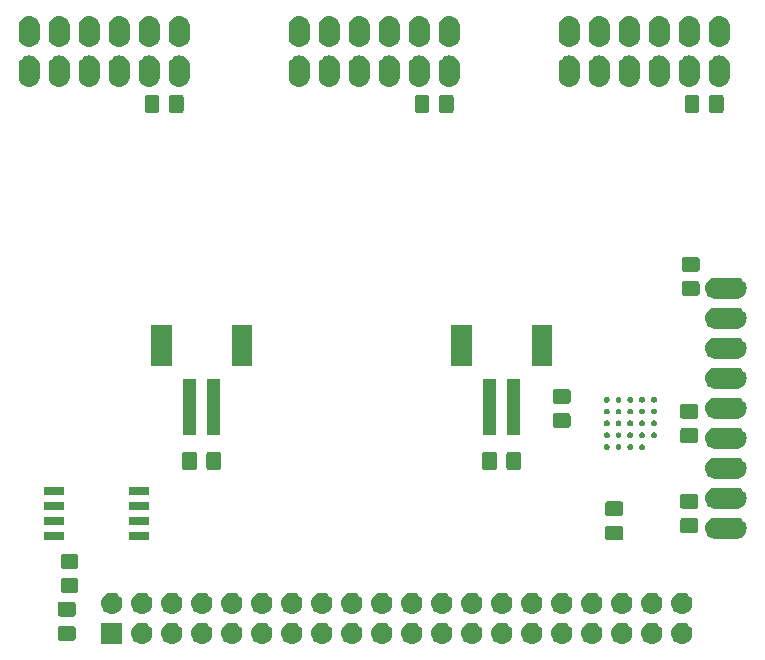
<source format=gbr>
G04 #@! TF.GenerationSoftware,KiCad,Pcbnew,5.1.4+dfsg1-1*
G04 #@! TF.CreationDate,2019-11-19T12:30:17-08:00*
G04 #@! TF.ProjectId,cartridge,63617274-7269-4646-9765-2e6b69636164,rev?*
G04 #@! TF.SameCoordinates,PX40311b0PY2227a70*
G04 #@! TF.FileFunction,Soldermask,Top*
G04 #@! TF.FilePolarity,Negative*
%FSLAX46Y46*%
G04 Gerber Fmt 4.6, Leading zero omitted, Abs format (unit mm)*
G04 Created by KiCad (PCBNEW 5.1.4+dfsg1-1) date 2019-11-19 12:30:17*
%MOMM*%
%LPD*%
G04 APERTURE LIST*
%ADD10C,0.050000*%
G04 APERTURE END LIST*
D10*
G36*
X58530442Y-59811518D02*
G01*
X58596627Y-59818037D01*
X58766466Y-59869557D01*
X58922991Y-59953222D01*
X58958729Y-59982552D01*
X59060186Y-60065814D01*
X59120618Y-60139452D01*
X59172778Y-60203009D01*
X59256443Y-60359534D01*
X59307963Y-60529373D01*
X59325359Y-60706000D01*
X59307963Y-60882627D01*
X59256443Y-61052466D01*
X59172778Y-61208991D01*
X59145603Y-61242103D01*
X59060186Y-61346186D01*
X58958729Y-61429448D01*
X58922991Y-61458778D01*
X58766466Y-61542443D01*
X58596627Y-61593963D01*
X58530442Y-61600482D01*
X58464260Y-61607000D01*
X58375740Y-61607000D01*
X58309558Y-61600482D01*
X58243373Y-61593963D01*
X58073534Y-61542443D01*
X57917009Y-61458778D01*
X57881271Y-61429448D01*
X57779814Y-61346186D01*
X57694397Y-61242103D01*
X57667222Y-61208991D01*
X57583557Y-61052466D01*
X57532037Y-60882627D01*
X57514641Y-60706000D01*
X57532037Y-60529373D01*
X57583557Y-60359534D01*
X57667222Y-60203009D01*
X57719382Y-60139452D01*
X57779814Y-60065814D01*
X57881271Y-59982552D01*
X57917009Y-59953222D01*
X58073534Y-59869557D01*
X58243373Y-59818037D01*
X58309558Y-59811518D01*
X58375740Y-59805000D01*
X58464260Y-59805000D01*
X58530442Y-59811518D01*
X58530442Y-59811518D01*
G37*
G36*
X33130442Y-59811518D02*
G01*
X33196627Y-59818037D01*
X33366466Y-59869557D01*
X33522991Y-59953222D01*
X33558729Y-59982552D01*
X33660186Y-60065814D01*
X33720618Y-60139452D01*
X33772778Y-60203009D01*
X33856443Y-60359534D01*
X33907963Y-60529373D01*
X33925359Y-60706000D01*
X33907963Y-60882627D01*
X33856443Y-61052466D01*
X33772778Y-61208991D01*
X33745603Y-61242103D01*
X33660186Y-61346186D01*
X33558729Y-61429448D01*
X33522991Y-61458778D01*
X33366466Y-61542443D01*
X33196627Y-61593963D01*
X33130442Y-61600482D01*
X33064260Y-61607000D01*
X32975740Y-61607000D01*
X32909558Y-61600482D01*
X32843373Y-61593963D01*
X32673534Y-61542443D01*
X32517009Y-61458778D01*
X32481271Y-61429448D01*
X32379814Y-61346186D01*
X32294397Y-61242103D01*
X32267222Y-61208991D01*
X32183557Y-61052466D01*
X32132037Y-60882627D01*
X32114641Y-60706000D01*
X32132037Y-60529373D01*
X32183557Y-60359534D01*
X32267222Y-60203009D01*
X32319382Y-60139452D01*
X32379814Y-60065814D01*
X32481271Y-59982552D01*
X32517009Y-59953222D01*
X32673534Y-59869557D01*
X32843373Y-59818037D01*
X32909558Y-59811518D01*
X32975740Y-59805000D01*
X33064260Y-59805000D01*
X33130442Y-59811518D01*
X33130442Y-59811518D01*
G37*
G36*
X11061000Y-61607000D02*
G01*
X9259000Y-61607000D01*
X9259000Y-59805000D01*
X11061000Y-59805000D01*
X11061000Y-61607000D01*
X11061000Y-61607000D01*
G37*
G36*
X12810442Y-59811518D02*
G01*
X12876627Y-59818037D01*
X13046466Y-59869557D01*
X13202991Y-59953222D01*
X13238729Y-59982552D01*
X13340186Y-60065814D01*
X13400618Y-60139452D01*
X13452778Y-60203009D01*
X13536443Y-60359534D01*
X13587963Y-60529373D01*
X13605359Y-60706000D01*
X13587963Y-60882627D01*
X13536443Y-61052466D01*
X13452778Y-61208991D01*
X13425603Y-61242103D01*
X13340186Y-61346186D01*
X13238729Y-61429448D01*
X13202991Y-61458778D01*
X13046466Y-61542443D01*
X12876627Y-61593963D01*
X12810442Y-61600482D01*
X12744260Y-61607000D01*
X12655740Y-61607000D01*
X12589558Y-61600482D01*
X12523373Y-61593963D01*
X12353534Y-61542443D01*
X12197009Y-61458778D01*
X12161271Y-61429448D01*
X12059814Y-61346186D01*
X11974397Y-61242103D01*
X11947222Y-61208991D01*
X11863557Y-61052466D01*
X11812037Y-60882627D01*
X11794641Y-60706000D01*
X11812037Y-60529373D01*
X11863557Y-60359534D01*
X11947222Y-60203009D01*
X11999382Y-60139452D01*
X12059814Y-60065814D01*
X12161271Y-59982552D01*
X12197009Y-59953222D01*
X12353534Y-59869557D01*
X12523373Y-59818037D01*
X12589558Y-59811518D01*
X12655740Y-59805000D01*
X12744260Y-59805000D01*
X12810442Y-59811518D01*
X12810442Y-59811518D01*
G37*
G36*
X15350442Y-59811518D02*
G01*
X15416627Y-59818037D01*
X15586466Y-59869557D01*
X15742991Y-59953222D01*
X15778729Y-59982552D01*
X15880186Y-60065814D01*
X15940618Y-60139452D01*
X15992778Y-60203009D01*
X16076443Y-60359534D01*
X16127963Y-60529373D01*
X16145359Y-60706000D01*
X16127963Y-60882627D01*
X16076443Y-61052466D01*
X15992778Y-61208991D01*
X15965603Y-61242103D01*
X15880186Y-61346186D01*
X15778729Y-61429448D01*
X15742991Y-61458778D01*
X15586466Y-61542443D01*
X15416627Y-61593963D01*
X15350442Y-61600482D01*
X15284260Y-61607000D01*
X15195740Y-61607000D01*
X15129558Y-61600482D01*
X15063373Y-61593963D01*
X14893534Y-61542443D01*
X14737009Y-61458778D01*
X14701271Y-61429448D01*
X14599814Y-61346186D01*
X14514397Y-61242103D01*
X14487222Y-61208991D01*
X14403557Y-61052466D01*
X14352037Y-60882627D01*
X14334641Y-60706000D01*
X14352037Y-60529373D01*
X14403557Y-60359534D01*
X14487222Y-60203009D01*
X14539382Y-60139452D01*
X14599814Y-60065814D01*
X14701271Y-59982552D01*
X14737009Y-59953222D01*
X14893534Y-59869557D01*
X15063373Y-59818037D01*
X15129558Y-59811518D01*
X15195740Y-59805000D01*
X15284260Y-59805000D01*
X15350442Y-59811518D01*
X15350442Y-59811518D01*
G37*
G36*
X17890442Y-59811518D02*
G01*
X17956627Y-59818037D01*
X18126466Y-59869557D01*
X18282991Y-59953222D01*
X18318729Y-59982552D01*
X18420186Y-60065814D01*
X18480618Y-60139452D01*
X18532778Y-60203009D01*
X18616443Y-60359534D01*
X18667963Y-60529373D01*
X18685359Y-60706000D01*
X18667963Y-60882627D01*
X18616443Y-61052466D01*
X18532778Y-61208991D01*
X18505603Y-61242103D01*
X18420186Y-61346186D01*
X18318729Y-61429448D01*
X18282991Y-61458778D01*
X18126466Y-61542443D01*
X17956627Y-61593963D01*
X17890442Y-61600482D01*
X17824260Y-61607000D01*
X17735740Y-61607000D01*
X17669558Y-61600482D01*
X17603373Y-61593963D01*
X17433534Y-61542443D01*
X17277009Y-61458778D01*
X17241271Y-61429448D01*
X17139814Y-61346186D01*
X17054397Y-61242103D01*
X17027222Y-61208991D01*
X16943557Y-61052466D01*
X16892037Y-60882627D01*
X16874641Y-60706000D01*
X16892037Y-60529373D01*
X16943557Y-60359534D01*
X17027222Y-60203009D01*
X17079382Y-60139452D01*
X17139814Y-60065814D01*
X17241271Y-59982552D01*
X17277009Y-59953222D01*
X17433534Y-59869557D01*
X17603373Y-59818037D01*
X17669558Y-59811518D01*
X17735740Y-59805000D01*
X17824260Y-59805000D01*
X17890442Y-59811518D01*
X17890442Y-59811518D01*
G37*
G36*
X20430442Y-59811518D02*
G01*
X20496627Y-59818037D01*
X20666466Y-59869557D01*
X20822991Y-59953222D01*
X20858729Y-59982552D01*
X20960186Y-60065814D01*
X21020618Y-60139452D01*
X21072778Y-60203009D01*
X21156443Y-60359534D01*
X21207963Y-60529373D01*
X21225359Y-60706000D01*
X21207963Y-60882627D01*
X21156443Y-61052466D01*
X21072778Y-61208991D01*
X21045603Y-61242103D01*
X20960186Y-61346186D01*
X20858729Y-61429448D01*
X20822991Y-61458778D01*
X20666466Y-61542443D01*
X20496627Y-61593963D01*
X20430442Y-61600482D01*
X20364260Y-61607000D01*
X20275740Y-61607000D01*
X20209558Y-61600482D01*
X20143373Y-61593963D01*
X19973534Y-61542443D01*
X19817009Y-61458778D01*
X19781271Y-61429448D01*
X19679814Y-61346186D01*
X19594397Y-61242103D01*
X19567222Y-61208991D01*
X19483557Y-61052466D01*
X19432037Y-60882627D01*
X19414641Y-60706000D01*
X19432037Y-60529373D01*
X19483557Y-60359534D01*
X19567222Y-60203009D01*
X19619382Y-60139452D01*
X19679814Y-60065814D01*
X19781271Y-59982552D01*
X19817009Y-59953222D01*
X19973534Y-59869557D01*
X20143373Y-59818037D01*
X20209558Y-59811518D01*
X20275740Y-59805000D01*
X20364260Y-59805000D01*
X20430442Y-59811518D01*
X20430442Y-59811518D01*
G37*
G36*
X22970442Y-59811518D02*
G01*
X23036627Y-59818037D01*
X23206466Y-59869557D01*
X23362991Y-59953222D01*
X23398729Y-59982552D01*
X23500186Y-60065814D01*
X23560618Y-60139452D01*
X23612778Y-60203009D01*
X23696443Y-60359534D01*
X23747963Y-60529373D01*
X23765359Y-60706000D01*
X23747963Y-60882627D01*
X23696443Y-61052466D01*
X23612778Y-61208991D01*
X23585603Y-61242103D01*
X23500186Y-61346186D01*
X23398729Y-61429448D01*
X23362991Y-61458778D01*
X23206466Y-61542443D01*
X23036627Y-61593963D01*
X22970442Y-61600482D01*
X22904260Y-61607000D01*
X22815740Y-61607000D01*
X22749558Y-61600482D01*
X22683373Y-61593963D01*
X22513534Y-61542443D01*
X22357009Y-61458778D01*
X22321271Y-61429448D01*
X22219814Y-61346186D01*
X22134397Y-61242103D01*
X22107222Y-61208991D01*
X22023557Y-61052466D01*
X21972037Y-60882627D01*
X21954641Y-60706000D01*
X21972037Y-60529373D01*
X22023557Y-60359534D01*
X22107222Y-60203009D01*
X22159382Y-60139452D01*
X22219814Y-60065814D01*
X22321271Y-59982552D01*
X22357009Y-59953222D01*
X22513534Y-59869557D01*
X22683373Y-59818037D01*
X22749558Y-59811518D01*
X22815740Y-59805000D01*
X22904260Y-59805000D01*
X22970442Y-59811518D01*
X22970442Y-59811518D01*
G37*
G36*
X25510442Y-59811518D02*
G01*
X25576627Y-59818037D01*
X25746466Y-59869557D01*
X25902991Y-59953222D01*
X25938729Y-59982552D01*
X26040186Y-60065814D01*
X26100618Y-60139452D01*
X26152778Y-60203009D01*
X26236443Y-60359534D01*
X26287963Y-60529373D01*
X26305359Y-60706000D01*
X26287963Y-60882627D01*
X26236443Y-61052466D01*
X26152778Y-61208991D01*
X26125603Y-61242103D01*
X26040186Y-61346186D01*
X25938729Y-61429448D01*
X25902991Y-61458778D01*
X25746466Y-61542443D01*
X25576627Y-61593963D01*
X25510442Y-61600482D01*
X25444260Y-61607000D01*
X25355740Y-61607000D01*
X25289558Y-61600482D01*
X25223373Y-61593963D01*
X25053534Y-61542443D01*
X24897009Y-61458778D01*
X24861271Y-61429448D01*
X24759814Y-61346186D01*
X24674397Y-61242103D01*
X24647222Y-61208991D01*
X24563557Y-61052466D01*
X24512037Y-60882627D01*
X24494641Y-60706000D01*
X24512037Y-60529373D01*
X24563557Y-60359534D01*
X24647222Y-60203009D01*
X24699382Y-60139452D01*
X24759814Y-60065814D01*
X24861271Y-59982552D01*
X24897009Y-59953222D01*
X25053534Y-59869557D01*
X25223373Y-59818037D01*
X25289558Y-59811518D01*
X25355740Y-59805000D01*
X25444260Y-59805000D01*
X25510442Y-59811518D01*
X25510442Y-59811518D01*
G37*
G36*
X28050442Y-59811518D02*
G01*
X28116627Y-59818037D01*
X28286466Y-59869557D01*
X28442991Y-59953222D01*
X28478729Y-59982552D01*
X28580186Y-60065814D01*
X28640618Y-60139452D01*
X28692778Y-60203009D01*
X28776443Y-60359534D01*
X28827963Y-60529373D01*
X28845359Y-60706000D01*
X28827963Y-60882627D01*
X28776443Y-61052466D01*
X28692778Y-61208991D01*
X28665603Y-61242103D01*
X28580186Y-61346186D01*
X28478729Y-61429448D01*
X28442991Y-61458778D01*
X28286466Y-61542443D01*
X28116627Y-61593963D01*
X28050442Y-61600482D01*
X27984260Y-61607000D01*
X27895740Y-61607000D01*
X27829558Y-61600482D01*
X27763373Y-61593963D01*
X27593534Y-61542443D01*
X27437009Y-61458778D01*
X27401271Y-61429448D01*
X27299814Y-61346186D01*
X27214397Y-61242103D01*
X27187222Y-61208991D01*
X27103557Y-61052466D01*
X27052037Y-60882627D01*
X27034641Y-60706000D01*
X27052037Y-60529373D01*
X27103557Y-60359534D01*
X27187222Y-60203009D01*
X27239382Y-60139452D01*
X27299814Y-60065814D01*
X27401271Y-59982552D01*
X27437009Y-59953222D01*
X27593534Y-59869557D01*
X27763373Y-59818037D01*
X27829558Y-59811518D01*
X27895740Y-59805000D01*
X27984260Y-59805000D01*
X28050442Y-59811518D01*
X28050442Y-59811518D01*
G37*
G36*
X30590442Y-59811518D02*
G01*
X30656627Y-59818037D01*
X30826466Y-59869557D01*
X30982991Y-59953222D01*
X31018729Y-59982552D01*
X31120186Y-60065814D01*
X31180618Y-60139452D01*
X31232778Y-60203009D01*
X31316443Y-60359534D01*
X31367963Y-60529373D01*
X31385359Y-60706000D01*
X31367963Y-60882627D01*
X31316443Y-61052466D01*
X31232778Y-61208991D01*
X31205603Y-61242103D01*
X31120186Y-61346186D01*
X31018729Y-61429448D01*
X30982991Y-61458778D01*
X30826466Y-61542443D01*
X30656627Y-61593963D01*
X30590442Y-61600482D01*
X30524260Y-61607000D01*
X30435740Y-61607000D01*
X30369558Y-61600482D01*
X30303373Y-61593963D01*
X30133534Y-61542443D01*
X29977009Y-61458778D01*
X29941271Y-61429448D01*
X29839814Y-61346186D01*
X29754397Y-61242103D01*
X29727222Y-61208991D01*
X29643557Y-61052466D01*
X29592037Y-60882627D01*
X29574641Y-60706000D01*
X29592037Y-60529373D01*
X29643557Y-60359534D01*
X29727222Y-60203009D01*
X29779382Y-60139452D01*
X29839814Y-60065814D01*
X29941271Y-59982552D01*
X29977009Y-59953222D01*
X30133534Y-59869557D01*
X30303373Y-59818037D01*
X30369558Y-59811518D01*
X30435740Y-59805000D01*
X30524260Y-59805000D01*
X30590442Y-59811518D01*
X30590442Y-59811518D01*
G37*
G36*
X38210442Y-59811518D02*
G01*
X38276627Y-59818037D01*
X38446466Y-59869557D01*
X38602991Y-59953222D01*
X38638729Y-59982552D01*
X38740186Y-60065814D01*
X38800618Y-60139452D01*
X38852778Y-60203009D01*
X38936443Y-60359534D01*
X38987963Y-60529373D01*
X39005359Y-60706000D01*
X38987963Y-60882627D01*
X38936443Y-61052466D01*
X38852778Y-61208991D01*
X38825603Y-61242103D01*
X38740186Y-61346186D01*
X38638729Y-61429448D01*
X38602991Y-61458778D01*
X38446466Y-61542443D01*
X38276627Y-61593963D01*
X38210442Y-61600482D01*
X38144260Y-61607000D01*
X38055740Y-61607000D01*
X37989558Y-61600482D01*
X37923373Y-61593963D01*
X37753534Y-61542443D01*
X37597009Y-61458778D01*
X37561271Y-61429448D01*
X37459814Y-61346186D01*
X37374397Y-61242103D01*
X37347222Y-61208991D01*
X37263557Y-61052466D01*
X37212037Y-60882627D01*
X37194641Y-60706000D01*
X37212037Y-60529373D01*
X37263557Y-60359534D01*
X37347222Y-60203009D01*
X37399382Y-60139452D01*
X37459814Y-60065814D01*
X37561271Y-59982552D01*
X37597009Y-59953222D01*
X37753534Y-59869557D01*
X37923373Y-59818037D01*
X37989558Y-59811518D01*
X38055740Y-59805000D01*
X38144260Y-59805000D01*
X38210442Y-59811518D01*
X38210442Y-59811518D01*
G37*
G36*
X40750442Y-59811518D02*
G01*
X40816627Y-59818037D01*
X40986466Y-59869557D01*
X41142991Y-59953222D01*
X41178729Y-59982552D01*
X41280186Y-60065814D01*
X41340618Y-60139452D01*
X41392778Y-60203009D01*
X41476443Y-60359534D01*
X41527963Y-60529373D01*
X41545359Y-60706000D01*
X41527963Y-60882627D01*
X41476443Y-61052466D01*
X41392778Y-61208991D01*
X41365603Y-61242103D01*
X41280186Y-61346186D01*
X41178729Y-61429448D01*
X41142991Y-61458778D01*
X40986466Y-61542443D01*
X40816627Y-61593963D01*
X40750442Y-61600482D01*
X40684260Y-61607000D01*
X40595740Y-61607000D01*
X40529558Y-61600482D01*
X40463373Y-61593963D01*
X40293534Y-61542443D01*
X40137009Y-61458778D01*
X40101271Y-61429448D01*
X39999814Y-61346186D01*
X39914397Y-61242103D01*
X39887222Y-61208991D01*
X39803557Y-61052466D01*
X39752037Y-60882627D01*
X39734641Y-60706000D01*
X39752037Y-60529373D01*
X39803557Y-60359534D01*
X39887222Y-60203009D01*
X39939382Y-60139452D01*
X39999814Y-60065814D01*
X40101271Y-59982552D01*
X40137009Y-59953222D01*
X40293534Y-59869557D01*
X40463373Y-59818037D01*
X40529558Y-59811518D01*
X40595740Y-59805000D01*
X40684260Y-59805000D01*
X40750442Y-59811518D01*
X40750442Y-59811518D01*
G37*
G36*
X43290442Y-59811518D02*
G01*
X43356627Y-59818037D01*
X43526466Y-59869557D01*
X43682991Y-59953222D01*
X43718729Y-59982552D01*
X43820186Y-60065814D01*
X43880618Y-60139452D01*
X43932778Y-60203009D01*
X44016443Y-60359534D01*
X44067963Y-60529373D01*
X44085359Y-60706000D01*
X44067963Y-60882627D01*
X44016443Y-61052466D01*
X43932778Y-61208991D01*
X43905603Y-61242103D01*
X43820186Y-61346186D01*
X43718729Y-61429448D01*
X43682991Y-61458778D01*
X43526466Y-61542443D01*
X43356627Y-61593963D01*
X43290442Y-61600482D01*
X43224260Y-61607000D01*
X43135740Y-61607000D01*
X43069558Y-61600482D01*
X43003373Y-61593963D01*
X42833534Y-61542443D01*
X42677009Y-61458778D01*
X42641271Y-61429448D01*
X42539814Y-61346186D01*
X42454397Y-61242103D01*
X42427222Y-61208991D01*
X42343557Y-61052466D01*
X42292037Y-60882627D01*
X42274641Y-60706000D01*
X42292037Y-60529373D01*
X42343557Y-60359534D01*
X42427222Y-60203009D01*
X42479382Y-60139452D01*
X42539814Y-60065814D01*
X42641271Y-59982552D01*
X42677009Y-59953222D01*
X42833534Y-59869557D01*
X43003373Y-59818037D01*
X43069558Y-59811518D01*
X43135740Y-59805000D01*
X43224260Y-59805000D01*
X43290442Y-59811518D01*
X43290442Y-59811518D01*
G37*
G36*
X45830442Y-59811518D02*
G01*
X45896627Y-59818037D01*
X46066466Y-59869557D01*
X46222991Y-59953222D01*
X46258729Y-59982552D01*
X46360186Y-60065814D01*
X46420618Y-60139452D01*
X46472778Y-60203009D01*
X46556443Y-60359534D01*
X46607963Y-60529373D01*
X46625359Y-60706000D01*
X46607963Y-60882627D01*
X46556443Y-61052466D01*
X46472778Y-61208991D01*
X46445603Y-61242103D01*
X46360186Y-61346186D01*
X46258729Y-61429448D01*
X46222991Y-61458778D01*
X46066466Y-61542443D01*
X45896627Y-61593963D01*
X45830442Y-61600482D01*
X45764260Y-61607000D01*
X45675740Y-61607000D01*
X45609558Y-61600482D01*
X45543373Y-61593963D01*
X45373534Y-61542443D01*
X45217009Y-61458778D01*
X45181271Y-61429448D01*
X45079814Y-61346186D01*
X44994397Y-61242103D01*
X44967222Y-61208991D01*
X44883557Y-61052466D01*
X44832037Y-60882627D01*
X44814641Y-60706000D01*
X44832037Y-60529373D01*
X44883557Y-60359534D01*
X44967222Y-60203009D01*
X45019382Y-60139452D01*
X45079814Y-60065814D01*
X45181271Y-59982552D01*
X45217009Y-59953222D01*
X45373534Y-59869557D01*
X45543373Y-59818037D01*
X45609558Y-59811518D01*
X45675740Y-59805000D01*
X45764260Y-59805000D01*
X45830442Y-59811518D01*
X45830442Y-59811518D01*
G37*
G36*
X48370442Y-59811518D02*
G01*
X48436627Y-59818037D01*
X48606466Y-59869557D01*
X48762991Y-59953222D01*
X48798729Y-59982552D01*
X48900186Y-60065814D01*
X48960618Y-60139452D01*
X49012778Y-60203009D01*
X49096443Y-60359534D01*
X49147963Y-60529373D01*
X49165359Y-60706000D01*
X49147963Y-60882627D01*
X49096443Y-61052466D01*
X49012778Y-61208991D01*
X48985603Y-61242103D01*
X48900186Y-61346186D01*
X48798729Y-61429448D01*
X48762991Y-61458778D01*
X48606466Y-61542443D01*
X48436627Y-61593963D01*
X48370442Y-61600482D01*
X48304260Y-61607000D01*
X48215740Y-61607000D01*
X48149558Y-61600482D01*
X48083373Y-61593963D01*
X47913534Y-61542443D01*
X47757009Y-61458778D01*
X47721271Y-61429448D01*
X47619814Y-61346186D01*
X47534397Y-61242103D01*
X47507222Y-61208991D01*
X47423557Y-61052466D01*
X47372037Y-60882627D01*
X47354641Y-60706000D01*
X47372037Y-60529373D01*
X47423557Y-60359534D01*
X47507222Y-60203009D01*
X47559382Y-60139452D01*
X47619814Y-60065814D01*
X47721271Y-59982552D01*
X47757009Y-59953222D01*
X47913534Y-59869557D01*
X48083373Y-59818037D01*
X48149558Y-59811518D01*
X48215740Y-59805000D01*
X48304260Y-59805000D01*
X48370442Y-59811518D01*
X48370442Y-59811518D01*
G37*
G36*
X50910442Y-59811518D02*
G01*
X50976627Y-59818037D01*
X51146466Y-59869557D01*
X51302991Y-59953222D01*
X51338729Y-59982552D01*
X51440186Y-60065814D01*
X51500618Y-60139452D01*
X51552778Y-60203009D01*
X51636443Y-60359534D01*
X51687963Y-60529373D01*
X51705359Y-60706000D01*
X51687963Y-60882627D01*
X51636443Y-61052466D01*
X51552778Y-61208991D01*
X51525603Y-61242103D01*
X51440186Y-61346186D01*
X51338729Y-61429448D01*
X51302991Y-61458778D01*
X51146466Y-61542443D01*
X50976627Y-61593963D01*
X50910442Y-61600482D01*
X50844260Y-61607000D01*
X50755740Y-61607000D01*
X50689558Y-61600482D01*
X50623373Y-61593963D01*
X50453534Y-61542443D01*
X50297009Y-61458778D01*
X50261271Y-61429448D01*
X50159814Y-61346186D01*
X50074397Y-61242103D01*
X50047222Y-61208991D01*
X49963557Y-61052466D01*
X49912037Y-60882627D01*
X49894641Y-60706000D01*
X49912037Y-60529373D01*
X49963557Y-60359534D01*
X50047222Y-60203009D01*
X50099382Y-60139452D01*
X50159814Y-60065814D01*
X50261271Y-59982552D01*
X50297009Y-59953222D01*
X50453534Y-59869557D01*
X50623373Y-59818037D01*
X50689558Y-59811518D01*
X50755740Y-59805000D01*
X50844260Y-59805000D01*
X50910442Y-59811518D01*
X50910442Y-59811518D01*
G37*
G36*
X53450442Y-59811518D02*
G01*
X53516627Y-59818037D01*
X53686466Y-59869557D01*
X53842991Y-59953222D01*
X53878729Y-59982552D01*
X53980186Y-60065814D01*
X54040618Y-60139452D01*
X54092778Y-60203009D01*
X54176443Y-60359534D01*
X54227963Y-60529373D01*
X54245359Y-60706000D01*
X54227963Y-60882627D01*
X54176443Y-61052466D01*
X54092778Y-61208991D01*
X54065603Y-61242103D01*
X53980186Y-61346186D01*
X53878729Y-61429448D01*
X53842991Y-61458778D01*
X53686466Y-61542443D01*
X53516627Y-61593963D01*
X53450442Y-61600482D01*
X53384260Y-61607000D01*
X53295740Y-61607000D01*
X53229558Y-61600482D01*
X53163373Y-61593963D01*
X52993534Y-61542443D01*
X52837009Y-61458778D01*
X52801271Y-61429448D01*
X52699814Y-61346186D01*
X52614397Y-61242103D01*
X52587222Y-61208991D01*
X52503557Y-61052466D01*
X52452037Y-60882627D01*
X52434641Y-60706000D01*
X52452037Y-60529373D01*
X52503557Y-60359534D01*
X52587222Y-60203009D01*
X52639382Y-60139452D01*
X52699814Y-60065814D01*
X52801271Y-59982552D01*
X52837009Y-59953222D01*
X52993534Y-59869557D01*
X53163373Y-59818037D01*
X53229558Y-59811518D01*
X53295740Y-59805000D01*
X53384260Y-59805000D01*
X53450442Y-59811518D01*
X53450442Y-59811518D01*
G37*
G36*
X55990442Y-59811518D02*
G01*
X56056627Y-59818037D01*
X56226466Y-59869557D01*
X56382991Y-59953222D01*
X56418729Y-59982552D01*
X56520186Y-60065814D01*
X56580618Y-60139452D01*
X56632778Y-60203009D01*
X56716443Y-60359534D01*
X56767963Y-60529373D01*
X56785359Y-60706000D01*
X56767963Y-60882627D01*
X56716443Y-61052466D01*
X56632778Y-61208991D01*
X56605603Y-61242103D01*
X56520186Y-61346186D01*
X56418729Y-61429448D01*
X56382991Y-61458778D01*
X56226466Y-61542443D01*
X56056627Y-61593963D01*
X55990442Y-61600482D01*
X55924260Y-61607000D01*
X55835740Y-61607000D01*
X55769558Y-61600482D01*
X55703373Y-61593963D01*
X55533534Y-61542443D01*
X55377009Y-61458778D01*
X55341271Y-61429448D01*
X55239814Y-61346186D01*
X55154397Y-61242103D01*
X55127222Y-61208991D01*
X55043557Y-61052466D01*
X54992037Y-60882627D01*
X54974641Y-60706000D01*
X54992037Y-60529373D01*
X55043557Y-60359534D01*
X55127222Y-60203009D01*
X55179382Y-60139452D01*
X55239814Y-60065814D01*
X55341271Y-59982552D01*
X55377009Y-59953222D01*
X55533534Y-59869557D01*
X55703373Y-59818037D01*
X55769558Y-59811518D01*
X55835740Y-59805000D01*
X55924260Y-59805000D01*
X55990442Y-59811518D01*
X55990442Y-59811518D01*
G37*
G36*
X35670442Y-59811518D02*
G01*
X35736627Y-59818037D01*
X35906466Y-59869557D01*
X36062991Y-59953222D01*
X36098729Y-59982552D01*
X36200186Y-60065814D01*
X36260618Y-60139452D01*
X36312778Y-60203009D01*
X36396443Y-60359534D01*
X36447963Y-60529373D01*
X36465359Y-60706000D01*
X36447963Y-60882627D01*
X36396443Y-61052466D01*
X36312778Y-61208991D01*
X36285603Y-61242103D01*
X36200186Y-61346186D01*
X36098729Y-61429448D01*
X36062991Y-61458778D01*
X35906466Y-61542443D01*
X35736627Y-61593963D01*
X35670442Y-61600482D01*
X35604260Y-61607000D01*
X35515740Y-61607000D01*
X35449558Y-61600482D01*
X35383373Y-61593963D01*
X35213534Y-61542443D01*
X35057009Y-61458778D01*
X35021271Y-61429448D01*
X34919814Y-61346186D01*
X34834397Y-61242103D01*
X34807222Y-61208991D01*
X34723557Y-61052466D01*
X34672037Y-60882627D01*
X34654641Y-60706000D01*
X34672037Y-60529373D01*
X34723557Y-60359534D01*
X34807222Y-60203009D01*
X34859382Y-60139452D01*
X34919814Y-60065814D01*
X35021271Y-59982552D01*
X35057009Y-59953222D01*
X35213534Y-59869557D01*
X35383373Y-59818037D01*
X35449558Y-59811518D01*
X35515740Y-59805000D01*
X35604260Y-59805000D01*
X35670442Y-59811518D01*
X35670442Y-59811518D01*
G37*
G36*
X6938674Y-60084465D02*
G01*
X6976367Y-60095899D01*
X7011103Y-60114466D01*
X7041548Y-60139452D01*
X7066534Y-60169897D01*
X7085101Y-60204633D01*
X7096535Y-60242326D01*
X7101000Y-60287661D01*
X7101000Y-61124339D01*
X7096535Y-61169674D01*
X7085101Y-61207367D01*
X7066534Y-61242103D01*
X7041548Y-61272548D01*
X7011103Y-61297534D01*
X6976367Y-61316101D01*
X6938674Y-61327535D01*
X6893339Y-61332000D01*
X5806661Y-61332000D01*
X5761326Y-61327535D01*
X5723633Y-61316101D01*
X5688897Y-61297534D01*
X5658452Y-61272548D01*
X5633466Y-61242103D01*
X5614899Y-61207367D01*
X5603465Y-61169674D01*
X5599000Y-61124339D01*
X5599000Y-60287661D01*
X5603465Y-60242326D01*
X5614899Y-60204633D01*
X5633466Y-60169897D01*
X5658452Y-60139452D01*
X5688897Y-60114466D01*
X5723633Y-60095899D01*
X5761326Y-60084465D01*
X5806661Y-60080000D01*
X6893339Y-60080000D01*
X6938674Y-60084465D01*
X6938674Y-60084465D01*
G37*
G36*
X6938674Y-58034465D02*
G01*
X6976367Y-58045899D01*
X7011103Y-58064466D01*
X7041548Y-58089452D01*
X7066534Y-58119897D01*
X7085101Y-58154633D01*
X7096535Y-58192326D01*
X7101000Y-58237661D01*
X7101000Y-59074339D01*
X7096535Y-59119674D01*
X7085101Y-59157367D01*
X7066534Y-59192103D01*
X7041548Y-59222548D01*
X7011103Y-59247534D01*
X6976367Y-59266101D01*
X6938674Y-59277535D01*
X6893339Y-59282000D01*
X5806661Y-59282000D01*
X5761326Y-59277535D01*
X5723633Y-59266101D01*
X5688897Y-59247534D01*
X5658452Y-59222548D01*
X5633466Y-59192103D01*
X5614899Y-59157367D01*
X5603465Y-59119674D01*
X5599000Y-59074339D01*
X5599000Y-58237661D01*
X5603465Y-58192326D01*
X5614899Y-58154633D01*
X5633466Y-58119897D01*
X5658452Y-58089452D01*
X5688897Y-58064466D01*
X5723633Y-58045899D01*
X5761326Y-58034465D01*
X5806661Y-58030000D01*
X6893339Y-58030000D01*
X6938674Y-58034465D01*
X6938674Y-58034465D01*
G37*
G36*
X15350443Y-57271519D02*
G01*
X15416627Y-57278037D01*
X15586466Y-57329557D01*
X15742991Y-57413222D01*
X15778729Y-57442552D01*
X15880186Y-57525814D01*
X15963448Y-57627271D01*
X15992778Y-57663009D01*
X16076443Y-57819534D01*
X16127963Y-57989373D01*
X16145359Y-58166000D01*
X16127963Y-58342627D01*
X16076443Y-58512466D01*
X15992778Y-58668991D01*
X15963448Y-58704729D01*
X15880186Y-58806186D01*
X15778729Y-58889448D01*
X15742991Y-58918778D01*
X15586466Y-59002443D01*
X15416627Y-59053963D01*
X15350443Y-59060481D01*
X15284260Y-59067000D01*
X15195740Y-59067000D01*
X15129557Y-59060481D01*
X15063373Y-59053963D01*
X14893534Y-59002443D01*
X14737009Y-58918778D01*
X14701271Y-58889448D01*
X14599814Y-58806186D01*
X14516552Y-58704729D01*
X14487222Y-58668991D01*
X14403557Y-58512466D01*
X14352037Y-58342627D01*
X14334641Y-58166000D01*
X14352037Y-57989373D01*
X14403557Y-57819534D01*
X14487222Y-57663009D01*
X14516552Y-57627271D01*
X14599814Y-57525814D01*
X14701271Y-57442552D01*
X14737009Y-57413222D01*
X14893534Y-57329557D01*
X15063373Y-57278037D01*
X15129557Y-57271519D01*
X15195740Y-57265000D01*
X15284260Y-57265000D01*
X15350443Y-57271519D01*
X15350443Y-57271519D01*
G37*
G36*
X10270443Y-57271519D02*
G01*
X10336627Y-57278037D01*
X10506466Y-57329557D01*
X10662991Y-57413222D01*
X10698729Y-57442552D01*
X10800186Y-57525814D01*
X10883448Y-57627271D01*
X10912778Y-57663009D01*
X10996443Y-57819534D01*
X11047963Y-57989373D01*
X11065359Y-58166000D01*
X11047963Y-58342627D01*
X10996443Y-58512466D01*
X10912778Y-58668991D01*
X10883448Y-58704729D01*
X10800186Y-58806186D01*
X10698729Y-58889448D01*
X10662991Y-58918778D01*
X10506466Y-59002443D01*
X10336627Y-59053963D01*
X10270443Y-59060481D01*
X10204260Y-59067000D01*
X10115740Y-59067000D01*
X10049557Y-59060481D01*
X9983373Y-59053963D01*
X9813534Y-59002443D01*
X9657009Y-58918778D01*
X9621271Y-58889448D01*
X9519814Y-58806186D01*
X9436552Y-58704729D01*
X9407222Y-58668991D01*
X9323557Y-58512466D01*
X9272037Y-58342627D01*
X9254641Y-58166000D01*
X9272037Y-57989373D01*
X9323557Y-57819534D01*
X9407222Y-57663009D01*
X9436552Y-57627271D01*
X9519814Y-57525814D01*
X9621271Y-57442552D01*
X9657009Y-57413222D01*
X9813534Y-57329557D01*
X9983373Y-57278037D01*
X10049557Y-57271519D01*
X10115740Y-57265000D01*
X10204260Y-57265000D01*
X10270443Y-57271519D01*
X10270443Y-57271519D01*
G37*
G36*
X12810443Y-57271519D02*
G01*
X12876627Y-57278037D01*
X13046466Y-57329557D01*
X13202991Y-57413222D01*
X13238729Y-57442552D01*
X13340186Y-57525814D01*
X13423448Y-57627271D01*
X13452778Y-57663009D01*
X13536443Y-57819534D01*
X13587963Y-57989373D01*
X13605359Y-58166000D01*
X13587963Y-58342627D01*
X13536443Y-58512466D01*
X13452778Y-58668991D01*
X13423448Y-58704729D01*
X13340186Y-58806186D01*
X13238729Y-58889448D01*
X13202991Y-58918778D01*
X13046466Y-59002443D01*
X12876627Y-59053963D01*
X12810443Y-59060481D01*
X12744260Y-59067000D01*
X12655740Y-59067000D01*
X12589557Y-59060481D01*
X12523373Y-59053963D01*
X12353534Y-59002443D01*
X12197009Y-58918778D01*
X12161271Y-58889448D01*
X12059814Y-58806186D01*
X11976552Y-58704729D01*
X11947222Y-58668991D01*
X11863557Y-58512466D01*
X11812037Y-58342627D01*
X11794641Y-58166000D01*
X11812037Y-57989373D01*
X11863557Y-57819534D01*
X11947222Y-57663009D01*
X11976552Y-57627271D01*
X12059814Y-57525814D01*
X12161271Y-57442552D01*
X12197009Y-57413222D01*
X12353534Y-57329557D01*
X12523373Y-57278037D01*
X12589557Y-57271519D01*
X12655740Y-57265000D01*
X12744260Y-57265000D01*
X12810443Y-57271519D01*
X12810443Y-57271519D01*
G37*
G36*
X17890443Y-57271519D02*
G01*
X17956627Y-57278037D01*
X18126466Y-57329557D01*
X18282991Y-57413222D01*
X18318729Y-57442552D01*
X18420186Y-57525814D01*
X18503448Y-57627271D01*
X18532778Y-57663009D01*
X18616443Y-57819534D01*
X18667963Y-57989373D01*
X18685359Y-58166000D01*
X18667963Y-58342627D01*
X18616443Y-58512466D01*
X18532778Y-58668991D01*
X18503448Y-58704729D01*
X18420186Y-58806186D01*
X18318729Y-58889448D01*
X18282991Y-58918778D01*
X18126466Y-59002443D01*
X17956627Y-59053963D01*
X17890443Y-59060481D01*
X17824260Y-59067000D01*
X17735740Y-59067000D01*
X17669557Y-59060481D01*
X17603373Y-59053963D01*
X17433534Y-59002443D01*
X17277009Y-58918778D01*
X17241271Y-58889448D01*
X17139814Y-58806186D01*
X17056552Y-58704729D01*
X17027222Y-58668991D01*
X16943557Y-58512466D01*
X16892037Y-58342627D01*
X16874641Y-58166000D01*
X16892037Y-57989373D01*
X16943557Y-57819534D01*
X17027222Y-57663009D01*
X17056552Y-57627271D01*
X17139814Y-57525814D01*
X17241271Y-57442552D01*
X17277009Y-57413222D01*
X17433534Y-57329557D01*
X17603373Y-57278037D01*
X17669557Y-57271519D01*
X17735740Y-57265000D01*
X17824260Y-57265000D01*
X17890443Y-57271519D01*
X17890443Y-57271519D01*
G37*
G36*
X58530443Y-57271519D02*
G01*
X58596627Y-57278037D01*
X58766466Y-57329557D01*
X58922991Y-57413222D01*
X58958729Y-57442552D01*
X59060186Y-57525814D01*
X59143448Y-57627271D01*
X59172778Y-57663009D01*
X59256443Y-57819534D01*
X59307963Y-57989373D01*
X59325359Y-58166000D01*
X59307963Y-58342627D01*
X59256443Y-58512466D01*
X59172778Y-58668991D01*
X59143448Y-58704729D01*
X59060186Y-58806186D01*
X58958729Y-58889448D01*
X58922991Y-58918778D01*
X58766466Y-59002443D01*
X58596627Y-59053963D01*
X58530443Y-59060481D01*
X58464260Y-59067000D01*
X58375740Y-59067000D01*
X58309557Y-59060481D01*
X58243373Y-59053963D01*
X58073534Y-59002443D01*
X57917009Y-58918778D01*
X57881271Y-58889448D01*
X57779814Y-58806186D01*
X57696552Y-58704729D01*
X57667222Y-58668991D01*
X57583557Y-58512466D01*
X57532037Y-58342627D01*
X57514641Y-58166000D01*
X57532037Y-57989373D01*
X57583557Y-57819534D01*
X57667222Y-57663009D01*
X57696552Y-57627271D01*
X57779814Y-57525814D01*
X57881271Y-57442552D01*
X57917009Y-57413222D01*
X58073534Y-57329557D01*
X58243373Y-57278037D01*
X58309557Y-57271519D01*
X58375740Y-57265000D01*
X58464260Y-57265000D01*
X58530443Y-57271519D01*
X58530443Y-57271519D01*
G37*
G36*
X38210443Y-57271519D02*
G01*
X38276627Y-57278037D01*
X38446466Y-57329557D01*
X38602991Y-57413222D01*
X38638729Y-57442552D01*
X38740186Y-57525814D01*
X38823448Y-57627271D01*
X38852778Y-57663009D01*
X38936443Y-57819534D01*
X38987963Y-57989373D01*
X39005359Y-58166000D01*
X38987963Y-58342627D01*
X38936443Y-58512466D01*
X38852778Y-58668991D01*
X38823448Y-58704729D01*
X38740186Y-58806186D01*
X38638729Y-58889448D01*
X38602991Y-58918778D01*
X38446466Y-59002443D01*
X38276627Y-59053963D01*
X38210443Y-59060481D01*
X38144260Y-59067000D01*
X38055740Y-59067000D01*
X37989557Y-59060481D01*
X37923373Y-59053963D01*
X37753534Y-59002443D01*
X37597009Y-58918778D01*
X37561271Y-58889448D01*
X37459814Y-58806186D01*
X37376552Y-58704729D01*
X37347222Y-58668991D01*
X37263557Y-58512466D01*
X37212037Y-58342627D01*
X37194641Y-58166000D01*
X37212037Y-57989373D01*
X37263557Y-57819534D01*
X37347222Y-57663009D01*
X37376552Y-57627271D01*
X37459814Y-57525814D01*
X37561271Y-57442552D01*
X37597009Y-57413222D01*
X37753534Y-57329557D01*
X37923373Y-57278037D01*
X37989557Y-57271519D01*
X38055740Y-57265000D01*
X38144260Y-57265000D01*
X38210443Y-57271519D01*
X38210443Y-57271519D01*
G37*
G36*
X20430443Y-57271519D02*
G01*
X20496627Y-57278037D01*
X20666466Y-57329557D01*
X20822991Y-57413222D01*
X20858729Y-57442552D01*
X20960186Y-57525814D01*
X21043448Y-57627271D01*
X21072778Y-57663009D01*
X21156443Y-57819534D01*
X21207963Y-57989373D01*
X21225359Y-58166000D01*
X21207963Y-58342627D01*
X21156443Y-58512466D01*
X21072778Y-58668991D01*
X21043448Y-58704729D01*
X20960186Y-58806186D01*
X20858729Y-58889448D01*
X20822991Y-58918778D01*
X20666466Y-59002443D01*
X20496627Y-59053963D01*
X20430443Y-59060481D01*
X20364260Y-59067000D01*
X20275740Y-59067000D01*
X20209557Y-59060481D01*
X20143373Y-59053963D01*
X19973534Y-59002443D01*
X19817009Y-58918778D01*
X19781271Y-58889448D01*
X19679814Y-58806186D01*
X19596552Y-58704729D01*
X19567222Y-58668991D01*
X19483557Y-58512466D01*
X19432037Y-58342627D01*
X19414641Y-58166000D01*
X19432037Y-57989373D01*
X19483557Y-57819534D01*
X19567222Y-57663009D01*
X19596552Y-57627271D01*
X19679814Y-57525814D01*
X19781271Y-57442552D01*
X19817009Y-57413222D01*
X19973534Y-57329557D01*
X20143373Y-57278037D01*
X20209557Y-57271519D01*
X20275740Y-57265000D01*
X20364260Y-57265000D01*
X20430443Y-57271519D01*
X20430443Y-57271519D01*
G37*
G36*
X35670443Y-57271519D02*
G01*
X35736627Y-57278037D01*
X35906466Y-57329557D01*
X36062991Y-57413222D01*
X36098729Y-57442552D01*
X36200186Y-57525814D01*
X36283448Y-57627271D01*
X36312778Y-57663009D01*
X36396443Y-57819534D01*
X36447963Y-57989373D01*
X36465359Y-58166000D01*
X36447963Y-58342627D01*
X36396443Y-58512466D01*
X36312778Y-58668991D01*
X36283448Y-58704729D01*
X36200186Y-58806186D01*
X36098729Y-58889448D01*
X36062991Y-58918778D01*
X35906466Y-59002443D01*
X35736627Y-59053963D01*
X35670443Y-59060481D01*
X35604260Y-59067000D01*
X35515740Y-59067000D01*
X35449557Y-59060481D01*
X35383373Y-59053963D01*
X35213534Y-59002443D01*
X35057009Y-58918778D01*
X35021271Y-58889448D01*
X34919814Y-58806186D01*
X34836552Y-58704729D01*
X34807222Y-58668991D01*
X34723557Y-58512466D01*
X34672037Y-58342627D01*
X34654641Y-58166000D01*
X34672037Y-57989373D01*
X34723557Y-57819534D01*
X34807222Y-57663009D01*
X34836552Y-57627271D01*
X34919814Y-57525814D01*
X35021271Y-57442552D01*
X35057009Y-57413222D01*
X35213534Y-57329557D01*
X35383373Y-57278037D01*
X35449557Y-57271519D01*
X35515740Y-57265000D01*
X35604260Y-57265000D01*
X35670443Y-57271519D01*
X35670443Y-57271519D01*
G37*
G36*
X53450443Y-57271519D02*
G01*
X53516627Y-57278037D01*
X53686466Y-57329557D01*
X53842991Y-57413222D01*
X53878729Y-57442552D01*
X53980186Y-57525814D01*
X54063448Y-57627271D01*
X54092778Y-57663009D01*
X54176443Y-57819534D01*
X54227963Y-57989373D01*
X54245359Y-58166000D01*
X54227963Y-58342627D01*
X54176443Y-58512466D01*
X54092778Y-58668991D01*
X54063448Y-58704729D01*
X53980186Y-58806186D01*
X53878729Y-58889448D01*
X53842991Y-58918778D01*
X53686466Y-59002443D01*
X53516627Y-59053963D01*
X53450443Y-59060481D01*
X53384260Y-59067000D01*
X53295740Y-59067000D01*
X53229557Y-59060481D01*
X53163373Y-59053963D01*
X52993534Y-59002443D01*
X52837009Y-58918778D01*
X52801271Y-58889448D01*
X52699814Y-58806186D01*
X52616552Y-58704729D01*
X52587222Y-58668991D01*
X52503557Y-58512466D01*
X52452037Y-58342627D01*
X52434641Y-58166000D01*
X52452037Y-57989373D01*
X52503557Y-57819534D01*
X52587222Y-57663009D01*
X52616552Y-57627271D01*
X52699814Y-57525814D01*
X52801271Y-57442552D01*
X52837009Y-57413222D01*
X52993534Y-57329557D01*
X53163373Y-57278037D01*
X53229557Y-57271519D01*
X53295740Y-57265000D01*
X53384260Y-57265000D01*
X53450443Y-57271519D01*
X53450443Y-57271519D01*
G37*
G36*
X33130443Y-57271519D02*
G01*
X33196627Y-57278037D01*
X33366466Y-57329557D01*
X33522991Y-57413222D01*
X33558729Y-57442552D01*
X33660186Y-57525814D01*
X33743448Y-57627271D01*
X33772778Y-57663009D01*
X33856443Y-57819534D01*
X33907963Y-57989373D01*
X33925359Y-58166000D01*
X33907963Y-58342627D01*
X33856443Y-58512466D01*
X33772778Y-58668991D01*
X33743448Y-58704729D01*
X33660186Y-58806186D01*
X33558729Y-58889448D01*
X33522991Y-58918778D01*
X33366466Y-59002443D01*
X33196627Y-59053963D01*
X33130443Y-59060481D01*
X33064260Y-59067000D01*
X32975740Y-59067000D01*
X32909557Y-59060481D01*
X32843373Y-59053963D01*
X32673534Y-59002443D01*
X32517009Y-58918778D01*
X32481271Y-58889448D01*
X32379814Y-58806186D01*
X32296552Y-58704729D01*
X32267222Y-58668991D01*
X32183557Y-58512466D01*
X32132037Y-58342627D01*
X32114641Y-58166000D01*
X32132037Y-57989373D01*
X32183557Y-57819534D01*
X32267222Y-57663009D01*
X32296552Y-57627271D01*
X32379814Y-57525814D01*
X32481271Y-57442552D01*
X32517009Y-57413222D01*
X32673534Y-57329557D01*
X32843373Y-57278037D01*
X32909557Y-57271519D01*
X32975740Y-57265000D01*
X33064260Y-57265000D01*
X33130443Y-57271519D01*
X33130443Y-57271519D01*
G37*
G36*
X50910443Y-57271519D02*
G01*
X50976627Y-57278037D01*
X51146466Y-57329557D01*
X51302991Y-57413222D01*
X51338729Y-57442552D01*
X51440186Y-57525814D01*
X51523448Y-57627271D01*
X51552778Y-57663009D01*
X51636443Y-57819534D01*
X51687963Y-57989373D01*
X51705359Y-58166000D01*
X51687963Y-58342627D01*
X51636443Y-58512466D01*
X51552778Y-58668991D01*
X51523448Y-58704729D01*
X51440186Y-58806186D01*
X51338729Y-58889448D01*
X51302991Y-58918778D01*
X51146466Y-59002443D01*
X50976627Y-59053963D01*
X50910443Y-59060481D01*
X50844260Y-59067000D01*
X50755740Y-59067000D01*
X50689557Y-59060481D01*
X50623373Y-59053963D01*
X50453534Y-59002443D01*
X50297009Y-58918778D01*
X50261271Y-58889448D01*
X50159814Y-58806186D01*
X50076552Y-58704729D01*
X50047222Y-58668991D01*
X49963557Y-58512466D01*
X49912037Y-58342627D01*
X49894641Y-58166000D01*
X49912037Y-57989373D01*
X49963557Y-57819534D01*
X50047222Y-57663009D01*
X50076552Y-57627271D01*
X50159814Y-57525814D01*
X50261271Y-57442552D01*
X50297009Y-57413222D01*
X50453534Y-57329557D01*
X50623373Y-57278037D01*
X50689557Y-57271519D01*
X50755740Y-57265000D01*
X50844260Y-57265000D01*
X50910443Y-57271519D01*
X50910443Y-57271519D01*
G37*
G36*
X30590443Y-57271519D02*
G01*
X30656627Y-57278037D01*
X30826466Y-57329557D01*
X30982991Y-57413222D01*
X31018729Y-57442552D01*
X31120186Y-57525814D01*
X31203448Y-57627271D01*
X31232778Y-57663009D01*
X31316443Y-57819534D01*
X31367963Y-57989373D01*
X31385359Y-58166000D01*
X31367963Y-58342627D01*
X31316443Y-58512466D01*
X31232778Y-58668991D01*
X31203448Y-58704729D01*
X31120186Y-58806186D01*
X31018729Y-58889448D01*
X30982991Y-58918778D01*
X30826466Y-59002443D01*
X30656627Y-59053963D01*
X30590443Y-59060481D01*
X30524260Y-59067000D01*
X30435740Y-59067000D01*
X30369557Y-59060481D01*
X30303373Y-59053963D01*
X30133534Y-59002443D01*
X29977009Y-58918778D01*
X29941271Y-58889448D01*
X29839814Y-58806186D01*
X29756552Y-58704729D01*
X29727222Y-58668991D01*
X29643557Y-58512466D01*
X29592037Y-58342627D01*
X29574641Y-58166000D01*
X29592037Y-57989373D01*
X29643557Y-57819534D01*
X29727222Y-57663009D01*
X29756552Y-57627271D01*
X29839814Y-57525814D01*
X29941271Y-57442552D01*
X29977009Y-57413222D01*
X30133534Y-57329557D01*
X30303373Y-57278037D01*
X30369557Y-57271519D01*
X30435740Y-57265000D01*
X30524260Y-57265000D01*
X30590443Y-57271519D01*
X30590443Y-57271519D01*
G37*
G36*
X55990443Y-57271519D02*
G01*
X56056627Y-57278037D01*
X56226466Y-57329557D01*
X56382991Y-57413222D01*
X56418729Y-57442552D01*
X56520186Y-57525814D01*
X56603448Y-57627271D01*
X56632778Y-57663009D01*
X56716443Y-57819534D01*
X56767963Y-57989373D01*
X56785359Y-58166000D01*
X56767963Y-58342627D01*
X56716443Y-58512466D01*
X56632778Y-58668991D01*
X56603448Y-58704729D01*
X56520186Y-58806186D01*
X56418729Y-58889448D01*
X56382991Y-58918778D01*
X56226466Y-59002443D01*
X56056627Y-59053963D01*
X55990443Y-59060481D01*
X55924260Y-59067000D01*
X55835740Y-59067000D01*
X55769557Y-59060481D01*
X55703373Y-59053963D01*
X55533534Y-59002443D01*
X55377009Y-58918778D01*
X55341271Y-58889448D01*
X55239814Y-58806186D01*
X55156552Y-58704729D01*
X55127222Y-58668991D01*
X55043557Y-58512466D01*
X54992037Y-58342627D01*
X54974641Y-58166000D01*
X54992037Y-57989373D01*
X55043557Y-57819534D01*
X55127222Y-57663009D01*
X55156552Y-57627271D01*
X55239814Y-57525814D01*
X55341271Y-57442552D01*
X55377009Y-57413222D01*
X55533534Y-57329557D01*
X55703373Y-57278037D01*
X55769557Y-57271519D01*
X55835740Y-57265000D01*
X55924260Y-57265000D01*
X55990443Y-57271519D01*
X55990443Y-57271519D01*
G37*
G36*
X22970443Y-57271519D02*
G01*
X23036627Y-57278037D01*
X23206466Y-57329557D01*
X23362991Y-57413222D01*
X23398729Y-57442552D01*
X23500186Y-57525814D01*
X23583448Y-57627271D01*
X23612778Y-57663009D01*
X23696443Y-57819534D01*
X23747963Y-57989373D01*
X23765359Y-58166000D01*
X23747963Y-58342627D01*
X23696443Y-58512466D01*
X23612778Y-58668991D01*
X23583448Y-58704729D01*
X23500186Y-58806186D01*
X23398729Y-58889448D01*
X23362991Y-58918778D01*
X23206466Y-59002443D01*
X23036627Y-59053963D01*
X22970443Y-59060481D01*
X22904260Y-59067000D01*
X22815740Y-59067000D01*
X22749557Y-59060481D01*
X22683373Y-59053963D01*
X22513534Y-59002443D01*
X22357009Y-58918778D01*
X22321271Y-58889448D01*
X22219814Y-58806186D01*
X22136552Y-58704729D01*
X22107222Y-58668991D01*
X22023557Y-58512466D01*
X21972037Y-58342627D01*
X21954641Y-58166000D01*
X21972037Y-57989373D01*
X22023557Y-57819534D01*
X22107222Y-57663009D01*
X22136552Y-57627271D01*
X22219814Y-57525814D01*
X22321271Y-57442552D01*
X22357009Y-57413222D01*
X22513534Y-57329557D01*
X22683373Y-57278037D01*
X22749557Y-57271519D01*
X22815740Y-57265000D01*
X22904260Y-57265000D01*
X22970443Y-57271519D01*
X22970443Y-57271519D01*
G37*
G36*
X43290443Y-57271519D02*
G01*
X43356627Y-57278037D01*
X43526466Y-57329557D01*
X43682991Y-57413222D01*
X43718729Y-57442552D01*
X43820186Y-57525814D01*
X43903448Y-57627271D01*
X43932778Y-57663009D01*
X44016443Y-57819534D01*
X44067963Y-57989373D01*
X44085359Y-58166000D01*
X44067963Y-58342627D01*
X44016443Y-58512466D01*
X43932778Y-58668991D01*
X43903448Y-58704729D01*
X43820186Y-58806186D01*
X43718729Y-58889448D01*
X43682991Y-58918778D01*
X43526466Y-59002443D01*
X43356627Y-59053963D01*
X43290443Y-59060481D01*
X43224260Y-59067000D01*
X43135740Y-59067000D01*
X43069557Y-59060481D01*
X43003373Y-59053963D01*
X42833534Y-59002443D01*
X42677009Y-58918778D01*
X42641271Y-58889448D01*
X42539814Y-58806186D01*
X42456552Y-58704729D01*
X42427222Y-58668991D01*
X42343557Y-58512466D01*
X42292037Y-58342627D01*
X42274641Y-58166000D01*
X42292037Y-57989373D01*
X42343557Y-57819534D01*
X42427222Y-57663009D01*
X42456552Y-57627271D01*
X42539814Y-57525814D01*
X42641271Y-57442552D01*
X42677009Y-57413222D01*
X42833534Y-57329557D01*
X43003373Y-57278037D01*
X43069557Y-57271519D01*
X43135740Y-57265000D01*
X43224260Y-57265000D01*
X43290443Y-57271519D01*
X43290443Y-57271519D01*
G37*
G36*
X40750443Y-57271519D02*
G01*
X40816627Y-57278037D01*
X40986466Y-57329557D01*
X41142991Y-57413222D01*
X41178729Y-57442552D01*
X41280186Y-57525814D01*
X41363448Y-57627271D01*
X41392778Y-57663009D01*
X41476443Y-57819534D01*
X41527963Y-57989373D01*
X41545359Y-58166000D01*
X41527963Y-58342627D01*
X41476443Y-58512466D01*
X41392778Y-58668991D01*
X41363448Y-58704729D01*
X41280186Y-58806186D01*
X41178729Y-58889448D01*
X41142991Y-58918778D01*
X40986466Y-59002443D01*
X40816627Y-59053963D01*
X40750443Y-59060481D01*
X40684260Y-59067000D01*
X40595740Y-59067000D01*
X40529557Y-59060481D01*
X40463373Y-59053963D01*
X40293534Y-59002443D01*
X40137009Y-58918778D01*
X40101271Y-58889448D01*
X39999814Y-58806186D01*
X39916552Y-58704729D01*
X39887222Y-58668991D01*
X39803557Y-58512466D01*
X39752037Y-58342627D01*
X39734641Y-58166000D01*
X39752037Y-57989373D01*
X39803557Y-57819534D01*
X39887222Y-57663009D01*
X39916552Y-57627271D01*
X39999814Y-57525814D01*
X40101271Y-57442552D01*
X40137009Y-57413222D01*
X40293534Y-57329557D01*
X40463373Y-57278037D01*
X40529557Y-57271519D01*
X40595740Y-57265000D01*
X40684260Y-57265000D01*
X40750443Y-57271519D01*
X40750443Y-57271519D01*
G37*
G36*
X25510443Y-57271519D02*
G01*
X25576627Y-57278037D01*
X25746466Y-57329557D01*
X25902991Y-57413222D01*
X25938729Y-57442552D01*
X26040186Y-57525814D01*
X26123448Y-57627271D01*
X26152778Y-57663009D01*
X26236443Y-57819534D01*
X26287963Y-57989373D01*
X26305359Y-58166000D01*
X26287963Y-58342627D01*
X26236443Y-58512466D01*
X26152778Y-58668991D01*
X26123448Y-58704729D01*
X26040186Y-58806186D01*
X25938729Y-58889448D01*
X25902991Y-58918778D01*
X25746466Y-59002443D01*
X25576627Y-59053963D01*
X25510443Y-59060481D01*
X25444260Y-59067000D01*
X25355740Y-59067000D01*
X25289557Y-59060481D01*
X25223373Y-59053963D01*
X25053534Y-59002443D01*
X24897009Y-58918778D01*
X24861271Y-58889448D01*
X24759814Y-58806186D01*
X24676552Y-58704729D01*
X24647222Y-58668991D01*
X24563557Y-58512466D01*
X24512037Y-58342627D01*
X24494641Y-58166000D01*
X24512037Y-57989373D01*
X24563557Y-57819534D01*
X24647222Y-57663009D01*
X24676552Y-57627271D01*
X24759814Y-57525814D01*
X24861271Y-57442552D01*
X24897009Y-57413222D01*
X25053534Y-57329557D01*
X25223373Y-57278037D01*
X25289557Y-57271519D01*
X25355740Y-57265000D01*
X25444260Y-57265000D01*
X25510443Y-57271519D01*
X25510443Y-57271519D01*
G37*
G36*
X48370443Y-57271519D02*
G01*
X48436627Y-57278037D01*
X48606466Y-57329557D01*
X48762991Y-57413222D01*
X48798729Y-57442552D01*
X48900186Y-57525814D01*
X48983448Y-57627271D01*
X49012778Y-57663009D01*
X49096443Y-57819534D01*
X49147963Y-57989373D01*
X49165359Y-58166000D01*
X49147963Y-58342627D01*
X49096443Y-58512466D01*
X49012778Y-58668991D01*
X48983448Y-58704729D01*
X48900186Y-58806186D01*
X48798729Y-58889448D01*
X48762991Y-58918778D01*
X48606466Y-59002443D01*
X48436627Y-59053963D01*
X48370443Y-59060481D01*
X48304260Y-59067000D01*
X48215740Y-59067000D01*
X48149557Y-59060481D01*
X48083373Y-59053963D01*
X47913534Y-59002443D01*
X47757009Y-58918778D01*
X47721271Y-58889448D01*
X47619814Y-58806186D01*
X47536552Y-58704729D01*
X47507222Y-58668991D01*
X47423557Y-58512466D01*
X47372037Y-58342627D01*
X47354641Y-58166000D01*
X47372037Y-57989373D01*
X47423557Y-57819534D01*
X47507222Y-57663009D01*
X47536552Y-57627271D01*
X47619814Y-57525814D01*
X47721271Y-57442552D01*
X47757009Y-57413222D01*
X47913534Y-57329557D01*
X48083373Y-57278037D01*
X48149557Y-57271519D01*
X48215740Y-57265000D01*
X48304260Y-57265000D01*
X48370443Y-57271519D01*
X48370443Y-57271519D01*
G37*
G36*
X28050443Y-57271519D02*
G01*
X28116627Y-57278037D01*
X28286466Y-57329557D01*
X28442991Y-57413222D01*
X28478729Y-57442552D01*
X28580186Y-57525814D01*
X28663448Y-57627271D01*
X28692778Y-57663009D01*
X28776443Y-57819534D01*
X28827963Y-57989373D01*
X28845359Y-58166000D01*
X28827963Y-58342627D01*
X28776443Y-58512466D01*
X28692778Y-58668991D01*
X28663448Y-58704729D01*
X28580186Y-58806186D01*
X28478729Y-58889448D01*
X28442991Y-58918778D01*
X28286466Y-59002443D01*
X28116627Y-59053963D01*
X28050443Y-59060481D01*
X27984260Y-59067000D01*
X27895740Y-59067000D01*
X27829557Y-59060481D01*
X27763373Y-59053963D01*
X27593534Y-59002443D01*
X27437009Y-58918778D01*
X27401271Y-58889448D01*
X27299814Y-58806186D01*
X27216552Y-58704729D01*
X27187222Y-58668991D01*
X27103557Y-58512466D01*
X27052037Y-58342627D01*
X27034641Y-58166000D01*
X27052037Y-57989373D01*
X27103557Y-57819534D01*
X27187222Y-57663009D01*
X27216552Y-57627271D01*
X27299814Y-57525814D01*
X27401271Y-57442552D01*
X27437009Y-57413222D01*
X27593534Y-57329557D01*
X27763373Y-57278037D01*
X27829557Y-57271519D01*
X27895740Y-57265000D01*
X27984260Y-57265000D01*
X28050443Y-57271519D01*
X28050443Y-57271519D01*
G37*
G36*
X45830443Y-57271519D02*
G01*
X45896627Y-57278037D01*
X46066466Y-57329557D01*
X46222991Y-57413222D01*
X46258729Y-57442552D01*
X46360186Y-57525814D01*
X46443448Y-57627271D01*
X46472778Y-57663009D01*
X46556443Y-57819534D01*
X46607963Y-57989373D01*
X46625359Y-58166000D01*
X46607963Y-58342627D01*
X46556443Y-58512466D01*
X46472778Y-58668991D01*
X46443448Y-58704729D01*
X46360186Y-58806186D01*
X46258729Y-58889448D01*
X46222991Y-58918778D01*
X46066466Y-59002443D01*
X45896627Y-59053963D01*
X45830443Y-59060481D01*
X45764260Y-59067000D01*
X45675740Y-59067000D01*
X45609557Y-59060481D01*
X45543373Y-59053963D01*
X45373534Y-59002443D01*
X45217009Y-58918778D01*
X45181271Y-58889448D01*
X45079814Y-58806186D01*
X44996552Y-58704729D01*
X44967222Y-58668991D01*
X44883557Y-58512466D01*
X44832037Y-58342627D01*
X44814641Y-58166000D01*
X44832037Y-57989373D01*
X44883557Y-57819534D01*
X44967222Y-57663009D01*
X44996552Y-57627271D01*
X45079814Y-57525814D01*
X45181271Y-57442552D01*
X45217009Y-57413222D01*
X45373534Y-57329557D01*
X45543373Y-57278037D01*
X45609557Y-57271519D01*
X45675740Y-57265000D01*
X45764260Y-57265000D01*
X45830443Y-57271519D01*
X45830443Y-57271519D01*
G37*
G36*
X7183674Y-56029465D02*
G01*
X7221367Y-56040899D01*
X7256103Y-56059466D01*
X7286548Y-56084452D01*
X7311534Y-56114897D01*
X7330101Y-56149633D01*
X7341535Y-56187326D01*
X7346000Y-56232661D01*
X7346000Y-57069339D01*
X7341535Y-57114674D01*
X7330101Y-57152367D01*
X7311534Y-57187103D01*
X7286548Y-57217548D01*
X7256103Y-57242534D01*
X7221367Y-57261101D01*
X7183674Y-57272535D01*
X7138339Y-57277000D01*
X6051661Y-57277000D01*
X6006326Y-57272535D01*
X5968633Y-57261101D01*
X5933897Y-57242534D01*
X5903452Y-57217548D01*
X5878466Y-57187103D01*
X5859899Y-57152367D01*
X5848465Y-57114674D01*
X5844000Y-57069339D01*
X5844000Y-56232661D01*
X5848465Y-56187326D01*
X5859899Y-56149633D01*
X5878466Y-56114897D01*
X5903452Y-56084452D01*
X5933897Y-56059466D01*
X5968633Y-56040899D01*
X6006326Y-56029465D01*
X6051661Y-56025000D01*
X7138339Y-56025000D01*
X7183674Y-56029465D01*
X7183674Y-56029465D01*
G37*
G36*
X7183674Y-53979465D02*
G01*
X7221367Y-53990899D01*
X7256103Y-54009466D01*
X7286548Y-54034452D01*
X7311534Y-54064897D01*
X7330101Y-54099633D01*
X7341535Y-54137326D01*
X7346000Y-54182661D01*
X7346000Y-55019339D01*
X7341535Y-55064674D01*
X7330101Y-55102367D01*
X7311534Y-55137103D01*
X7286548Y-55167548D01*
X7256103Y-55192534D01*
X7221367Y-55211101D01*
X7183674Y-55222535D01*
X7138339Y-55227000D01*
X6051661Y-55227000D01*
X6006326Y-55222535D01*
X5968633Y-55211101D01*
X5933897Y-55192534D01*
X5903452Y-55167548D01*
X5878466Y-55137103D01*
X5859899Y-55102367D01*
X5848465Y-55064674D01*
X5844000Y-55019339D01*
X5844000Y-54182661D01*
X5848465Y-54137326D01*
X5859899Y-54099633D01*
X5878466Y-54064897D01*
X5903452Y-54034452D01*
X5933897Y-54009466D01*
X5968633Y-53990899D01*
X6006326Y-53979465D01*
X6051661Y-53975000D01*
X7138339Y-53975000D01*
X7183674Y-53979465D01*
X7183674Y-53979465D01*
G37*
G36*
X53293674Y-51584465D02*
G01*
X53331367Y-51595899D01*
X53366103Y-51614466D01*
X53396548Y-51639452D01*
X53421534Y-51669897D01*
X53440101Y-51704633D01*
X53451535Y-51742326D01*
X53456000Y-51787661D01*
X53456000Y-52624339D01*
X53451535Y-52669674D01*
X53440101Y-52707367D01*
X53421534Y-52742103D01*
X53396548Y-52772548D01*
X53366103Y-52797534D01*
X53331367Y-52816101D01*
X53293674Y-52827535D01*
X53248339Y-52832000D01*
X52161661Y-52832000D01*
X52116326Y-52827535D01*
X52078633Y-52816101D01*
X52043897Y-52797534D01*
X52013452Y-52772548D01*
X51988466Y-52742103D01*
X51969899Y-52707367D01*
X51958465Y-52669674D01*
X51954000Y-52624339D01*
X51954000Y-51787661D01*
X51958465Y-51742326D01*
X51969899Y-51704633D01*
X51988466Y-51669897D01*
X52013452Y-51639452D01*
X52043897Y-51614466D01*
X52078633Y-51595899D01*
X52116326Y-51584465D01*
X52161661Y-51580000D01*
X53248339Y-51580000D01*
X53293674Y-51584465D01*
X53293674Y-51584465D01*
G37*
G36*
X6049928Y-52102764D02*
G01*
X6071009Y-52109160D01*
X6090445Y-52119548D01*
X6107476Y-52133524D01*
X6121452Y-52150555D01*
X6131840Y-52169991D01*
X6138236Y-52191072D01*
X6141000Y-52219140D01*
X6141000Y-52682860D01*
X6138236Y-52710928D01*
X6131840Y-52732009D01*
X6121452Y-52751445D01*
X6107476Y-52768476D01*
X6090445Y-52782452D01*
X6071009Y-52792840D01*
X6049928Y-52799236D01*
X6021860Y-52802000D01*
X4558140Y-52802000D01*
X4530072Y-52799236D01*
X4508991Y-52792840D01*
X4489555Y-52782452D01*
X4472524Y-52768476D01*
X4458548Y-52751445D01*
X4448160Y-52732009D01*
X4441764Y-52710928D01*
X4439000Y-52682860D01*
X4439000Y-52219140D01*
X4441764Y-52191072D01*
X4448160Y-52169991D01*
X4458548Y-52150555D01*
X4472524Y-52133524D01*
X4489555Y-52119548D01*
X4508991Y-52109160D01*
X4530072Y-52102764D01*
X4558140Y-52100000D01*
X6021860Y-52100000D01*
X6049928Y-52102764D01*
X6049928Y-52102764D01*
G37*
G36*
X13249928Y-52102764D02*
G01*
X13271009Y-52109160D01*
X13290445Y-52119548D01*
X13307476Y-52133524D01*
X13321452Y-52150555D01*
X13331840Y-52169991D01*
X13338236Y-52191072D01*
X13341000Y-52219140D01*
X13341000Y-52682860D01*
X13338236Y-52710928D01*
X13331840Y-52732009D01*
X13321452Y-52751445D01*
X13307476Y-52768476D01*
X13290445Y-52782452D01*
X13271009Y-52792840D01*
X13249928Y-52799236D01*
X13221860Y-52802000D01*
X11758140Y-52802000D01*
X11730072Y-52799236D01*
X11708991Y-52792840D01*
X11689555Y-52782452D01*
X11672524Y-52768476D01*
X11658548Y-52751445D01*
X11648160Y-52732009D01*
X11641764Y-52710928D01*
X11639000Y-52682860D01*
X11639000Y-52219140D01*
X11641764Y-52191072D01*
X11648160Y-52169991D01*
X11658548Y-52150555D01*
X11672524Y-52133524D01*
X11689555Y-52119548D01*
X11708991Y-52109160D01*
X11730072Y-52102764D01*
X11758140Y-52100000D01*
X13221860Y-52100000D01*
X13249928Y-52102764D01*
X13249928Y-52102764D01*
G37*
G36*
X63120909Y-50921072D02*
G01*
X63191627Y-50928037D01*
X63361466Y-50979557D01*
X63517991Y-51063222D01*
X63553729Y-51092552D01*
X63655186Y-51175814D01*
X63738448Y-51277271D01*
X63767778Y-51313009D01*
X63851443Y-51469534D01*
X63902963Y-51639373D01*
X63920359Y-51816000D01*
X63902963Y-51992627D01*
X63851443Y-52162466D01*
X63767778Y-52318991D01*
X63738448Y-52354729D01*
X63655186Y-52456186D01*
X63553729Y-52539448D01*
X63517991Y-52568778D01*
X63517989Y-52568779D01*
X63414045Y-52624339D01*
X63361466Y-52652443D01*
X63191627Y-52703963D01*
X63125442Y-52710482D01*
X63059260Y-52717000D01*
X61270740Y-52717000D01*
X61204558Y-52710482D01*
X61138373Y-52703963D01*
X60968534Y-52652443D01*
X60915956Y-52624339D01*
X60812011Y-52568779D01*
X60812009Y-52568778D01*
X60776271Y-52539448D01*
X60674814Y-52456186D01*
X60591552Y-52354729D01*
X60562222Y-52318991D01*
X60478557Y-52162466D01*
X60427037Y-51992627D01*
X60409641Y-51816000D01*
X60427037Y-51639373D01*
X60478557Y-51469534D01*
X60562222Y-51313009D01*
X60591552Y-51277271D01*
X60674814Y-51175814D01*
X60776271Y-51092552D01*
X60812009Y-51063222D01*
X60968534Y-50979557D01*
X61138373Y-50928037D01*
X61209091Y-50921072D01*
X61270740Y-50915000D01*
X63059260Y-50915000D01*
X63120909Y-50921072D01*
X63120909Y-50921072D01*
G37*
G36*
X59643674Y-50949465D02*
G01*
X59681367Y-50960899D01*
X59716103Y-50979466D01*
X59746548Y-51004452D01*
X59771534Y-51034897D01*
X59790101Y-51069633D01*
X59801535Y-51107326D01*
X59806000Y-51152661D01*
X59806000Y-51989339D01*
X59801535Y-52034674D01*
X59790101Y-52072367D01*
X59771534Y-52107103D01*
X59746548Y-52137548D01*
X59716103Y-52162534D01*
X59681367Y-52181101D01*
X59643674Y-52192535D01*
X59598339Y-52197000D01*
X58511661Y-52197000D01*
X58466326Y-52192535D01*
X58428633Y-52181101D01*
X58393897Y-52162534D01*
X58363452Y-52137548D01*
X58338466Y-52107103D01*
X58319899Y-52072367D01*
X58308465Y-52034674D01*
X58304000Y-51989339D01*
X58304000Y-51152661D01*
X58308465Y-51107326D01*
X58319899Y-51069633D01*
X58338466Y-51034897D01*
X58363452Y-51004452D01*
X58393897Y-50979466D01*
X58428633Y-50960899D01*
X58466326Y-50949465D01*
X58511661Y-50945000D01*
X59598339Y-50945000D01*
X59643674Y-50949465D01*
X59643674Y-50949465D01*
G37*
G36*
X6049928Y-50832764D02*
G01*
X6071009Y-50839160D01*
X6090445Y-50849548D01*
X6107476Y-50863524D01*
X6121452Y-50880555D01*
X6131840Y-50899991D01*
X6138236Y-50921072D01*
X6141000Y-50949140D01*
X6141000Y-51412860D01*
X6138236Y-51440928D01*
X6131840Y-51462009D01*
X6121452Y-51481445D01*
X6107476Y-51498476D01*
X6090445Y-51512452D01*
X6071009Y-51522840D01*
X6049928Y-51529236D01*
X6021860Y-51532000D01*
X4558140Y-51532000D01*
X4530072Y-51529236D01*
X4508991Y-51522840D01*
X4489555Y-51512452D01*
X4472524Y-51498476D01*
X4458548Y-51481445D01*
X4448160Y-51462009D01*
X4441764Y-51440928D01*
X4439000Y-51412860D01*
X4439000Y-50949140D01*
X4441764Y-50921072D01*
X4448160Y-50899991D01*
X4458548Y-50880555D01*
X4472524Y-50863524D01*
X4489555Y-50849548D01*
X4508991Y-50839160D01*
X4530072Y-50832764D01*
X4558140Y-50830000D01*
X6021860Y-50830000D01*
X6049928Y-50832764D01*
X6049928Y-50832764D01*
G37*
G36*
X13249928Y-50832764D02*
G01*
X13271009Y-50839160D01*
X13290445Y-50849548D01*
X13307476Y-50863524D01*
X13321452Y-50880555D01*
X13331840Y-50899991D01*
X13338236Y-50921072D01*
X13341000Y-50949140D01*
X13341000Y-51412860D01*
X13338236Y-51440928D01*
X13331840Y-51462009D01*
X13321452Y-51481445D01*
X13307476Y-51498476D01*
X13290445Y-51512452D01*
X13271009Y-51522840D01*
X13249928Y-51529236D01*
X13221860Y-51532000D01*
X11758140Y-51532000D01*
X11730072Y-51529236D01*
X11708991Y-51522840D01*
X11689555Y-51512452D01*
X11672524Y-51498476D01*
X11658548Y-51481445D01*
X11648160Y-51462009D01*
X11641764Y-51440928D01*
X11639000Y-51412860D01*
X11639000Y-50949140D01*
X11641764Y-50921072D01*
X11648160Y-50899991D01*
X11658548Y-50880555D01*
X11672524Y-50863524D01*
X11689555Y-50849548D01*
X11708991Y-50839160D01*
X11730072Y-50832764D01*
X11758140Y-50830000D01*
X13221860Y-50830000D01*
X13249928Y-50832764D01*
X13249928Y-50832764D01*
G37*
G36*
X53293674Y-49534465D02*
G01*
X53331367Y-49545899D01*
X53366103Y-49564466D01*
X53396548Y-49589452D01*
X53421534Y-49619897D01*
X53440101Y-49654633D01*
X53451535Y-49692326D01*
X53456000Y-49737661D01*
X53456000Y-50574339D01*
X53451535Y-50619674D01*
X53440101Y-50657367D01*
X53421534Y-50692103D01*
X53396548Y-50722548D01*
X53366103Y-50747534D01*
X53331367Y-50766101D01*
X53293674Y-50777535D01*
X53248339Y-50782000D01*
X52161661Y-50782000D01*
X52116326Y-50777535D01*
X52078633Y-50766101D01*
X52043897Y-50747534D01*
X52013452Y-50722548D01*
X51988466Y-50692103D01*
X51969899Y-50657367D01*
X51958465Y-50619674D01*
X51954000Y-50574339D01*
X51954000Y-49737661D01*
X51958465Y-49692326D01*
X51969899Y-49654633D01*
X51988466Y-49619897D01*
X52013452Y-49589452D01*
X52043897Y-49564466D01*
X52078633Y-49545899D01*
X52116326Y-49534465D01*
X52161661Y-49530000D01*
X53248339Y-49530000D01*
X53293674Y-49534465D01*
X53293674Y-49534465D01*
G37*
G36*
X6049928Y-49562764D02*
G01*
X6071009Y-49569160D01*
X6090445Y-49579548D01*
X6107476Y-49593524D01*
X6121452Y-49610555D01*
X6131840Y-49629991D01*
X6138236Y-49651072D01*
X6141000Y-49679140D01*
X6141000Y-50142860D01*
X6138236Y-50170928D01*
X6131840Y-50192009D01*
X6121452Y-50211445D01*
X6107476Y-50228476D01*
X6090445Y-50242452D01*
X6071009Y-50252840D01*
X6049928Y-50259236D01*
X6021860Y-50262000D01*
X4558140Y-50262000D01*
X4530072Y-50259236D01*
X4508991Y-50252840D01*
X4489555Y-50242452D01*
X4472524Y-50228476D01*
X4458548Y-50211445D01*
X4448160Y-50192009D01*
X4441764Y-50170928D01*
X4439000Y-50142860D01*
X4439000Y-49679140D01*
X4441764Y-49651072D01*
X4448160Y-49629991D01*
X4458548Y-49610555D01*
X4472524Y-49593524D01*
X4489555Y-49579548D01*
X4508991Y-49569160D01*
X4530072Y-49562764D01*
X4558140Y-49560000D01*
X6021860Y-49560000D01*
X6049928Y-49562764D01*
X6049928Y-49562764D01*
G37*
G36*
X13249928Y-49562764D02*
G01*
X13271009Y-49569160D01*
X13290445Y-49579548D01*
X13307476Y-49593524D01*
X13321452Y-49610555D01*
X13331840Y-49629991D01*
X13338236Y-49651072D01*
X13341000Y-49679140D01*
X13341000Y-50142860D01*
X13338236Y-50170928D01*
X13331840Y-50192009D01*
X13321452Y-50211445D01*
X13307476Y-50228476D01*
X13290445Y-50242452D01*
X13271009Y-50252840D01*
X13249928Y-50259236D01*
X13221860Y-50262000D01*
X11758140Y-50262000D01*
X11730072Y-50259236D01*
X11708991Y-50252840D01*
X11689555Y-50242452D01*
X11672524Y-50228476D01*
X11658548Y-50211445D01*
X11648160Y-50192009D01*
X11641764Y-50170928D01*
X11639000Y-50142860D01*
X11639000Y-49679140D01*
X11641764Y-49651072D01*
X11648160Y-49629991D01*
X11658548Y-49610555D01*
X11672524Y-49593524D01*
X11689555Y-49579548D01*
X11708991Y-49569160D01*
X11730072Y-49562764D01*
X11758140Y-49560000D01*
X13221860Y-49560000D01*
X13249928Y-49562764D01*
X13249928Y-49562764D01*
G37*
G36*
X63120909Y-48381072D02*
G01*
X63191627Y-48388037D01*
X63361466Y-48439557D01*
X63517991Y-48523222D01*
X63553729Y-48552552D01*
X63655186Y-48635814D01*
X63738448Y-48737271D01*
X63767778Y-48773009D01*
X63851443Y-48929534D01*
X63902963Y-49099373D01*
X63920359Y-49276000D01*
X63902963Y-49452627D01*
X63851443Y-49622466D01*
X63767778Y-49778991D01*
X63748753Y-49802173D01*
X63655186Y-49916186D01*
X63571732Y-49984674D01*
X63517991Y-50028778D01*
X63361466Y-50112443D01*
X63191627Y-50163963D01*
X63125442Y-50170482D01*
X63059260Y-50177000D01*
X61270740Y-50177000D01*
X61204558Y-50170482D01*
X61138373Y-50163963D01*
X60968534Y-50112443D01*
X60812009Y-50028778D01*
X60758268Y-49984674D01*
X60674814Y-49916186D01*
X60581247Y-49802173D01*
X60562222Y-49778991D01*
X60478557Y-49622466D01*
X60427037Y-49452627D01*
X60409641Y-49276000D01*
X60427037Y-49099373D01*
X60478557Y-48929534D01*
X60562222Y-48773009D01*
X60591552Y-48737271D01*
X60674814Y-48635814D01*
X60776271Y-48552552D01*
X60812009Y-48523222D01*
X60968534Y-48439557D01*
X61138373Y-48388037D01*
X61209091Y-48381072D01*
X61270740Y-48375000D01*
X63059260Y-48375000D01*
X63120909Y-48381072D01*
X63120909Y-48381072D01*
G37*
G36*
X59643674Y-48899465D02*
G01*
X59681367Y-48910899D01*
X59716103Y-48929466D01*
X59746548Y-48954452D01*
X59771534Y-48984897D01*
X59790101Y-49019633D01*
X59801535Y-49057326D01*
X59806000Y-49102661D01*
X59806000Y-49939339D01*
X59801535Y-49984674D01*
X59790101Y-50022367D01*
X59771534Y-50057103D01*
X59746548Y-50087548D01*
X59716103Y-50112534D01*
X59681367Y-50131101D01*
X59643674Y-50142535D01*
X59598339Y-50147000D01*
X58511661Y-50147000D01*
X58466326Y-50142535D01*
X58428633Y-50131101D01*
X58393897Y-50112534D01*
X58363452Y-50087548D01*
X58338466Y-50057103D01*
X58319899Y-50022367D01*
X58308465Y-49984674D01*
X58304000Y-49939339D01*
X58304000Y-49102661D01*
X58308465Y-49057326D01*
X58319899Y-49019633D01*
X58338466Y-48984897D01*
X58363452Y-48954452D01*
X58393897Y-48929466D01*
X58428633Y-48910899D01*
X58466326Y-48899465D01*
X58511661Y-48895000D01*
X59598339Y-48895000D01*
X59643674Y-48899465D01*
X59643674Y-48899465D01*
G37*
G36*
X6049928Y-48292764D02*
G01*
X6071009Y-48299160D01*
X6090445Y-48309548D01*
X6107476Y-48323524D01*
X6121452Y-48340555D01*
X6131840Y-48359991D01*
X6138236Y-48381072D01*
X6141000Y-48409140D01*
X6141000Y-48872860D01*
X6138236Y-48900928D01*
X6131840Y-48922009D01*
X6121452Y-48941445D01*
X6107476Y-48958476D01*
X6090445Y-48972452D01*
X6071009Y-48982840D01*
X6049928Y-48989236D01*
X6021860Y-48992000D01*
X4558140Y-48992000D01*
X4530072Y-48989236D01*
X4508991Y-48982840D01*
X4489555Y-48972452D01*
X4472524Y-48958476D01*
X4458548Y-48941445D01*
X4448160Y-48922009D01*
X4441764Y-48900928D01*
X4439000Y-48872860D01*
X4439000Y-48409140D01*
X4441764Y-48381072D01*
X4448160Y-48359991D01*
X4458548Y-48340555D01*
X4472524Y-48323524D01*
X4489555Y-48309548D01*
X4508991Y-48299160D01*
X4530072Y-48292764D01*
X4558140Y-48290000D01*
X6021860Y-48290000D01*
X6049928Y-48292764D01*
X6049928Y-48292764D01*
G37*
G36*
X13249928Y-48292764D02*
G01*
X13271009Y-48299160D01*
X13290445Y-48309548D01*
X13307476Y-48323524D01*
X13321452Y-48340555D01*
X13331840Y-48359991D01*
X13338236Y-48381072D01*
X13341000Y-48409140D01*
X13341000Y-48872860D01*
X13338236Y-48900928D01*
X13331840Y-48922009D01*
X13321452Y-48941445D01*
X13307476Y-48958476D01*
X13290445Y-48972452D01*
X13271009Y-48982840D01*
X13249928Y-48989236D01*
X13221860Y-48992000D01*
X11758140Y-48992000D01*
X11730072Y-48989236D01*
X11708991Y-48982840D01*
X11689555Y-48972452D01*
X11672524Y-48958476D01*
X11658548Y-48941445D01*
X11648160Y-48922009D01*
X11641764Y-48900928D01*
X11639000Y-48872860D01*
X11639000Y-48409140D01*
X11641764Y-48381072D01*
X11648160Y-48359991D01*
X11658548Y-48340555D01*
X11672524Y-48323524D01*
X11689555Y-48309548D01*
X11708991Y-48299160D01*
X11730072Y-48292764D01*
X11758140Y-48290000D01*
X13221860Y-48290000D01*
X13249928Y-48292764D01*
X13249928Y-48292764D01*
G37*
G36*
X63125443Y-45841519D02*
G01*
X63191627Y-45848037D01*
X63361466Y-45899557D01*
X63517991Y-45983222D01*
X63553729Y-46012552D01*
X63655186Y-46095814D01*
X63738448Y-46197271D01*
X63767778Y-46233009D01*
X63851443Y-46389534D01*
X63902963Y-46559373D01*
X63920359Y-46736000D01*
X63902963Y-46912627D01*
X63851443Y-47082466D01*
X63767778Y-47238991D01*
X63738448Y-47274729D01*
X63655186Y-47376186D01*
X63553729Y-47459448D01*
X63517991Y-47488778D01*
X63361466Y-47572443D01*
X63191627Y-47623963D01*
X63125443Y-47630481D01*
X63059260Y-47637000D01*
X61270740Y-47637000D01*
X61204557Y-47630481D01*
X61138373Y-47623963D01*
X60968534Y-47572443D01*
X60812009Y-47488778D01*
X60776271Y-47459448D01*
X60674814Y-47376186D01*
X60591552Y-47274729D01*
X60562222Y-47238991D01*
X60478557Y-47082466D01*
X60427037Y-46912627D01*
X60409641Y-46736000D01*
X60427037Y-46559373D01*
X60478557Y-46389534D01*
X60562222Y-46233009D01*
X60591552Y-46197271D01*
X60674814Y-46095814D01*
X60776271Y-46012552D01*
X60812009Y-45983222D01*
X60968534Y-45899557D01*
X61138373Y-45848037D01*
X61204557Y-45841519D01*
X61270740Y-45835000D01*
X63059260Y-45835000D01*
X63125443Y-45841519D01*
X63125443Y-45841519D01*
G37*
G36*
X17218674Y-45354465D02*
G01*
X17256367Y-45365899D01*
X17291103Y-45384466D01*
X17321548Y-45409452D01*
X17346534Y-45439897D01*
X17365101Y-45474633D01*
X17376535Y-45512326D01*
X17381000Y-45557661D01*
X17381000Y-46644339D01*
X17376535Y-46689674D01*
X17365101Y-46727367D01*
X17346534Y-46762103D01*
X17321548Y-46792548D01*
X17291103Y-46817534D01*
X17256367Y-46836101D01*
X17218674Y-46847535D01*
X17173339Y-46852000D01*
X16336661Y-46852000D01*
X16291326Y-46847535D01*
X16253633Y-46836101D01*
X16218897Y-46817534D01*
X16188452Y-46792548D01*
X16163466Y-46762103D01*
X16144899Y-46727367D01*
X16133465Y-46689674D01*
X16129000Y-46644339D01*
X16129000Y-45557661D01*
X16133465Y-45512326D01*
X16144899Y-45474633D01*
X16163466Y-45439897D01*
X16188452Y-45409452D01*
X16218897Y-45384466D01*
X16253633Y-45365899D01*
X16291326Y-45354465D01*
X16336661Y-45350000D01*
X17173339Y-45350000D01*
X17218674Y-45354465D01*
X17218674Y-45354465D01*
G37*
G36*
X44668674Y-45354465D02*
G01*
X44706367Y-45365899D01*
X44741103Y-45384466D01*
X44771548Y-45409452D01*
X44796534Y-45439897D01*
X44815101Y-45474633D01*
X44826535Y-45512326D01*
X44831000Y-45557661D01*
X44831000Y-46644339D01*
X44826535Y-46689674D01*
X44815101Y-46727367D01*
X44796534Y-46762103D01*
X44771548Y-46792548D01*
X44741103Y-46817534D01*
X44706367Y-46836101D01*
X44668674Y-46847535D01*
X44623339Y-46852000D01*
X43786661Y-46852000D01*
X43741326Y-46847535D01*
X43703633Y-46836101D01*
X43668897Y-46817534D01*
X43638452Y-46792548D01*
X43613466Y-46762103D01*
X43594899Y-46727367D01*
X43583465Y-46689674D01*
X43579000Y-46644339D01*
X43579000Y-45557661D01*
X43583465Y-45512326D01*
X43594899Y-45474633D01*
X43613466Y-45439897D01*
X43638452Y-45409452D01*
X43668897Y-45384466D01*
X43703633Y-45365899D01*
X43741326Y-45354465D01*
X43786661Y-45350000D01*
X44623339Y-45350000D01*
X44668674Y-45354465D01*
X44668674Y-45354465D01*
G37*
G36*
X19268674Y-45354465D02*
G01*
X19306367Y-45365899D01*
X19341103Y-45384466D01*
X19371548Y-45409452D01*
X19396534Y-45439897D01*
X19415101Y-45474633D01*
X19426535Y-45512326D01*
X19431000Y-45557661D01*
X19431000Y-46644339D01*
X19426535Y-46689674D01*
X19415101Y-46727367D01*
X19396534Y-46762103D01*
X19371548Y-46792548D01*
X19341103Y-46817534D01*
X19306367Y-46836101D01*
X19268674Y-46847535D01*
X19223339Y-46852000D01*
X18386661Y-46852000D01*
X18341326Y-46847535D01*
X18303633Y-46836101D01*
X18268897Y-46817534D01*
X18238452Y-46792548D01*
X18213466Y-46762103D01*
X18194899Y-46727367D01*
X18183465Y-46689674D01*
X18179000Y-46644339D01*
X18179000Y-45557661D01*
X18183465Y-45512326D01*
X18194899Y-45474633D01*
X18213466Y-45439897D01*
X18238452Y-45409452D01*
X18268897Y-45384466D01*
X18303633Y-45365899D01*
X18341326Y-45354465D01*
X18386661Y-45350000D01*
X19223339Y-45350000D01*
X19268674Y-45354465D01*
X19268674Y-45354465D01*
G37*
G36*
X42618674Y-45354465D02*
G01*
X42656367Y-45365899D01*
X42691103Y-45384466D01*
X42721548Y-45409452D01*
X42746534Y-45439897D01*
X42765101Y-45474633D01*
X42776535Y-45512326D01*
X42781000Y-45557661D01*
X42781000Y-46644339D01*
X42776535Y-46689674D01*
X42765101Y-46727367D01*
X42746534Y-46762103D01*
X42721548Y-46792548D01*
X42691103Y-46817534D01*
X42656367Y-46836101D01*
X42618674Y-46847535D01*
X42573339Y-46852000D01*
X41736661Y-46852000D01*
X41691326Y-46847535D01*
X41653633Y-46836101D01*
X41618897Y-46817534D01*
X41588452Y-46792548D01*
X41563466Y-46762103D01*
X41544899Y-46727367D01*
X41533465Y-46689674D01*
X41529000Y-46644339D01*
X41529000Y-45557661D01*
X41533465Y-45512326D01*
X41544899Y-45474633D01*
X41563466Y-45439897D01*
X41588452Y-45409452D01*
X41618897Y-45384466D01*
X41653633Y-45365899D01*
X41691326Y-45354465D01*
X41736661Y-45350000D01*
X42573339Y-45350000D01*
X42618674Y-45354465D01*
X42618674Y-45354465D01*
G37*
G36*
X53143214Y-44684646D02*
G01*
X53143217Y-44684647D01*
X53143216Y-44684647D01*
X53188894Y-44703567D01*
X53229998Y-44731032D01*
X53230000Y-44731034D01*
X53230003Y-44731036D01*
X53264964Y-44765997D01*
X53264966Y-44766000D01*
X53264968Y-44766002D01*
X53292433Y-44807106D01*
X53292433Y-44807107D01*
X53311354Y-44852786D01*
X53321000Y-44901279D01*
X53321000Y-44950721D01*
X53311354Y-44999214D01*
X53311353Y-44999216D01*
X53292433Y-45044894D01*
X53264968Y-45085998D01*
X53264966Y-45086000D01*
X53264964Y-45086003D01*
X53230003Y-45120964D01*
X53230000Y-45120966D01*
X53229998Y-45120968D01*
X53188894Y-45148433D01*
X53156594Y-45161812D01*
X53143214Y-45167354D01*
X53094721Y-45177000D01*
X53045279Y-45177000D01*
X52996786Y-45167354D01*
X52983406Y-45161812D01*
X52951106Y-45148433D01*
X52910002Y-45120968D01*
X52910000Y-45120966D01*
X52909997Y-45120964D01*
X52875036Y-45086003D01*
X52875034Y-45086000D01*
X52875032Y-45085998D01*
X52847567Y-45044894D01*
X52828647Y-44999216D01*
X52828646Y-44999214D01*
X52819000Y-44950721D01*
X52819000Y-44901279D01*
X52828646Y-44852786D01*
X52847567Y-44807107D01*
X52847567Y-44807106D01*
X52875032Y-44766002D01*
X52875034Y-44766000D01*
X52875036Y-44765997D01*
X52909997Y-44731036D01*
X52910000Y-44731034D01*
X52910002Y-44731032D01*
X52951106Y-44703567D01*
X52996784Y-44684647D01*
X52996783Y-44684647D01*
X52996786Y-44684646D01*
X53045279Y-44675000D01*
X53094721Y-44675000D01*
X53143214Y-44684646D01*
X53143214Y-44684646D01*
G37*
G36*
X54143214Y-44684646D02*
G01*
X54143217Y-44684647D01*
X54143216Y-44684647D01*
X54188894Y-44703567D01*
X54229998Y-44731032D01*
X54230000Y-44731034D01*
X54230003Y-44731036D01*
X54264964Y-44765997D01*
X54264966Y-44766000D01*
X54264968Y-44766002D01*
X54292433Y-44807106D01*
X54292433Y-44807107D01*
X54311354Y-44852786D01*
X54321000Y-44901279D01*
X54321000Y-44950721D01*
X54311354Y-44999214D01*
X54311353Y-44999216D01*
X54292433Y-45044894D01*
X54264968Y-45085998D01*
X54264966Y-45086000D01*
X54264964Y-45086003D01*
X54230003Y-45120964D01*
X54230000Y-45120966D01*
X54229998Y-45120968D01*
X54188894Y-45148433D01*
X54156594Y-45161812D01*
X54143214Y-45167354D01*
X54094721Y-45177000D01*
X54045279Y-45177000D01*
X53996786Y-45167354D01*
X53983406Y-45161812D01*
X53951106Y-45148433D01*
X53910002Y-45120968D01*
X53910000Y-45120966D01*
X53909997Y-45120964D01*
X53875036Y-45086003D01*
X53875034Y-45086000D01*
X53875032Y-45085998D01*
X53847567Y-45044894D01*
X53828647Y-44999216D01*
X53828646Y-44999214D01*
X53819000Y-44950721D01*
X53819000Y-44901279D01*
X53828646Y-44852786D01*
X53847567Y-44807107D01*
X53847567Y-44807106D01*
X53875032Y-44766002D01*
X53875034Y-44766000D01*
X53875036Y-44765997D01*
X53909997Y-44731036D01*
X53910000Y-44731034D01*
X53910002Y-44731032D01*
X53951106Y-44703567D01*
X53996784Y-44684647D01*
X53996783Y-44684647D01*
X53996786Y-44684646D01*
X54045279Y-44675000D01*
X54094721Y-44675000D01*
X54143214Y-44684646D01*
X54143214Y-44684646D01*
G37*
G36*
X55143214Y-44684646D02*
G01*
X55143217Y-44684647D01*
X55143216Y-44684647D01*
X55188894Y-44703567D01*
X55229998Y-44731032D01*
X55230000Y-44731034D01*
X55230003Y-44731036D01*
X55264964Y-44765997D01*
X55264966Y-44766000D01*
X55264968Y-44766002D01*
X55292433Y-44807106D01*
X55292433Y-44807107D01*
X55311354Y-44852786D01*
X55321000Y-44901279D01*
X55321000Y-44950721D01*
X55311354Y-44999214D01*
X55311353Y-44999216D01*
X55292433Y-45044894D01*
X55264968Y-45085998D01*
X55264966Y-45086000D01*
X55264964Y-45086003D01*
X55230003Y-45120964D01*
X55230000Y-45120966D01*
X55229998Y-45120968D01*
X55188894Y-45148433D01*
X55156594Y-45161812D01*
X55143214Y-45167354D01*
X55094721Y-45177000D01*
X55045279Y-45177000D01*
X54996786Y-45167354D01*
X54983406Y-45161812D01*
X54951106Y-45148433D01*
X54910002Y-45120968D01*
X54910000Y-45120966D01*
X54909997Y-45120964D01*
X54875036Y-45086003D01*
X54875034Y-45086000D01*
X54875032Y-45085998D01*
X54847567Y-45044894D01*
X54828647Y-44999216D01*
X54828646Y-44999214D01*
X54819000Y-44950721D01*
X54819000Y-44901279D01*
X54828646Y-44852786D01*
X54847567Y-44807107D01*
X54847567Y-44807106D01*
X54875032Y-44766002D01*
X54875034Y-44766000D01*
X54875036Y-44765997D01*
X54909997Y-44731036D01*
X54910000Y-44731034D01*
X54910002Y-44731032D01*
X54951106Y-44703567D01*
X54996784Y-44684647D01*
X54996783Y-44684647D01*
X54996786Y-44684646D01*
X55045279Y-44675000D01*
X55094721Y-44675000D01*
X55143214Y-44684646D01*
X55143214Y-44684646D01*
G37*
G36*
X52143214Y-44684646D02*
G01*
X52143217Y-44684647D01*
X52143216Y-44684647D01*
X52188894Y-44703567D01*
X52229998Y-44731032D01*
X52230000Y-44731034D01*
X52230003Y-44731036D01*
X52264964Y-44765997D01*
X52264966Y-44766000D01*
X52264968Y-44766002D01*
X52292433Y-44807106D01*
X52292433Y-44807107D01*
X52311354Y-44852786D01*
X52321000Y-44901279D01*
X52321000Y-44950721D01*
X52311354Y-44999214D01*
X52311353Y-44999216D01*
X52292433Y-45044894D01*
X52264968Y-45085998D01*
X52264966Y-45086000D01*
X52264964Y-45086003D01*
X52230003Y-45120964D01*
X52230000Y-45120966D01*
X52229998Y-45120968D01*
X52188894Y-45148433D01*
X52156594Y-45161812D01*
X52143214Y-45167354D01*
X52094721Y-45177000D01*
X52045279Y-45177000D01*
X51996786Y-45167354D01*
X51983406Y-45161812D01*
X51951106Y-45148433D01*
X51910002Y-45120968D01*
X51910000Y-45120966D01*
X51909997Y-45120964D01*
X51875036Y-45086003D01*
X51875034Y-45086000D01*
X51875032Y-45085998D01*
X51847567Y-45044894D01*
X51828647Y-44999216D01*
X51828646Y-44999214D01*
X51819000Y-44950721D01*
X51819000Y-44901279D01*
X51828646Y-44852786D01*
X51847567Y-44807107D01*
X51847567Y-44807106D01*
X51875032Y-44766002D01*
X51875034Y-44766000D01*
X51875036Y-44765997D01*
X51909997Y-44731036D01*
X51910000Y-44731034D01*
X51910002Y-44731032D01*
X51951106Y-44703567D01*
X51996784Y-44684647D01*
X51996783Y-44684647D01*
X51996786Y-44684646D01*
X52045279Y-44675000D01*
X52094721Y-44675000D01*
X52143214Y-44684646D01*
X52143214Y-44684646D01*
G37*
G36*
X63125443Y-43301519D02*
G01*
X63191627Y-43308037D01*
X63361466Y-43359557D01*
X63517991Y-43443222D01*
X63553729Y-43472552D01*
X63655186Y-43555814D01*
X63738448Y-43657271D01*
X63767778Y-43693009D01*
X63851443Y-43849534D01*
X63902963Y-44019373D01*
X63920359Y-44196000D01*
X63902963Y-44372627D01*
X63851443Y-44542466D01*
X63767778Y-44698991D01*
X63741482Y-44731032D01*
X63655186Y-44836186D01*
X63553729Y-44919448D01*
X63517991Y-44948778D01*
X63361466Y-45032443D01*
X63191627Y-45083963D01*
X63125442Y-45090482D01*
X63059260Y-45097000D01*
X61270740Y-45097000D01*
X61204558Y-45090482D01*
X61138373Y-45083963D01*
X60968534Y-45032443D01*
X60812009Y-44948778D01*
X60776271Y-44919448D01*
X60674814Y-44836186D01*
X60588518Y-44731032D01*
X60562222Y-44698991D01*
X60478557Y-44542466D01*
X60427037Y-44372627D01*
X60409641Y-44196000D01*
X60427037Y-44019373D01*
X60478557Y-43849534D01*
X60562222Y-43693009D01*
X60591552Y-43657271D01*
X60674814Y-43555814D01*
X60776271Y-43472552D01*
X60812009Y-43443222D01*
X60968534Y-43359557D01*
X61138373Y-43308037D01*
X61204557Y-43301519D01*
X61270740Y-43295000D01*
X63059260Y-43295000D01*
X63125443Y-43301519D01*
X63125443Y-43301519D01*
G37*
G36*
X59643674Y-43329465D02*
G01*
X59681367Y-43340899D01*
X59716103Y-43359466D01*
X59746548Y-43384452D01*
X59771534Y-43414897D01*
X59790101Y-43449633D01*
X59801535Y-43487326D01*
X59806000Y-43532661D01*
X59806000Y-44369339D01*
X59801535Y-44414674D01*
X59790101Y-44452367D01*
X59771534Y-44487103D01*
X59746548Y-44517548D01*
X59716103Y-44542534D01*
X59681367Y-44561101D01*
X59643674Y-44572535D01*
X59598339Y-44577000D01*
X58511661Y-44577000D01*
X58466326Y-44572535D01*
X58428633Y-44561101D01*
X58393897Y-44542534D01*
X58363452Y-44517548D01*
X58338466Y-44487103D01*
X58319899Y-44452367D01*
X58308465Y-44414674D01*
X58304000Y-44369339D01*
X58304000Y-43532661D01*
X58308465Y-43487326D01*
X58319899Y-43449633D01*
X58338466Y-43414897D01*
X58363452Y-43384452D01*
X58393897Y-43359466D01*
X58428633Y-43340899D01*
X58466326Y-43329465D01*
X58511661Y-43325000D01*
X59598339Y-43325000D01*
X59643674Y-43329465D01*
X59643674Y-43329465D01*
G37*
G36*
X52143214Y-43684646D02*
G01*
X52143217Y-43684647D01*
X52143216Y-43684647D01*
X52188894Y-43703567D01*
X52229998Y-43731032D01*
X52230000Y-43731034D01*
X52230003Y-43731036D01*
X52264964Y-43765997D01*
X52264966Y-43766000D01*
X52264968Y-43766002D01*
X52292433Y-43807106D01*
X52292433Y-43807107D01*
X52311354Y-43852786D01*
X52321000Y-43901279D01*
X52321000Y-43950721D01*
X52311354Y-43999214D01*
X52311353Y-43999216D01*
X52292433Y-44044894D01*
X52264968Y-44085998D01*
X52264966Y-44086000D01*
X52264964Y-44086003D01*
X52230003Y-44120964D01*
X52230000Y-44120966D01*
X52229998Y-44120968D01*
X52188894Y-44148433D01*
X52156594Y-44161812D01*
X52143214Y-44167354D01*
X52094721Y-44177000D01*
X52045279Y-44177000D01*
X51996786Y-44167354D01*
X51983406Y-44161812D01*
X51951106Y-44148433D01*
X51910002Y-44120968D01*
X51910000Y-44120966D01*
X51909997Y-44120964D01*
X51875036Y-44086003D01*
X51875034Y-44086000D01*
X51875032Y-44085998D01*
X51847567Y-44044894D01*
X51828647Y-43999216D01*
X51828646Y-43999214D01*
X51819000Y-43950721D01*
X51819000Y-43901279D01*
X51828646Y-43852786D01*
X51847567Y-43807107D01*
X51847567Y-43807106D01*
X51875032Y-43766002D01*
X51875034Y-43766000D01*
X51875036Y-43765997D01*
X51909997Y-43731036D01*
X51910000Y-43731034D01*
X51910002Y-43731032D01*
X51951106Y-43703567D01*
X51996784Y-43684647D01*
X51996783Y-43684647D01*
X51996786Y-43684646D01*
X52045279Y-43675000D01*
X52094721Y-43675000D01*
X52143214Y-43684646D01*
X52143214Y-43684646D01*
G37*
G36*
X53143214Y-43684646D02*
G01*
X53143217Y-43684647D01*
X53143216Y-43684647D01*
X53188894Y-43703567D01*
X53229998Y-43731032D01*
X53230000Y-43731034D01*
X53230003Y-43731036D01*
X53264964Y-43765997D01*
X53264966Y-43766000D01*
X53264968Y-43766002D01*
X53292433Y-43807106D01*
X53292433Y-43807107D01*
X53311354Y-43852786D01*
X53321000Y-43901279D01*
X53321000Y-43950721D01*
X53311354Y-43999214D01*
X53311353Y-43999216D01*
X53292433Y-44044894D01*
X53264968Y-44085998D01*
X53264966Y-44086000D01*
X53264964Y-44086003D01*
X53230003Y-44120964D01*
X53230000Y-44120966D01*
X53229998Y-44120968D01*
X53188894Y-44148433D01*
X53156594Y-44161812D01*
X53143214Y-44167354D01*
X53094721Y-44177000D01*
X53045279Y-44177000D01*
X52996786Y-44167354D01*
X52983406Y-44161812D01*
X52951106Y-44148433D01*
X52910002Y-44120968D01*
X52910000Y-44120966D01*
X52909997Y-44120964D01*
X52875036Y-44086003D01*
X52875034Y-44086000D01*
X52875032Y-44085998D01*
X52847567Y-44044894D01*
X52828647Y-43999216D01*
X52828646Y-43999214D01*
X52819000Y-43950721D01*
X52819000Y-43901279D01*
X52828646Y-43852786D01*
X52847567Y-43807107D01*
X52847567Y-43807106D01*
X52875032Y-43766002D01*
X52875034Y-43766000D01*
X52875036Y-43765997D01*
X52909997Y-43731036D01*
X52910000Y-43731034D01*
X52910002Y-43731032D01*
X52951106Y-43703567D01*
X52996784Y-43684647D01*
X52996783Y-43684647D01*
X52996786Y-43684646D01*
X53045279Y-43675000D01*
X53094721Y-43675000D01*
X53143214Y-43684646D01*
X53143214Y-43684646D01*
G37*
G36*
X54143214Y-43684646D02*
G01*
X54143217Y-43684647D01*
X54143216Y-43684647D01*
X54188894Y-43703567D01*
X54229998Y-43731032D01*
X54230000Y-43731034D01*
X54230003Y-43731036D01*
X54264964Y-43765997D01*
X54264966Y-43766000D01*
X54264968Y-43766002D01*
X54292433Y-43807106D01*
X54292433Y-43807107D01*
X54311354Y-43852786D01*
X54321000Y-43901279D01*
X54321000Y-43950721D01*
X54311354Y-43999214D01*
X54311353Y-43999216D01*
X54292433Y-44044894D01*
X54264968Y-44085998D01*
X54264966Y-44086000D01*
X54264964Y-44086003D01*
X54230003Y-44120964D01*
X54230000Y-44120966D01*
X54229998Y-44120968D01*
X54188894Y-44148433D01*
X54156594Y-44161812D01*
X54143214Y-44167354D01*
X54094721Y-44177000D01*
X54045279Y-44177000D01*
X53996786Y-44167354D01*
X53983406Y-44161812D01*
X53951106Y-44148433D01*
X53910002Y-44120968D01*
X53910000Y-44120966D01*
X53909997Y-44120964D01*
X53875036Y-44086003D01*
X53875034Y-44086000D01*
X53875032Y-44085998D01*
X53847567Y-44044894D01*
X53828647Y-43999216D01*
X53828646Y-43999214D01*
X53819000Y-43950721D01*
X53819000Y-43901279D01*
X53828646Y-43852786D01*
X53847567Y-43807107D01*
X53847567Y-43807106D01*
X53875032Y-43766002D01*
X53875034Y-43766000D01*
X53875036Y-43765997D01*
X53909997Y-43731036D01*
X53910000Y-43731034D01*
X53910002Y-43731032D01*
X53951106Y-43703567D01*
X53996784Y-43684647D01*
X53996783Y-43684647D01*
X53996786Y-43684646D01*
X54045279Y-43675000D01*
X54094721Y-43675000D01*
X54143214Y-43684646D01*
X54143214Y-43684646D01*
G37*
G36*
X55143214Y-43684646D02*
G01*
X55143217Y-43684647D01*
X55143216Y-43684647D01*
X55188894Y-43703567D01*
X55229998Y-43731032D01*
X55230000Y-43731034D01*
X55230003Y-43731036D01*
X55264964Y-43765997D01*
X55264966Y-43766000D01*
X55264968Y-43766002D01*
X55292433Y-43807106D01*
X55292433Y-43807107D01*
X55311354Y-43852786D01*
X55321000Y-43901279D01*
X55321000Y-43950721D01*
X55311354Y-43999214D01*
X55311353Y-43999216D01*
X55292433Y-44044894D01*
X55264968Y-44085998D01*
X55264966Y-44086000D01*
X55264964Y-44086003D01*
X55230003Y-44120964D01*
X55230000Y-44120966D01*
X55229998Y-44120968D01*
X55188894Y-44148433D01*
X55156594Y-44161812D01*
X55143214Y-44167354D01*
X55094721Y-44177000D01*
X55045279Y-44177000D01*
X54996786Y-44167354D01*
X54983406Y-44161812D01*
X54951106Y-44148433D01*
X54910002Y-44120968D01*
X54910000Y-44120966D01*
X54909997Y-44120964D01*
X54875036Y-44086003D01*
X54875034Y-44086000D01*
X54875032Y-44085998D01*
X54847567Y-44044894D01*
X54828647Y-43999216D01*
X54828646Y-43999214D01*
X54819000Y-43950721D01*
X54819000Y-43901279D01*
X54828646Y-43852786D01*
X54847567Y-43807107D01*
X54847567Y-43807106D01*
X54875032Y-43766002D01*
X54875034Y-43766000D01*
X54875036Y-43765997D01*
X54909997Y-43731036D01*
X54910000Y-43731034D01*
X54910002Y-43731032D01*
X54951106Y-43703567D01*
X54996784Y-43684647D01*
X54996783Y-43684647D01*
X54996786Y-43684646D01*
X55045279Y-43675000D01*
X55094721Y-43675000D01*
X55143214Y-43684646D01*
X55143214Y-43684646D01*
G37*
G36*
X56143214Y-43684646D02*
G01*
X56143217Y-43684647D01*
X56143216Y-43684647D01*
X56188894Y-43703567D01*
X56229998Y-43731032D01*
X56230000Y-43731034D01*
X56230003Y-43731036D01*
X56264964Y-43765997D01*
X56264966Y-43766000D01*
X56264968Y-43766002D01*
X56292433Y-43807106D01*
X56292433Y-43807107D01*
X56311354Y-43852786D01*
X56321000Y-43901279D01*
X56321000Y-43950721D01*
X56311354Y-43999214D01*
X56311353Y-43999216D01*
X56292433Y-44044894D01*
X56264968Y-44085998D01*
X56264966Y-44086000D01*
X56264964Y-44086003D01*
X56230003Y-44120964D01*
X56230000Y-44120966D01*
X56229998Y-44120968D01*
X56188894Y-44148433D01*
X56156594Y-44161812D01*
X56143214Y-44167354D01*
X56094721Y-44177000D01*
X56045279Y-44177000D01*
X55996786Y-44167354D01*
X55983406Y-44161812D01*
X55951106Y-44148433D01*
X55910002Y-44120968D01*
X55910000Y-44120966D01*
X55909997Y-44120964D01*
X55875036Y-44086003D01*
X55875034Y-44086000D01*
X55875032Y-44085998D01*
X55847567Y-44044894D01*
X55828647Y-43999216D01*
X55828646Y-43999214D01*
X55819000Y-43950721D01*
X55819000Y-43901279D01*
X55828646Y-43852786D01*
X55847567Y-43807107D01*
X55847567Y-43807106D01*
X55875032Y-43766002D01*
X55875034Y-43766000D01*
X55875036Y-43765997D01*
X55909997Y-43731036D01*
X55910000Y-43731034D01*
X55910002Y-43731032D01*
X55951106Y-43703567D01*
X55996784Y-43684647D01*
X55996783Y-43684647D01*
X55996786Y-43684646D01*
X56045279Y-43675000D01*
X56094721Y-43675000D01*
X56143214Y-43684646D01*
X56143214Y-43684646D01*
G37*
G36*
X42730800Y-43896800D02*
G01*
X41629200Y-43896800D01*
X41629200Y-39195200D01*
X42730800Y-39195200D01*
X42730800Y-43896800D01*
X42730800Y-43896800D01*
G37*
G36*
X44730800Y-43896800D02*
G01*
X43629200Y-43896800D01*
X43629200Y-39195200D01*
X44730800Y-39195200D01*
X44730800Y-43896800D01*
X44730800Y-43896800D01*
G37*
G36*
X17330800Y-43896800D02*
G01*
X16229200Y-43896800D01*
X16229200Y-39195200D01*
X17330800Y-39195200D01*
X17330800Y-43896800D01*
X17330800Y-43896800D01*
G37*
G36*
X19330800Y-43896800D02*
G01*
X18229200Y-43896800D01*
X18229200Y-39195200D01*
X19330800Y-39195200D01*
X19330800Y-43896800D01*
X19330800Y-43896800D01*
G37*
G36*
X48848674Y-42059465D02*
G01*
X48886367Y-42070899D01*
X48921103Y-42089466D01*
X48951548Y-42114452D01*
X48976534Y-42144897D01*
X48995101Y-42179633D01*
X49006535Y-42217326D01*
X49011000Y-42262661D01*
X49011000Y-43099339D01*
X49006535Y-43144674D01*
X48995101Y-43182367D01*
X48976534Y-43217103D01*
X48951548Y-43247548D01*
X48921103Y-43272534D01*
X48886367Y-43291101D01*
X48848674Y-43302535D01*
X48803339Y-43307000D01*
X47716661Y-43307000D01*
X47671326Y-43302535D01*
X47633633Y-43291101D01*
X47598897Y-43272534D01*
X47568452Y-43247548D01*
X47543466Y-43217103D01*
X47524899Y-43182367D01*
X47513465Y-43144674D01*
X47509000Y-43099339D01*
X47509000Y-42262661D01*
X47513465Y-42217326D01*
X47524899Y-42179633D01*
X47543466Y-42144897D01*
X47568452Y-42114452D01*
X47598897Y-42089466D01*
X47633633Y-42070899D01*
X47671326Y-42059465D01*
X47716661Y-42055000D01*
X48803339Y-42055000D01*
X48848674Y-42059465D01*
X48848674Y-42059465D01*
G37*
G36*
X54143214Y-42684646D02*
G01*
X54143217Y-42684647D01*
X54143216Y-42684647D01*
X54188894Y-42703567D01*
X54229998Y-42731032D01*
X54230000Y-42731034D01*
X54230003Y-42731036D01*
X54264964Y-42765997D01*
X54264966Y-42766000D01*
X54264968Y-42766002D01*
X54292433Y-42807106D01*
X54292433Y-42807107D01*
X54311354Y-42852786D01*
X54321000Y-42901279D01*
X54321000Y-42950721D01*
X54311354Y-42999214D01*
X54311353Y-42999216D01*
X54292433Y-43044894D01*
X54264968Y-43085998D01*
X54264966Y-43086000D01*
X54264964Y-43086003D01*
X54230003Y-43120964D01*
X54230000Y-43120966D01*
X54229998Y-43120968D01*
X54188894Y-43148433D01*
X54156594Y-43161812D01*
X54143214Y-43167354D01*
X54094721Y-43177000D01*
X54045279Y-43177000D01*
X53996786Y-43167354D01*
X53983406Y-43161812D01*
X53951106Y-43148433D01*
X53910002Y-43120968D01*
X53910000Y-43120966D01*
X53909997Y-43120964D01*
X53875036Y-43086003D01*
X53875034Y-43086000D01*
X53875032Y-43085998D01*
X53847567Y-43044894D01*
X53828647Y-42999216D01*
X53828646Y-42999214D01*
X53819000Y-42950721D01*
X53819000Y-42901279D01*
X53828646Y-42852786D01*
X53847567Y-42807107D01*
X53847567Y-42807106D01*
X53875032Y-42766002D01*
X53875034Y-42766000D01*
X53875036Y-42765997D01*
X53909997Y-42731036D01*
X53910000Y-42731034D01*
X53910002Y-42731032D01*
X53951106Y-42703567D01*
X53996784Y-42684647D01*
X53996783Y-42684647D01*
X53996786Y-42684646D01*
X54045279Y-42675000D01*
X54094721Y-42675000D01*
X54143214Y-42684646D01*
X54143214Y-42684646D01*
G37*
G36*
X55143214Y-42684646D02*
G01*
X55143217Y-42684647D01*
X55143216Y-42684647D01*
X55188894Y-42703567D01*
X55229998Y-42731032D01*
X55230000Y-42731034D01*
X55230003Y-42731036D01*
X55264964Y-42765997D01*
X55264966Y-42766000D01*
X55264968Y-42766002D01*
X55292433Y-42807106D01*
X55292433Y-42807107D01*
X55311354Y-42852786D01*
X55321000Y-42901279D01*
X55321000Y-42950721D01*
X55311354Y-42999214D01*
X55311353Y-42999216D01*
X55292433Y-43044894D01*
X55264968Y-43085998D01*
X55264966Y-43086000D01*
X55264964Y-43086003D01*
X55230003Y-43120964D01*
X55230000Y-43120966D01*
X55229998Y-43120968D01*
X55188894Y-43148433D01*
X55156594Y-43161812D01*
X55143214Y-43167354D01*
X55094721Y-43177000D01*
X55045279Y-43177000D01*
X54996786Y-43167354D01*
X54983406Y-43161812D01*
X54951106Y-43148433D01*
X54910002Y-43120968D01*
X54910000Y-43120966D01*
X54909997Y-43120964D01*
X54875036Y-43086003D01*
X54875034Y-43086000D01*
X54875032Y-43085998D01*
X54847567Y-43044894D01*
X54828647Y-42999216D01*
X54828646Y-42999214D01*
X54819000Y-42950721D01*
X54819000Y-42901279D01*
X54828646Y-42852786D01*
X54847567Y-42807107D01*
X54847567Y-42807106D01*
X54875032Y-42766002D01*
X54875034Y-42766000D01*
X54875036Y-42765997D01*
X54909997Y-42731036D01*
X54910000Y-42731034D01*
X54910002Y-42731032D01*
X54951106Y-42703567D01*
X54996784Y-42684647D01*
X54996783Y-42684647D01*
X54996786Y-42684646D01*
X55045279Y-42675000D01*
X55094721Y-42675000D01*
X55143214Y-42684646D01*
X55143214Y-42684646D01*
G37*
G36*
X52143214Y-42684646D02*
G01*
X52143217Y-42684647D01*
X52143216Y-42684647D01*
X52188894Y-42703567D01*
X52229998Y-42731032D01*
X52230000Y-42731034D01*
X52230003Y-42731036D01*
X52264964Y-42765997D01*
X52264966Y-42766000D01*
X52264968Y-42766002D01*
X52292433Y-42807106D01*
X52292433Y-42807107D01*
X52311354Y-42852786D01*
X52321000Y-42901279D01*
X52321000Y-42950721D01*
X52311354Y-42999214D01*
X52311353Y-42999216D01*
X52292433Y-43044894D01*
X52264968Y-43085998D01*
X52264966Y-43086000D01*
X52264964Y-43086003D01*
X52230003Y-43120964D01*
X52230000Y-43120966D01*
X52229998Y-43120968D01*
X52188894Y-43148433D01*
X52156594Y-43161812D01*
X52143214Y-43167354D01*
X52094721Y-43177000D01*
X52045279Y-43177000D01*
X51996786Y-43167354D01*
X51983406Y-43161812D01*
X51951106Y-43148433D01*
X51910002Y-43120968D01*
X51910000Y-43120966D01*
X51909997Y-43120964D01*
X51875036Y-43086003D01*
X51875034Y-43086000D01*
X51875032Y-43085998D01*
X51847567Y-43044894D01*
X51828647Y-42999216D01*
X51828646Y-42999214D01*
X51819000Y-42950721D01*
X51819000Y-42901279D01*
X51828646Y-42852786D01*
X51847567Y-42807107D01*
X51847567Y-42807106D01*
X51875032Y-42766002D01*
X51875034Y-42766000D01*
X51875036Y-42765997D01*
X51909997Y-42731036D01*
X51910000Y-42731034D01*
X51910002Y-42731032D01*
X51951106Y-42703567D01*
X51996784Y-42684647D01*
X51996783Y-42684647D01*
X51996786Y-42684646D01*
X52045279Y-42675000D01*
X52094721Y-42675000D01*
X52143214Y-42684646D01*
X52143214Y-42684646D01*
G37*
G36*
X56143214Y-42684646D02*
G01*
X56143217Y-42684647D01*
X56143216Y-42684647D01*
X56188894Y-42703567D01*
X56229998Y-42731032D01*
X56230000Y-42731034D01*
X56230003Y-42731036D01*
X56264964Y-42765997D01*
X56264966Y-42766000D01*
X56264968Y-42766002D01*
X56292433Y-42807106D01*
X56292433Y-42807107D01*
X56311354Y-42852786D01*
X56321000Y-42901279D01*
X56321000Y-42950721D01*
X56311354Y-42999214D01*
X56311353Y-42999216D01*
X56292433Y-43044894D01*
X56264968Y-43085998D01*
X56264966Y-43086000D01*
X56264964Y-43086003D01*
X56230003Y-43120964D01*
X56230000Y-43120966D01*
X56229998Y-43120968D01*
X56188894Y-43148433D01*
X56156594Y-43161812D01*
X56143214Y-43167354D01*
X56094721Y-43177000D01*
X56045279Y-43177000D01*
X55996786Y-43167354D01*
X55983406Y-43161812D01*
X55951106Y-43148433D01*
X55910002Y-43120968D01*
X55910000Y-43120966D01*
X55909997Y-43120964D01*
X55875036Y-43086003D01*
X55875034Y-43086000D01*
X55875032Y-43085998D01*
X55847567Y-43044894D01*
X55828647Y-42999216D01*
X55828646Y-42999214D01*
X55819000Y-42950721D01*
X55819000Y-42901279D01*
X55828646Y-42852786D01*
X55847567Y-42807107D01*
X55847567Y-42807106D01*
X55875032Y-42766002D01*
X55875034Y-42766000D01*
X55875036Y-42765997D01*
X55909997Y-42731036D01*
X55910000Y-42731034D01*
X55910002Y-42731032D01*
X55951106Y-42703567D01*
X55996784Y-42684647D01*
X55996783Y-42684647D01*
X55996786Y-42684646D01*
X56045279Y-42675000D01*
X56094721Y-42675000D01*
X56143214Y-42684646D01*
X56143214Y-42684646D01*
G37*
G36*
X53143214Y-42684646D02*
G01*
X53143217Y-42684647D01*
X53143216Y-42684647D01*
X53188894Y-42703567D01*
X53229998Y-42731032D01*
X53230000Y-42731034D01*
X53230003Y-42731036D01*
X53264964Y-42765997D01*
X53264966Y-42766000D01*
X53264968Y-42766002D01*
X53292433Y-42807106D01*
X53292433Y-42807107D01*
X53311354Y-42852786D01*
X53321000Y-42901279D01*
X53321000Y-42950721D01*
X53311354Y-42999214D01*
X53311353Y-42999216D01*
X53292433Y-43044894D01*
X53264968Y-43085998D01*
X53264966Y-43086000D01*
X53264964Y-43086003D01*
X53230003Y-43120964D01*
X53230000Y-43120966D01*
X53229998Y-43120968D01*
X53188894Y-43148433D01*
X53156594Y-43161812D01*
X53143214Y-43167354D01*
X53094721Y-43177000D01*
X53045279Y-43177000D01*
X52996786Y-43167354D01*
X52983406Y-43161812D01*
X52951106Y-43148433D01*
X52910002Y-43120968D01*
X52910000Y-43120966D01*
X52909997Y-43120964D01*
X52875036Y-43086003D01*
X52875034Y-43086000D01*
X52875032Y-43085998D01*
X52847567Y-43044894D01*
X52828647Y-42999216D01*
X52828646Y-42999214D01*
X52819000Y-42950721D01*
X52819000Y-42901279D01*
X52828646Y-42852786D01*
X52847567Y-42807107D01*
X52847567Y-42807106D01*
X52875032Y-42766002D01*
X52875034Y-42766000D01*
X52875036Y-42765997D01*
X52909997Y-42731036D01*
X52910000Y-42731034D01*
X52910002Y-42731032D01*
X52951106Y-42703567D01*
X52996784Y-42684647D01*
X52996783Y-42684647D01*
X52996786Y-42684646D01*
X53045279Y-42675000D01*
X53094721Y-42675000D01*
X53143214Y-42684646D01*
X53143214Y-42684646D01*
G37*
G36*
X63125443Y-40761519D02*
G01*
X63191627Y-40768037D01*
X63361466Y-40819557D01*
X63517991Y-40903222D01*
X63553729Y-40932552D01*
X63655186Y-41015814D01*
X63738448Y-41117271D01*
X63767778Y-41153009D01*
X63851443Y-41309534D01*
X63902963Y-41479373D01*
X63920359Y-41656000D01*
X63902963Y-41832627D01*
X63851443Y-42002466D01*
X63767778Y-42158991D01*
X63753850Y-42175962D01*
X63655186Y-42296186D01*
X63571732Y-42364674D01*
X63517991Y-42408778D01*
X63361466Y-42492443D01*
X63191627Y-42543963D01*
X63125443Y-42550481D01*
X63059260Y-42557000D01*
X61270740Y-42557000D01*
X61204557Y-42550481D01*
X61138373Y-42543963D01*
X60968534Y-42492443D01*
X60812009Y-42408778D01*
X60758268Y-42364674D01*
X60674814Y-42296186D01*
X60576150Y-42175962D01*
X60562222Y-42158991D01*
X60478557Y-42002466D01*
X60427037Y-41832627D01*
X60409641Y-41656000D01*
X60427037Y-41479373D01*
X60478557Y-41309534D01*
X60562222Y-41153009D01*
X60591552Y-41117271D01*
X60674814Y-41015814D01*
X60776271Y-40932552D01*
X60812009Y-40903222D01*
X60968534Y-40819557D01*
X61138373Y-40768037D01*
X61204557Y-40761519D01*
X61270740Y-40755000D01*
X63059260Y-40755000D01*
X63125443Y-40761519D01*
X63125443Y-40761519D01*
G37*
G36*
X59643674Y-41279465D02*
G01*
X59681367Y-41290899D01*
X59716103Y-41309466D01*
X59746548Y-41334452D01*
X59771534Y-41364897D01*
X59790101Y-41399633D01*
X59801535Y-41437326D01*
X59806000Y-41482661D01*
X59806000Y-42319339D01*
X59801535Y-42364674D01*
X59790101Y-42402367D01*
X59771534Y-42437103D01*
X59746548Y-42467548D01*
X59716103Y-42492534D01*
X59681367Y-42511101D01*
X59643674Y-42522535D01*
X59598339Y-42527000D01*
X58511661Y-42527000D01*
X58466326Y-42522535D01*
X58428633Y-42511101D01*
X58393897Y-42492534D01*
X58363452Y-42467548D01*
X58338466Y-42437103D01*
X58319899Y-42402367D01*
X58308465Y-42364674D01*
X58304000Y-42319339D01*
X58304000Y-41482661D01*
X58308465Y-41437326D01*
X58319899Y-41399633D01*
X58338466Y-41364897D01*
X58363452Y-41334452D01*
X58393897Y-41309466D01*
X58428633Y-41290899D01*
X58466326Y-41279465D01*
X58511661Y-41275000D01*
X59598339Y-41275000D01*
X59643674Y-41279465D01*
X59643674Y-41279465D01*
G37*
G36*
X56143214Y-41684646D02*
G01*
X56143217Y-41684647D01*
X56143216Y-41684647D01*
X56188894Y-41703567D01*
X56229998Y-41731032D01*
X56230000Y-41731034D01*
X56230003Y-41731036D01*
X56264964Y-41765997D01*
X56264966Y-41766000D01*
X56264968Y-41766002D01*
X56292433Y-41807106D01*
X56292433Y-41807107D01*
X56311354Y-41852786D01*
X56321000Y-41901279D01*
X56321000Y-41950721D01*
X56311354Y-41999214D01*
X56311353Y-41999216D01*
X56292433Y-42044894D01*
X56264968Y-42085998D01*
X56264966Y-42086000D01*
X56264964Y-42086003D01*
X56230003Y-42120964D01*
X56230000Y-42120966D01*
X56229998Y-42120968D01*
X56188894Y-42148433D01*
X56163409Y-42158989D01*
X56143214Y-42167354D01*
X56094721Y-42177000D01*
X56045279Y-42177000D01*
X55996786Y-42167354D01*
X55976591Y-42158989D01*
X55951106Y-42148433D01*
X55910002Y-42120968D01*
X55910000Y-42120966D01*
X55909997Y-42120964D01*
X55875036Y-42086003D01*
X55875034Y-42086000D01*
X55875032Y-42085998D01*
X55847567Y-42044894D01*
X55828647Y-41999216D01*
X55828646Y-41999214D01*
X55819000Y-41950721D01*
X55819000Y-41901279D01*
X55828646Y-41852786D01*
X55847567Y-41807107D01*
X55847567Y-41807106D01*
X55875032Y-41766002D01*
X55875034Y-41766000D01*
X55875036Y-41765997D01*
X55909997Y-41731036D01*
X55910000Y-41731034D01*
X55910002Y-41731032D01*
X55951106Y-41703567D01*
X55996784Y-41684647D01*
X55996783Y-41684647D01*
X55996786Y-41684646D01*
X56045279Y-41675000D01*
X56094721Y-41675000D01*
X56143214Y-41684646D01*
X56143214Y-41684646D01*
G37*
G36*
X52143214Y-41684646D02*
G01*
X52143217Y-41684647D01*
X52143216Y-41684647D01*
X52188894Y-41703567D01*
X52229998Y-41731032D01*
X52230000Y-41731034D01*
X52230003Y-41731036D01*
X52264964Y-41765997D01*
X52264966Y-41766000D01*
X52264968Y-41766002D01*
X52292433Y-41807106D01*
X52292433Y-41807107D01*
X52311354Y-41852786D01*
X52321000Y-41901279D01*
X52321000Y-41950721D01*
X52311354Y-41999214D01*
X52311353Y-41999216D01*
X52292433Y-42044894D01*
X52264968Y-42085998D01*
X52264966Y-42086000D01*
X52264964Y-42086003D01*
X52230003Y-42120964D01*
X52230000Y-42120966D01*
X52229998Y-42120968D01*
X52188894Y-42148433D01*
X52163409Y-42158989D01*
X52143214Y-42167354D01*
X52094721Y-42177000D01*
X52045279Y-42177000D01*
X51996786Y-42167354D01*
X51976591Y-42158989D01*
X51951106Y-42148433D01*
X51910002Y-42120968D01*
X51910000Y-42120966D01*
X51909997Y-42120964D01*
X51875036Y-42086003D01*
X51875034Y-42086000D01*
X51875032Y-42085998D01*
X51847567Y-42044894D01*
X51828647Y-41999216D01*
X51828646Y-41999214D01*
X51819000Y-41950721D01*
X51819000Y-41901279D01*
X51828646Y-41852786D01*
X51847567Y-41807107D01*
X51847567Y-41807106D01*
X51875032Y-41766002D01*
X51875034Y-41766000D01*
X51875036Y-41765997D01*
X51909997Y-41731036D01*
X51910000Y-41731034D01*
X51910002Y-41731032D01*
X51951106Y-41703567D01*
X51996784Y-41684647D01*
X51996783Y-41684647D01*
X51996786Y-41684646D01*
X52045279Y-41675000D01*
X52094721Y-41675000D01*
X52143214Y-41684646D01*
X52143214Y-41684646D01*
G37*
G36*
X55143214Y-41684646D02*
G01*
X55143217Y-41684647D01*
X55143216Y-41684647D01*
X55188894Y-41703567D01*
X55229998Y-41731032D01*
X55230000Y-41731034D01*
X55230003Y-41731036D01*
X55264964Y-41765997D01*
X55264966Y-41766000D01*
X55264968Y-41766002D01*
X55292433Y-41807106D01*
X55292433Y-41807107D01*
X55311354Y-41852786D01*
X55321000Y-41901279D01*
X55321000Y-41950721D01*
X55311354Y-41999214D01*
X55311353Y-41999216D01*
X55292433Y-42044894D01*
X55264968Y-42085998D01*
X55264966Y-42086000D01*
X55264964Y-42086003D01*
X55230003Y-42120964D01*
X55230000Y-42120966D01*
X55229998Y-42120968D01*
X55188894Y-42148433D01*
X55163409Y-42158989D01*
X55143214Y-42167354D01*
X55094721Y-42177000D01*
X55045279Y-42177000D01*
X54996786Y-42167354D01*
X54976591Y-42158989D01*
X54951106Y-42148433D01*
X54910002Y-42120968D01*
X54910000Y-42120966D01*
X54909997Y-42120964D01*
X54875036Y-42086003D01*
X54875034Y-42086000D01*
X54875032Y-42085998D01*
X54847567Y-42044894D01*
X54828647Y-41999216D01*
X54828646Y-41999214D01*
X54819000Y-41950721D01*
X54819000Y-41901279D01*
X54828646Y-41852786D01*
X54847567Y-41807107D01*
X54847567Y-41807106D01*
X54875032Y-41766002D01*
X54875034Y-41766000D01*
X54875036Y-41765997D01*
X54909997Y-41731036D01*
X54910000Y-41731034D01*
X54910002Y-41731032D01*
X54951106Y-41703567D01*
X54996784Y-41684647D01*
X54996783Y-41684647D01*
X54996786Y-41684646D01*
X55045279Y-41675000D01*
X55094721Y-41675000D01*
X55143214Y-41684646D01*
X55143214Y-41684646D01*
G37*
G36*
X54143214Y-41684646D02*
G01*
X54143217Y-41684647D01*
X54143216Y-41684647D01*
X54188894Y-41703567D01*
X54229998Y-41731032D01*
X54230000Y-41731034D01*
X54230003Y-41731036D01*
X54264964Y-41765997D01*
X54264966Y-41766000D01*
X54264968Y-41766002D01*
X54292433Y-41807106D01*
X54292433Y-41807107D01*
X54311354Y-41852786D01*
X54321000Y-41901279D01*
X54321000Y-41950721D01*
X54311354Y-41999214D01*
X54311353Y-41999216D01*
X54292433Y-42044894D01*
X54264968Y-42085998D01*
X54264966Y-42086000D01*
X54264964Y-42086003D01*
X54230003Y-42120964D01*
X54230000Y-42120966D01*
X54229998Y-42120968D01*
X54188894Y-42148433D01*
X54163409Y-42158989D01*
X54143214Y-42167354D01*
X54094721Y-42177000D01*
X54045279Y-42177000D01*
X53996786Y-42167354D01*
X53976591Y-42158989D01*
X53951106Y-42148433D01*
X53910002Y-42120968D01*
X53910000Y-42120966D01*
X53909997Y-42120964D01*
X53875036Y-42086003D01*
X53875034Y-42086000D01*
X53875032Y-42085998D01*
X53847567Y-42044894D01*
X53828647Y-41999216D01*
X53828646Y-41999214D01*
X53819000Y-41950721D01*
X53819000Y-41901279D01*
X53828646Y-41852786D01*
X53847567Y-41807107D01*
X53847567Y-41807106D01*
X53875032Y-41766002D01*
X53875034Y-41766000D01*
X53875036Y-41765997D01*
X53909997Y-41731036D01*
X53910000Y-41731034D01*
X53910002Y-41731032D01*
X53951106Y-41703567D01*
X53996784Y-41684647D01*
X53996783Y-41684647D01*
X53996786Y-41684646D01*
X54045279Y-41675000D01*
X54094721Y-41675000D01*
X54143214Y-41684646D01*
X54143214Y-41684646D01*
G37*
G36*
X53143214Y-41684646D02*
G01*
X53143217Y-41684647D01*
X53143216Y-41684647D01*
X53188894Y-41703567D01*
X53229998Y-41731032D01*
X53230000Y-41731034D01*
X53230003Y-41731036D01*
X53264964Y-41765997D01*
X53264966Y-41766000D01*
X53264968Y-41766002D01*
X53292433Y-41807106D01*
X53292433Y-41807107D01*
X53311354Y-41852786D01*
X53321000Y-41901279D01*
X53321000Y-41950721D01*
X53311354Y-41999214D01*
X53311353Y-41999216D01*
X53292433Y-42044894D01*
X53264968Y-42085998D01*
X53264966Y-42086000D01*
X53264964Y-42086003D01*
X53230003Y-42120964D01*
X53230000Y-42120966D01*
X53229998Y-42120968D01*
X53188894Y-42148433D01*
X53163409Y-42158989D01*
X53143214Y-42167354D01*
X53094721Y-42177000D01*
X53045279Y-42177000D01*
X52996786Y-42167354D01*
X52976591Y-42158989D01*
X52951106Y-42148433D01*
X52910002Y-42120968D01*
X52910000Y-42120966D01*
X52909997Y-42120964D01*
X52875036Y-42086003D01*
X52875034Y-42086000D01*
X52875032Y-42085998D01*
X52847567Y-42044894D01*
X52828647Y-41999216D01*
X52828646Y-41999214D01*
X52819000Y-41950721D01*
X52819000Y-41901279D01*
X52828646Y-41852786D01*
X52847567Y-41807107D01*
X52847567Y-41807106D01*
X52875032Y-41766002D01*
X52875034Y-41766000D01*
X52875036Y-41765997D01*
X52909997Y-41731036D01*
X52910000Y-41731034D01*
X52910002Y-41731032D01*
X52951106Y-41703567D01*
X52996784Y-41684647D01*
X52996783Y-41684647D01*
X52996786Y-41684646D01*
X53045279Y-41675000D01*
X53094721Y-41675000D01*
X53143214Y-41684646D01*
X53143214Y-41684646D01*
G37*
G36*
X48848674Y-40009465D02*
G01*
X48886367Y-40020899D01*
X48921103Y-40039466D01*
X48951548Y-40064452D01*
X48976534Y-40094897D01*
X48995101Y-40129633D01*
X49006535Y-40167326D01*
X49011000Y-40212661D01*
X49011000Y-41049339D01*
X49006535Y-41094674D01*
X48995101Y-41132367D01*
X48976534Y-41167103D01*
X48951548Y-41197548D01*
X48921103Y-41222534D01*
X48886367Y-41241101D01*
X48848674Y-41252535D01*
X48803339Y-41257000D01*
X47716661Y-41257000D01*
X47671326Y-41252535D01*
X47633633Y-41241101D01*
X47598897Y-41222534D01*
X47568452Y-41197548D01*
X47543466Y-41167103D01*
X47524899Y-41132367D01*
X47513465Y-41094674D01*
X47509000Y-41049339D01*
X47509000Y-40212661D01*
X47513465Y-40167326D01*
X47524899Y-40129633D01*
X47543466Y-40094897D01*
X47568452Y-40064452D01*
X47598897Y-40039466D01*
X47633633Y-40020899D01*
X47671326Y-40009465D01*
X47716661Y-40005000D01*
X48803339Y-40005000D01*
X48848674Y-40009465D01*
X48848674Y-40009465D01*
G37*
G36*
X53143214Y-40684646D02*
G01*
X53143217Y-40684647D01*
X53143216Y-40684647D01*
X53188894Y-40703567D01*
X53229998Y-40731032D01*
X53230000Y-40731034D01*
X53230003Y-40731036D01*
X53264964Y-40765997D01*
X53264966Y-40766000D01*
X53264968Y-40766002D01*
X53292433Y-40807106D01*
X53305812Y-40839406D01*
X53311354Y-40852786D01*
X53321000Y-40901279D01*
X53321000Y-40950721D01*
X53311354Y-40999214D01*
X53311353Y-40999216D01*
X53292433Y-41044894D01*
X53264968Y-41085998D01*
X53264966Y-41086000D01*
X53264964Y-41086003D01*
X53230003Y-41120964D01*
X53230000Y-41120966D01*
X53229998Y-41120968D01*
X53188894Y-41148433D01*
X53177846Y-41153009D01*
X53143214Y-41167354D01*
X53094721Y-41177000D01*
X53045279Y-41177000D01*
X52996786Y-41167354D01*
X52962154Y-41153009D01*
X52951106Y-41148433D01*
X52910002Y-41120968D01*
X52910000Y-41120966D01*
X52909997Y-41120964D01*
X52875036Y-41086003D01*
X52875034Y-41086000D01*
X52875032Y-41085998D01*
X52847567Y-41044894D01*
X52828647Y-40999216D01*
X52828646Y-40999214D01*
X52819000Y-40950721D01*
X52819000Y-40901279D01*
X52828646Y-40852786D01*
X52834188Y-40839406D01*
X52847567Y-40807106D01*
X52875032Y-40766002D01*
X52875034Y-40766000D01*
X52875036Y-40765997D01*
X52909997Y-40731036D01*
X52910000Y-40731034D01*
X52910002Y-40731032D01*
X52951106Y-40703567D01*
X52996784Y-40684647D01*
X52996783Y-40684647D01*
X52996786Y-40684646D01*
X53045279Y-40675000D01*
X53094721Y-40675000D01*
X53143214Y-40684646D01*
X53143214Y-40684646D01*
G37*
G36*
X56143214Y-40684646D02*
G01*
X56143217Y-40684647D01*
X56143216Y-40684647D01*
X56188894Y-40703567D01*
X56229998Y-40731032D01*
X56230000Y-40731034D01*
X56230003Y-40731036D01*
X56264964Y-40765997D01*
X56264966Y-40766000D01*
X56264968Y-40766002D01*
X56292433Y-40807106D01*
X56305812Y-40839406D01*
X56311354Y-40852786D01*
X56321000Y-40901279D01*
X56321000Y-40950721D01*
X56311354Y-40999214D01*
X56311353Y-40999216D01*
X56292433Y-41044894D01*
X56264968Y-41085998D01*
X56264966Y-41086000D01*
X56264964Y-41086003D01*
X56230003Y-41120964D01*
X56230000Y-41120966D01*
X56229998Y-41120968D01*
X56188894Y-41148433D01*
X56177846Y-41153009D01*
X56143214Y-41167354D01*
X56094721Y-41177000D01*
X56045279Y-41177000D01*
X55996786Y-41167354D01*
X55962154Y-41153009D01*
X55951106Y-41148433D01*
X55910002Y-41120968D01*
X55910000Y-41120966D01*
X55909997Y-41120964D01*
X55875036Y-41086003D01*
X55875034Y-41086000D01*
X55875032Y-41085998D01*
X55847567Y-41044894D01*
X55828647Y-40999216D01*
X55828646Y-40999214D01*
X55819000Y-40950721D01*
X55819000Y-40901279D01*
X55828646Y-40852786D01*
X55834188Y-40839406D01*
X55847567Y-40807106D01*
X55875032Y-40766002D01*
X55875034Y-40766000D01*
X55875036Y-40765997D01*
X55909997Y-40731036D01*
X55910000Y-40731034D01*
X55910002Y-40731032D01*
X55951106Y-40703567D01*
X55996784Y-40684647D01*
X55996783Y-40684647D01*
X55996786Y-40684646D01*
X56045279Y-40675000D01*
X56094721Y-40675000D01*
X56143214Y-40684646D01*
X56143214Y-40684646D01*
G37*
G36*
X55143214Y-40684646D02*
G01*
X55143217Y-40684647D01*
X55143216Y-40684647D01*
X55188894Y-40703567D01*
X55229998Y-40731032D01*
X55230000Y-40731034D01*
X55230003Y-40731036D01*
X55264964Y-40765997D01*
X55264966Y-40766000D01*
X55264968Y-40766002D01*
X55292433Y-40807106D01*
X55305812Y-40839406D01*
X55311354Y-40852786D01*
X55321000Y-40901279D01*
X55321000Y-40950721D01*
X55311354Y-40999214D01*
X55311353Y-40999216D01*
X55292433Y-41044894D01*
X55264968Y-41085998D01*
X55264966Y-41086000D01*
X55264964Y-41086003D01*
X55230003Y-41120964D01*
X55230000Y-41120966D01*
X55229998Y-41120968D01*
X55188894Y-41148433D01*
X55177846Y-41153009D01*
X55143214Y-41167354D01*
X55094721Y-41177000D01*
X55045279Y-41177000D01*
X54996786Y-41167354D01*
X54962154Y-41153009D01*
X54951106Y-41148433D01*
X54910002Y-41120968D01*
X54910000Y-41120966D01*
X54909997Y-41120964D01*
X54875036Y-41086003D01*
X54875034Y-41086000D01*
X54875032Y-41085998D01*
X54847567Y-41044894D01*
X54828647Y-40999216D01*
X54828646Y-40999214D01*
X54819000Y-40950721D01*
X54819000Y-40901279D01*
X54828646Y-40852786D01*
X54834188Y-40839406D01*
X54847567Y-40807106D01*
X54875032Y-40766002D01*
X54875034Y-40766000D01*
X54875036Y-40765997D01*
X54909997Y-40731036D01*
X54910000Y-40731034D01*
X54910002Y-40731032D01*
X54951106Y-40703567D01*
X54996784Y-40684647D01*
X54996783Y-40684647D01*
X54996786Y-40684646D01*
X55045279Y-40675000D01*
X55094721Y-40675000D01*
X55143214Y-40684646D01*
X55143214Y-40684646D01*
G37*
G36*
X54143214Y-40684646D02*
G01*
X54143217Y-40684647D01*
X54143216Y-40684647D01*
X54188894Y-40703567D01*
X54229998Y-40731032D01*
X54230000Y-40731034D01*
X54230003Y-40731036D01*
X54264964Y-40765997D01*
X54264966Y-40766000D01*
X54264968Y-40766002D01*
X54292433Y-40807106D01*
X54305812Y-40839406D01*
X54311354Y-40852786D01*
X54321000Y-40901279D01*
X54321000Y-40950721D01*
X54311354Y-40999214D01*
X54311353Y-40999216D01*
X54292433Y-41044894D01*
X54264968Y-41085998D01*
X54264966Y-41086000D01*
X54264964Y-41086003D01*
X54230003Y-41120964D01*
X54230000Y-41120966D01*
X54229998Y-41120968D01*
X54188894Y-41148433D01*
X54177846Y-41153009D01*
X54143214Y-41167354D01*
X54094721Y-41177000D01*
X54045279Y-41177000D01*
X53996786Y-41167354D01*
X53962154Y-41153009D01*
X53951106Y-41148433D01*
X53910002Y-41120968D01*
X53910000Y-41120966D01*
X53909997Y-41120964D01*
X53875036Y-41086003D01*
X53875034Y-41086000D01*
X53875032Y-41085998D01*
X53847567Y-41044894D01*
X53828647Y-40999216D01*
X53828646Y-40999214D01*
X53819000Y-40950721D01*
X53819000Y-40901279D01*
X53828646Y-40852786D01*
X53834188Y-40839406D01*
X53847567Y-40807106D01*
X53875032Y-40766002D01*
X53875034Y-40766000D01*
X53875036Y-40765997D01*
X53909997Y-40731036D01*
X53910000Y-40731034D01*
X53910002Y-40731032D01*
X53951106Y-40703567D01*
X53996784Y-40684647D01*
X53996783Y-40684647D01*
X53996786Y-40684646D01*
X54045279Y-40675000D01*
X54094721Y-40675000D01*
X54143214Y-40684646D01*
X54143214Y-40684646D01*
G37*
G36*
X52143214Y-40684646D02*
G01*
X52143217Y-40684647D01*
X52143216Y-40684647D01*
X52188894Y-40703567D01*
X52229998Y-40731032D01*
X52230000Y-40731034D01*
X52230003Y-40731036D01*
X52264964Y-40765997D01*
X52264966Y-40766000D01*
X52264968Y-40766002D01*
X52292433Y-40807106D01*
X52305812Y-40839406D01*
X52311354Y-40852786D01*
X52321000Y-40901279D01*
X52321000Y-40950721D01*
X52311354Y-40999214D01*
X52311353Y-40999216D01*
X52292433Y-41044894D01*
X52264968Y-41085998D01*
X52264966Y-41086000D01*
X52264964Y-41086003D01*
X52230003Y-41120964D01*
X52230000Y-41120966D01*
X52229998Y-41120968D01*
X52188894Y-41148433D01*
X52177846Y-41153009D01*
X52143214Y-41167354D01*
X52094721Y-41177000D01*
X52045279Y-41177000D01*
X51996786Y-41167354D01*
X51962154Y-41153009D01*
X51951106Y-41148433D01*
X51910002Y-41120968D01*
X51910000Y-41120966D01*
X51909997Y-41120964D01*
X51875036Y-41086003D01*
X51875034Y-41086000D01*
X51875032Y-41085998D01*
X51847567Y-41044894D01*
X51828647Y-40999216D01*
X51828646Y-40999214D01*
X51819000Y-40950721D01*
X51819000Y-40901279D01*
X51828646Y-40852786D01*
X51834188Y-40839406D01*
X51847567Y-40807106D01*
X51875032Y-40766002D01*
X51875034Y-40766000D01*
X51875036Y-40765997D01*
X51909997Y-40731036D01*
X51910000Y-40731034D01*
X51910002Y-40731032D01*
X51951106Y-40703567D01*
X51996784Y-40684647D01*
X51996783Y-40684647D01*
X51996786Y-40684646D01*
X52045279Y-40675000D01*
X52094721Y-40675000D01*
X52143214Y-40684646D01*
X52143214Y-40684646D01*
G37*
G36*
X63125442Y-38221518D02*
G01*
X63191627Y-38228037D01*
X63361466Y-38279557D01*
X63517991Y-38363222D01*
X63553729Y-38392552D01*
X63655186Y-38475814D01*
X63738448Y-38577271D01*
X63767778Y-38613009D01*
X63851443Y-38769534D01*
X63902963Y-38939373D01*
X63920359Y-39116000D01*
X63902963Y-39292627D01*
X63851443Y-39462466D01*
X63767778Y-39618991D01*
X63738448Y-39654729D01*
X63655186Y-39756186D01*
X63553729Y-39839448D01*
X63517991Y-39868778D01*
X63361466Y-39952443D01*
X63191627Y-40003963D01*
X63135763Y-40009465D01*
X63059260Y-40017000D01*
X61270740Y-40017000D01*
X61194237Y-40009465D01*
X61138373Y-40003963D01*
X60968534Y-39952443D01*
X60812009Y-39868778D01*
X60776271Y-39839448D01*
X60674814Y-39756186D01*
X60591552Y-39654729D01*
X60562222Y-39618991D01*
X60478557Y-39462466D01*
X60427037Y-39292627D01*
X60409641Y-39116000D01*
X60427037Y-38939373D01*
X60478557Y-38769534D01*
X60562222Y-38613009D01*
X60591552Y-38577271D01*
X60674814Y-38475814D01*
X60776271Y-38392552D01*
X60812009Y-38363222D01*
X60968534Y-38279557D01*
X61138373Y-38228037D01*
X61204558Y-38221518D01*
X61270740Y-38215000D01*
X63059260Y-38215000D01*
X63125442Y-38221518D01*
X63125442Y-38221518D01*
G37*
G36*
X22030800Y-38096800D02*
G01*
X20329200Y-38096800D01*
X20329200Y-34595200D01*
X22030800Y-34595200D01*
X22030800Y-38096800D01*
X22030800Y-38096800D01*
G37*
G36*
X40630800Y-38096800D02*
G01*
X38929200Y-38096800D01*
X38929200Y-34595200D01*
X40630800Y-34595200D01*
X40630800Y-38096800D01*
X40630800Y-38096800D01*
G37*
G36*
X47430800Y-38096800D02*
G01*
X45729200Y-38096800D01*
X45729200Y-34595200D01*
X47430800Y-34595200D01*
X47430800Y-38096800D01*
X47430800Y-38096800D01*
G37*
G36*
X15230800Y-38096800D02*
G01*
X13529200Y-38096800D01*
X13529200Y-34595200D01*
X15230800Y-34595200D01*
X15230800Y-38096800D01*
X15230800Y-38096800D01*
G37*
G36*
X63125443Y-35681519D02*
G01*
X63191627Y-35688037D01*
X63361466Y-35739557D01*
X63517991Y-35823222D01*
X63553729Y-35852552D01*
X63655186Y-35935814D01*
X63738448Y-36037271D01*
X63767778Y-36073009D01*
X63851443Y-36229534D01*
X63902963Y-36399373D01*
X63920359Y-36576000D01*
X63902963Y-36752627D01*
X63851443Y-36922466D01*
X63767778Y-37078991D01*
X63738448Y-37114729D01*
X63655186Y-37216186D01*
X63553729Y-37299448D01*
X63517991Y-37328778D01*
X63361466Y-37412443D01*
X63191627Y-37463963D01*
X63125443Y-37470481D01*
X63059260Y-37477000D01*
X61270740Y-37477000D01*
X61204557Y-37470481D01*
X61138373Y-37463963D01*
X60968534Y-37412443D01*
X60812009Y-37328778D01*
X60776271Y-37299448D01*
X60674814Y-37216186D01*
X60591552Y-37114729D01*
X60562222Y-37078991D01*
X60478557Y-36922466D01*
X60427037Y-36752627D01*
X60409641Y-36576000D01*
X60427037Y-36399373D01*
X60478557Y-36229534D01*
X60562222Y-36073009D01*
X60591552Y-36037271D01*
X60674814Y-35935814D01*
X60776271Y-35852552D01*
X60812009Y-35823222D01*
X60968534Y-35739557D01*
X61138373Y-35688037D01*
X61204557Y-35681519D01*
X61270740Y-35675000D01*
X63059260Y-35675000D01*
X63125443Y-35681519D01*
X63125443Y-35681519D01*
G37*
G36*
X63125443Y-33141519D02*
G01*
X63191627Y-33148037D01*
X63361466Y-33199557D01*
X63517991Y-33283222D01*
X63553729Y-33312552D01*
X63655186Y-33395814D01*
X63738448Y-33497271D01*
X63767778Y-33533009D01*
X63851443Y-33689534D01*
X63902963Y-33859373D01*
X63920359Y-34036000D01*
X63902963Y-34212627D01*
X63851443Y-34382466D01*
X63767778Y-34538991D01*
X63738448Y-34574729D01*
X63655186Y-34676186D01*
X63553729Y-34759448D01*
X63517991Y-34788778D01*
X63361466Y-34872443D01*
X63191627Y-34923963D01*
X63125443Y-34930481D01*
X63059260Y-34937000D01*
X61270740Y-34937000D01*
X61204557Y-34930481D01*
X61138373Y-34923963D01*
X60968534Y-34872443D01*
X60812009Y-34788778D01*
X60776271Y-34759448D01*
X60674814Y-34676186D01*
X60591552Y-34574729D01*
X60562222Y-34538991D01*
X60478557Y-34382466D01*
X60427037Y-34212627D01*
X60409641Y-34036000D01*
X60427037Y-33859373D01*
X60478557Y-33689534D01*
X60562222Y-33533009D01*
X60591552Y-33497271D01*
X60674814Y-33395814D01*
X60776271Y-33312552D01*
X60812009Y-33283222D01*
X60968534Y-33199557D01*
X61138373Y-33148037D01*
X61204557Y-33141519D01*
X61270740Y-33135000D01*
X63059260Y-33135000D01*
X63125443Y-33141519D01*
X63125443Y-33141519D01*
G37*
G36*
X63125443Y-30601519D02*
G01*
X63191627Y-30608037D01*
X63361466Y-30659557D01*
X63517991Y-30743222D01*
X63553729Y-30772552D01*
X63655186Y-30855814D01*
X63711857Y-30924869D01*
X63767778Y-30993009D01*
X63851443Y-31149534D01*
X63902963Y-31319373D01*
X63920359Y-31496000D01*
X63902963Y-31672627D01*
X63851443Y-31842466D01*
X63767778Y-31998991D01*
X63738448Y-32034729D01*
X63655186Y-32136186D01*
X63553729Y-32219448D01*
X63517991Y-32248778D01*
X63361466Y-32332443D01*
X63191627Y-32383963D01*
X63125443Y-32390481D01*
X63059260Y-32397000D01*
X61270740Y-32397000D01*
X61204557Y-32390481D01*
X61138373Y-32383963D01*
X60968534Y-32332443D01*
X60812009Y-32248778D01*
X60776271Y-32219448D01*
X60674814Y-32136186D01*
X60591552Y-32034729D01*
X60562222Y-31998991D01*
X60478557Y-31842466D01*
X60427037Y-31672627D01*
X60409641Y-31496000D01*
X60427037Y-31319373D01*
X60478557Y-31149534D01*
X60562222Y-30993009D01*
X60618143Y-30924869D01*
X60674814Y-30855814D01*
X60776271Y-30772552D01*
X60812009Y-30743222D01*
X60968534Y-30659557D01*
X61138373Y-30608037D01*
X61204557Y-30601519D01*
X61270740Y-30595000D01*
X63059260Y-30595000D01*
X63125443Y-30601519D01*
X63125443Y-30601519D01*
G37*
G36*
X59770674Y-30883465D02*
G01*
X59808367Y-30894899D01*
X59843103Y-30913466D01*
X59873548Y-30938452D01*
X59898534Y-30968897D01*
X59917101Y-31003633D01*
X59928535Y-31041326D01*
X59933000Y-31086661D01*
X59933000Y-31923339D01*
X59928535Y-31968674D01*
X59917101Y-32006367D01*
X59898534Y-32041103D01*
X59873548Y-32071548D01*
X59843103Y-32096534D01*
X59808367Y-32115101D01*
X59770674Y-32126535D01*
X59725339Y-32131000D01*
X58638661Y-32131000D01*
X58593326Y-32126535D01*
X58555633Y-32115101D01*
X58520897Y-32096534D01*
X58490452Y-32071548D01*
X58465466Y-32041103D01*
X58446899Y-32006367D01*
X58435465Y-31968674D01*
X58431000Y-31923339D01*
X58431000Y-31086661D01*
X58435465Y-31041326D01*
X58446899Y-31003633D01*
X58465466Y-30968897D01*
X58490452Y-30938452D01*
X58520897Y-30913466D01*
X58555633Y-30894899D01*
X58593326Y-30883465D01*
X58638661Y-30879000D01*
X59725339Y-30879000D01*
X59770674Y-30883465D01*
X59770674Y-30883465D01*
G37*
G36*
X59770674Y-28833465D02*
G01*
X59808367Y-28844899D01*
X59843103Y-28863466D01*
X59873548Y-28888452D01*
X59898534Y-28918897D01*
X59917101Y-28953633D01*
X59928535Y-28991326D01*
X59933000Y-29036661D01*
X59933000Y-29873339D01*
X59928535Y-29918674D01*
X59917101Y-29956367D01*
X59898534Y-29991103D01*
X59873548Y-30021548D01*
X59843103Y-30046534D01*
X59808367Y-30065101D01*
X59770674Y-30076535D01*
X59725339Y-30081000D01*
X58638661Y-30081000D01*
X58593326Y-30076535D01*
X58555633Y-30065101D01*
X58520897Y-30046534D01*
X58490452Y-30021548D01*
X58465466Y-29991103D01*
X58446899Y-29956367D01*
X58435465Y-29918674D01*
X58431000Y-29873339D01*
X58431000Y-29036661D01*
X58435465Y-28991326D01*
X58446899Y-28953633D01*
X58465466Y-28918897D01*
X58490452Y-28888452D01*
X58520897Y-28863466D01*
X58555633Y-28844899D01*
X58593326Y-28833465D01*
X58638661Y-28829000D01*
X59725339Y-28829000D01*
X59770674Y-28833465D01*
X59770674Y-28833465D01*
G37*
G36*
X16093674Y-15129465D02*
G01*
X16131367Y-15140899D01*
X16166103Y-15159466D01*
X16196548Y-15184452D01*
X16221534Y-15214897D01*
X16240101Y-15249633D01*
X16251535Y-15287326D01*
X16256000Y-15332661D01*
X16256000Y-16419339D01*
X16251535Y-16464674D01*
X16240101Y-16502367D01*
X16221534Y-16537103D01*
X16196548Y-16567548D01*
X16166103Y-16592534D01*
X16131367Y-16611101D01*
X16093674Y-16622535D01*
X16048339Y-16627000D01*
X15211661Y-16627000D01*
X15166326Y-16622535D01*
X15128633Y-16611101D01*
X15093897Y-16592534D01*
X15063452Y-16567548D01*
X15038466Y-16537103D01*
X15019899Y-16502367D01*
X15008465Y-16464674D01*
X15004000Y-16419339D01*
X15004000Y-15332661D01*
X15008465Y-15287326D01*
X15019899Y-15249633D01*
X15038466Y-15214897D01*
X15063452Y-15184452D01*
X15093897Y-15159466D01*
X15128633Y-15140899D01*
X15166326Y-15129465D01*
X15211661Y-15125000D01*
X16048339Y-15125000D01*
X16093674Y-15129465D01*
X16093674Y-15129465D01*
G37*
G36*
X59763674Y-15129465D02*
G01*
X59801367Y-15140899D01*
X59836103Y-15159466D01*
X59866548Y-15184452D01*
X59891534Y-15214897D01*
X59910101Y-15249633D01*
X59921535Y-15287326D01*
X59926000Y-15332661D01*
X59926000Y-16419339D01*
X59921535Y-16464674D01*
X59910101Y-16502367D01*
X59891534Y-16537103D01*
X59866548Y-16567548D01*
X59836103Y-16592534D01*
X59801367Y-16611101D01*
X59763674Y-16622535D01*
X59718339Y-16627000D01*
X58881661Y-16627000D01*
X58836326Y-16622535D01*
X58798633Y-16611101D01*
X58763897Y-16592534D01*
X58733452Y-16567548D01*
X58708466Y-16537103D01*
X58689899Y-16502367D01*
X58678465Y-16464674D01*
X58674000Y-16419339D01*
X58674000Y-15332661D01*
X58678465Y-15287326D01*
X58689899Y-15249633D01*
X58708466Y-15214897D01*
X58733452Y-15184452D01*
X58763897Y-15159466D01*
X58798633Y-15140899D01*
X58836326Y-15129465D01*
X58881661Y-15125000D01*
X59718339Y-15125000D01*
X59763674Y-15129465D01*
X59763674Y-15129465D01*
G37*
G36*
X61813674Y-15129465D02*
G01*
X61851367Y-15140899D01*
X61886103Y-15159466D01*
X61916548Y-15184452D01*
X61941534Y-15214897D01*
X61960101Y-15249633D01*
X61971535Y-15287326D01*
X61976000Y-15332661D01*
X61976000Y-16419339D01*
X61971535Y-16464674D01*
X61960101Y-16502367D01*
X61941534Y-16537103D01*
X61916548Y-16567548D01*
X61886103Y-16592534D01*
X61851367Y-16611101D01*
X61813674Y-16622535D01*
X61768339Y-16627000D01*
X60931661Y-16627000D01*
X60886326Y-16622535D01*
X60848633Y-16611101D01*
X60813897Y-16592534D01*
X60783452Y-16567548D01*
X60758466Y-16537103D01*
X60739899Y-16502367D01*
X60728465Y-16464674D01*
X60724000Y-16419339D01*
X60724000Y-15332661D01*
X60728465Y-15287326D01*
X60739899Y-15249633D01*
X60758466Y-15214897D01*
X60783452Y-15184452D01*
X60813897Y-15159466D01*
X60848633Y-15140899D01*
X60886326Y-15129465D01*
X60931661Y-15125000D01*
X61768339Y-15125000D01*
X61813674Y-15129465D01*
X61813674Y-15129465D01*
G37*
G36*
X38953674Y-15129465D02*
G01*
X38991367Y-15140899D01*
X39026103Y-15159466D01*
X39056548Y-15184452D01*
X39081534Y-15214897D01*
X39100101Y-15249633D01*
X39111535Y-15287326D01*
X39116000Y-15332661D01*
X39116000Y-16419339D01*
X39111535Y-16464674D01*
X39100101Y-16502367D01*
X39081534Y-16537103D01*
X39056548Y-16567548D01*
X39026103Y-16592534D01*
X38991367Y-16611101D01*
X38953674Y-16622535D01*
X38908339Y-16627000D01*
X38071661Y-16627000D01*
X38026326Y-16622535D01*
X37988633Y-16611101D01*
X37953897Y-16592534D01*
X37923452Y-16567548D01*
X37898466Y-16537103D01*
X37879899Y-16502367D01*
X37868465Y-16464674D01*
X37864000Y-16419339D01*
X37864000Y-15332661D01*
X37868465Y-15287326D01*
X37879899Y-15249633D01*
X37898466Y-15214897D01*
X37923452Y-15184452D01*
X37953897Y-15159466D01*
X37988633Y-15140899D01*
X38026326Y-15129465D01*
X38071661Y-15125000D01*
X38908339Y-15125000D01*
X38953674Y-15129465D01*
X38953674Y-15129465D01*
G37*
G36*
X14043674Y-15129465D02*
G01*
X14081367Y-15140899D01*
X14116103Y-15159466D01*
X14146548Y-15184452D01*
X14171534Y-15214897D01*
X14190101Y-15249633D01*
X14201535Y-15287326D01*
X14206000Y-15332661D01*
X14206000Y-16419339D01*
X14201535Y-16464674D01*
X14190101Y-16502367D01*
X14171534Y-16537103D01*
X14146548Y-16567548D01*
X14116103Y-16592534D01*
X14081367Y-16611101D01*
X14043674Y-16622535D01*
X13998339Y-16627000D01*
X13161661Y-16627000D01*
X13116326Y-16622535D01*
X13078633Y-16611101D01*
X13043897Y-16592534D01*
X13013452Y-16567548D01*
X12988466Y-16537103D01*
X12969899Y-16502367D01*
X12958465Y-16464674D01*
X12954000Y-16419339D01*
X12954000Y-15332661D01*
X12958465Y-15287326D01*
X12969899Y-15249633D01*
X12988466Y-15214897D01*
X13013452Y-15184452D01*
X13043897Y-15159466D01*
X13078633Y-15140899D01*
X13116326Y-15129465D01*
X13161661Y-15125000D01*
X13998339Y-15125000D01*
X14043674Y-15129465D01*
X14043674Y-15129465D01*
G37*
G36*
X36903674Y-15129465D02*
G01*
X36941367Y-15140899D01*
X36976103Y-15159466D01*
X37006548Y-15184452D01*
X37031534Y-15214897D01*
X37050101Y-15249633D01*
X37061535Y-15287326D01*
X37066000Y-15332661D01*
X37066000Y-16419339D01*
X37061535Y-16464674D01*
X37050101Y-16502367D01*
X37031534Y-16537103D01*
X37006548Y-16567548D01*
X36976103Y-16592534D01*
X36941367Y-16611101D01*
X36903674Y-16622535D01*
X36858339Y-16627000D01*
X36021661Y-16627000D01*
X35976326Y-16622535D01*
X35938633Y-16611101D01*
X35903897Y-16592534D01*
X35873452Y-16567548D01*
X35848466Y-16537103D01*
X35829899Y-16502367D01*
X35818465Y-16464674D01*
X35814000Y-16419339D01*
X35814000Y-15332661D01*
X35818465Y-15287326D01*
X35829899Y-15249633D01*
X35848466Y-15214897D01*
X35873452Y-15184452D01*
X35903897Y-15159466D01*
X35938633Y-15140899D01*
X35976326Y-15129465D01*
X36021661Y-15125000D01*
X36858339Y-15125000D01*
X36903674Y-15129465D01*
X36903674Y-15129465D01*
G37*
G36*
X56691627Y-11793037D02*
G01*
X56861466Y-11844557D01*
X57017991Y-11928222D01*
X57053729Y-11957552D01*
X57155186Y-12040814D01*
X57238448Y-12142271D01*
X57267778Y-12178009D01*
X57351443Y-12334534D01*
X57402963Y-12504373D01*
X57416000Y-12636742D01*
X57416000Y-13565258D01*
X57402963Y-13697627D01*
X57351443Y-13867466D01*
X57267778Y-14023991D01*
X57238448Y-14059729D01*
X57155186Y-14161186D01*
X57017989Y-14273779D01*
X56861467Y-14357442D01*
X56861465Y-14357443D01*
X56691626Y-14408963D01*
X56515000Y-14426359D01*
X56338373Y-14408963D01*
X56168534Y-14357443D01*
X56012009Y-14273778D01*
X55976271Y-14244448D01*
X55874814Y-14161186D01*
X55762221Y-14023989D01*
X55678558Y-13867467D01*
X55678557Y-13867465D01*
X55627037Y-13697626D01*
X55614000Y-13565257D01*
X55614000Y-12636742D01*
X55627038Y-12504373D01*
X55678558Y-12334534D01*
X55762223Y-12178009D01*
X55791553Y-12142271D01*
X55874815Y-12040814D01*
X55976272Y-11957552D01*
X56012010Y-11928222D01*
X56168535Y-11844557D01*
X56338374Y-11793037D01*
X56515000Y-11775641D01*
X56691627Y-11793037D01*
X56691627Y-11793037D01*
G37*
G36*
X59231627Y-11793037D02*
G01*
X59401466Y-11844557D01*
X59557991Y-11928222D01*
X59593729Y-11957552D01*
X59695186Y-12040814D01*
X59778448Y-12142271D01*
X59807778Y-12178009D01*
X59891443Y-12334534D01*
X59942963Y-12504373D01*
X59956000Y-12636742D01*
X59956000Y-13565258D01*
X59942963Y-13697627D01*
X59891443Y-13867466D01*
X59807778Y-14023991D01*
X59778448Y-14059729D01*
X59695186Y-14161186D01*
X59557989Y-14273779D01*
X59401467Y-14357442D01*
X59401465Y-14357443D01*
X59231626Y-14408963D01*
X59055000Y-14426359D01*
X58878373Y-14408963D01*
X58708534Y-14357443D01*
X58552009Y-14273778D01*
X58516271Y-14244448D01*
X58414814Y-14161186D01*
X58302221Y-14023989D01*
X58218558Y-13867467D01*
X58218557Y-13867465D01*
X58167037Y-13697626D01*
X58154000Y-13565257D01*
X58154000Y-12636742D01*
X58167038Y-12504373D01*
X58218558Y-12334534D01*
X58302223Y-12178009D01*
X58331553Y-12142271D01*
X58414815Y-12040814D01*
X58516272Y-11957552D01*
X58552010Y-11928222D01*
X58708535Y-11844557D01*
X58878374Y-11793037D01*
X59055000Y-11775641D01*
X59231627Y-11793037D01*
X59231627Y-11793037D01*
G37*
G36*
X3351627Y-11793037D02*
G01*
X3521466Y-11844557D01*
X3677991Y-11928222D01*
X3713729Y-11957552D01*
X3815186Y-12040814D01*
X3898448Y-12142271D01*
X3927778Y-12178009D01*
X4011443Y-12334534D01*
X4062963Y-12504373D01*
X4076000Y-12636742D01*
X4076000Y-13565258D01*
X4062963Y-13697627D01*
X4011443Y-13867466D01*
X3927778Y-14023991D01*
X3898448Y-14059729D01*
X3815186Y-14161186D01*
X3677989Y-14273779D01*
X3521467Y-14357442D01*
X3521465Y-14357443D01*
X3351626Y-14408963D01*
X3175000Y-14426359D01*
X2998373Y-14408963D01*
X2828534Y-14357443D01*
X2672009Y-14273778D01*
X2636271Y-14244448D01*
X2534814Y-14161186D01*
X2422221Y-14023989D01*
X2338558Y-13867467D01*
X2338557Y-13867465D01*
X2287037Y-13697626D01*
X2274000Y-13565257D01*
X2274000Y-12636742D01*
X2287038Y-12504373D01*
X2338558Y-12334534D01*
X2422223Y-12178009D01*
X2451553Y-12142271D01*
X2534815Y-12040814D01*
X2636272Y-11957552D01*
X2672010Y-11928222D01*
X2828535Y-11844557D01*
X2998374Y-11793037D01*
X3175000Y-11775641D01*
X3351627Y-11793037D01*
X3351627Y-11793037D01*
G37*
G36*
X5891627Y-11793037D02*
G01*
X6061466Y-11844557D01*
X6217991Y-11928222D01*
X6253729Y-11957552D01*
X6355186Y-12040814D01*
X6438448Y-12142271D01*
X6467778Y-12178009D01*
X6551443Y-12334534D01*
X6602963Y-12504373D01*
X6616000Y-12636742D01*
X6616000Y-13565258D01*
X6602963Y-13697627D01*
X6551443Y-13867466D01*
X6467778Y-14023991D01*
X6438448Y-14059729D01*
X6355186Y-14161186D01*
X6217989Y-14273779D01*
X6061467Y-14357442D01*
X6061465Y-14357443D01*
X5891626Y-14408963D01*
X5715000Y-14426359D01*
X5538373Y-14408963D01*
X5368534Y-14357443D01*
X5212009Y-14273778D01*
X5176271Y-14244448D01*
X5074814Y-14161186D01*
X4962221Y-14023989D01*
X4878558Y-13867467D01*
X4878557Y-13867465D01*
X4827037Y-13697626D01*
X4814000Y-13565257D01*
X4814000Y-12636742D01*
X4827038Y-12504373D01*
X4878558Y-12334534D01*
X4962223Y-12178009D01*
X4991553Y-12142271D01*
X5074815Y-12040814D01*
X5176272Y-11957552D01*
X5212010Y-11928222D01*
X5368535Y-11844557D01*
X5538374Y-11793037D01*
X5715000Y-11775641D01*
X5891627Y-11793037D01*
X5891627Y-11793037D01*
G37*
G36*
X8431627Y-11793037D02*
G01*
X8601466Y-11844557D01*
X8757991Y-11928222D01*
X8793729Y-11957552D01*
X8895186Y-12040814D01*
X8978448Y-12142271D01*
X9007778Y-12178009D01*
X9091443Y-12334534D01*
X9142963Y-12504373D01*
X9156000Y-12636742D01*
X9156000Y-13565258D01*
X9142963Y-13697627D01*
X9091443Y-13867466D01*
X9007778Y-14023991D01*
X8978448Y-14059729D01*
X8895186Y-14161186D01*
X8757989Y-14273779D01*
X8601467Y-14357442D01*
X8601465Y-14357443D01*
X8431626Y-14408963D01*
X8255000Y-14426359D01*
X8078373Y-14408963D01*
X7908534Y-14357443D01*
X7752009Y-14273778D01*
X7716271Y-14244448D01*
X7614814Y-14161186D01*
X7502221Y-14023989D01*
X7418558Y-13867467D01*
X7418557Y-13867465D01*
X7367037Y-13697626D01*
X7354000Y-13565257D01*
X7354000Y-12636742D01*
X7367038Y-12504373D01*
X7418558Y-12334534D01*
X7502223Y-12178009D01*
X7531553Y-12142271D01*
X7614815Y-12040814D01*
X7716272Y-11957552D01*
X7752010Y-11928222D01*
X7908535Y-11844557D01*
X8078374Y-11793037D01*
X8255000Y-11775641D01*
X8431627Y-11793037D01*
X8431627Y-11793037D01*
G37*
G36*
X10971627Y-11793037D02*
G01*
X11141466Y-11844557D01*
X11297991Y-11928222D01*
X11333729Y-11957552D01*
X11435186Y-12040814D01*
X11518448Y-12142271D01*
X11547778Y-12178009D01*
X11631443Y-12334534D01*
X11682963Y-12504373D01*
X11696000Y-12636742D01*
X11696000Y-13565258D01*
X11682963Y-13697627D01*
X11631443Y-13867466D01*
X11547778Y-14023991D01*
X11518448Y-14059729D01*
X11435186Y-14161186D01*
X11297989Y-14273779D01*
X11141467Y-14357442D01*
X11141465Y-14357443D01*
X10971626Y-14408963D01*
X10795000Y-14426359D01*
X10618373Y-14408963D01*
X10448534Y-14357443D01*
X10292009Y-14273778D01*
X10256271Y-14244448D01*
X10154814Y-14161186D01*
X10042221Y-14023989D01*
X9958558Y-13867467D01*
X9958557Y-13867465D01*
X9907037Y-13697626D01*
X9894000Y-13565257D01*
X9894000Y-12636742D01*
X9907038Y-12504373D01*
X9958558Y-12334534D01*
X10042223Y-12178009D01*
X10071553Y-12142271D01*
X10154815Y-12040814D01*
X10256272Y-11957552D01*
X10292010Y-11928222D01*
X10448535Y-11844557D01*
X10618374Y-11793037D01*
X10795000Y-11775641D01*
X10971627Y-11793037D01*
X10971627Y-11793037D01*
G37*
G36*
X13511627Y-11793037D02*
G01*
X13681466Y-11844557D01*
X13837991Y-11928222D01*
X13873729Y-11957552D01*
X13975186Y-12040814D01*
X14058448Y-12142271D01*
X14087778Y-12178009D01*
X14171443Y-12334534D01*
X14222963Y-12504373D01*
X14236000Y-12636742D01*
X14236000Y-13565258D01*
X14222963Y-13697627D01*
X14171443Y-13867466D01*
X14087778Y-14023991D01*
X14058448Y-14059729D01*
X13975186Y-14161186D01*
X13837989Y-14273779D01*
X13681467Y-14357442D01*
X13681465Y-14357443D01*
X13511626Y-14408963D01*
X13335000Y-14426359D01*
X13158373Y-14408963D01*
X12988534Y-14357443D01*
X12832009Y-14273778D01*
X12796271Y-14244448D01*
X12694814Y-14161186D01*
X12582221Y-14023989D01*
X12498558Y-13867467D01*
X12498557Y-13867465D01*
X12447037Y-13697626D01*
X12434000Y-13565257D01*
X12434000Y-12636742D01*
X12447038Y-12504373D01*
X12498558Y-12334534D01*
X12582223Y-12178009D01*
X12611553Y-12142271D01*
X12694815Y-12040814D01*
X12796272Y-11957552D01*
X12832010Y-11928222D01*
X12988535Y-11844557D01*
X13158374Y-11793037D01*
X13335000Y-11775641D01*
X13511627Y-11793037D01*
X13511627Y-11793037D01*
G37*
G36*
X16051627Y-11793037D02*
G01*
X16221466Y-11844557D01*
X16377991Y-11928222D01*
X16413729Y-11957552D01*
X16515186Y-12040814D01*
X16598448Y-12142271D01*
X16627778Y-12178009D01*
X16711443Y-12334534D01*
X16762963Y-12504373D01*
X16776000Y-12636742D01*
X16776000Y-13565258D01*
X16762963Y-13697627D01*
X16711443Y-13867466D01*
X16627778Y-14023991D01*
X16598448Y-14059729D01*
X16515186Y-14161186D01*
X16377989Y-14273779D01*
X16221467Y-14357442D01*
X16221465Y-14357443D01*
X16051626Y-14408963D01*
X15875000Y-14426359D01*
X15698373Y-14408963D01*
X15528534Y-14357443D01*
X15372009Y-14273778D01*
X15336271Y-14244448D01*
X15234814Y-14161186D01*
X15122221Y-14023989D01*
X15038558Y-13867467D01*
X15038557Y-13867465D01*
X14987037Y-13697626D01*
X14974000Y-13565257D01*
X14974000Y-12636742D01*
X14987038Y-12504373D01*
X15038558Y-12334534D01*
X15122223Y-12178009D01*
X15151553Y-12142271D01*
X15234815Y-12040814D01*
X15336272Y-11957552D01*
X15372010Y-11928222D01*
X15528535Y-11844557D01*
X15698374Y-11793037D01*
X15875000Y-11775641D01*
X16051627Y-11793037D01*
X16051627Y-11793037D01*
G37*
G36*
X26211627Y-11793037D02*
G01*
X26381466Y-11844557D01*
X26537991Y-11928222D01*
X26573729Y-11957552D01*
X26675186Y-12040814D01*
X26758448Y-12142271D01*
X26787778Y-12178009D01*
X26871443Y-12334534D01*
X26922963Y-12504373D01*
X26936000Y-12636742D01*
X26936000Y-13565258D01*
X26922963Y-13697627D01*
X26871443Y-13867466D01*
X26787778Y-14023991D01*
X26758448Y-14059729D01*
X26675186Y-14161186D01*
X26537989Y-14273779D01*
X26381467Y-14357442D01*
X26381465Y-14357443D01*
X26211626Y-14408963D01*
X26035000Y-14426359D01*
X25858373Y-14408963D01*
X25688534Y-14357443D01*
X25532009Y-14273778D01*
X25496271Y-14244448D01*
X25394814Y-14161186D01*
X25282221Y-14023989D01*
X25198558Y-13867467D01*
X25198557Y-13867465D01*
X25147037Y-13697626D01*
X25134000Y-13565257D01*
X25134000Y-12636742D01*
X25147038Y-12504373D01*
X25198558Y-12334534D01*
X25282223Y-12178009D01*
X25311553Y-12142271D01*
X25394815Y-12040814D01*
X25496272Y-11957552D01*
X25532010Y-11928222D01*
X25688535Y-11844557D01*
X25858374Y-11793037D01*
X26035000Y-11775641D01*
X26211627Y-11793037D01*
X26211627Y-11793037D01*
G37*
G36*
X31291627Y-11793037D02*
G01*
X31461466Y-11844557D01*
X31617991Y-11928222D01*
X31653729Y-11957552D01*
X31755186Y-12040814D01*
X31838448Y-12142271D01*
X31867778Y-12178009D01*
X31951443Y-12334534D01*
X32002963Y-12504373D01*
X32016000Y-12636742D01*
X32016000Y-13565258D01*
X32002963Y-13697627D01*
X31951443Y-13867466D01*
X31867778Y-14023991D01*
X31838448Y-14059729D01*
X31755186Y-14161186D01*
X31617989Y-14273779D01*
X31461467Y-14357442D01*
X31461465Y-14357443D01*
X31291626Y-14408963D01*
X31115000Y-14426359D01*
X30938373Y-14408963D01*
X30768534Y-14357443D01*
X30612009Y-14273778D01*
X30576271Y-14244448D01*
X30474814Y-14161186D01*
X30362221Y-14023989D01*
X30278558Y-13867467D01*
X30278557Y-13867465D01*
X30227037Y-13697626D01*
X30214000Y-13565257D01*
X30214000Y-12636742D01*
X30227038Y-12504373D01*
X30278558Y-12334534D01*
X30362223Y-12178009D01*
X30391553Y-12142271D01*
X30474815Y-12040814D01*
X30576272Y-11957552D01*
X30612010Y-11928222D01*
X30768535Y-11844557D01*
X30938374Y-11793037D01*
X31115000Y-11775641D01*
X31291627Y-11793037D01*
X31291627Y-11793037D01*
G37*
G36*
X28751627Y-11793037D02*
G01*
X28921466Y-11844557D01*
X29077991Y-11928222D01*
X29113729Y-11957552D01*
X29215186Y-12040814D01*
X29298448Y-12142271D01*
X29327778Y-12178009D01*
X29411443Y-12334534D01*
X29462963Y-12504373D01*
X29476000Y-12636742D01*
X29476000Y-13565258D01*
X29462963Y-13697627D01*
X29411443Y-13867466D01*
X29327778Y-14023991D01*
X29298448Y-14059729D01*
X29215186Y-14161186D01*
X29077989Y-14273779D01*
X28921467Y-14357442D01*
X28921465Y-14357443D01*
X28751626Y-14408963D01*
X28575000Y-14426359D01*
X28398373Y-14408963D01*
X28228534Y-14357443D01*
X28072009Y-14273778D01*
X28036271Y-14244448D01*
X27934814Y-14161186D01*
X27822221Y-14023989D01*
X27738558Y-13867467D01*
X27738557Y-13867465D01*
X27687037Y-13697626D01*
X27674000Y-13565257D01*
X27674000Y-12636742D01*
X27687038Y-12504373D01*
X27738558Y-12334534D01*
X27822223Y-12178009D01*
X27851553Y-12142271D01*
X27934815Y-12040814D01*
X28036272Y-11957552D01*
X28072010Y-11928222D01*
X28228535Y-11844557D01*
X28398374Y-11793037D01*
X28575000Y-11775641D01*
X28751627Y-11793037D01*
X28751627Y-11793037D01*
G37*
G36*
X36371627Y-11793037D02*
G01*
X36541466Y-11844557D01*
X36697991Y-11928222D01*
X36733729Y-11957552D01*
X36835186Y-12040814D01*
X36918448Y-12142271D01*
X36947778Y-12178009D01*
X37031443Y-12334534D01*
X37082963Y-12504373D01*
X37096000Y-12636742D01*
X37096000Y-13565258D01*
X37082963Y-13697627D01*
X37031443Y-13867466D01*
X36947778Y-14023991D01*
X36918448Y-14059729D01*
X36835186Y-14161186D01*
X36697989Y-14273779D01*
X36541467Y-14357442D01*
X36541465Y-14357443D01*
X36371626Y-14408963D01*
X36195000Y-14426359D01*
X36018373Y-14408963D01*
X35848534Y-14357443D01*
X35692009Y-14273778D01*
X35656271Y-14244448D01*
X35554814Y-14161186D01*
X35442221Y-14023989D01*
X35358558Y-13867467D01*
X35358557Y-13867465D01*
X35307037Y-13697626D01*
X35294000Y-13565257D01*
X35294000Y-12636742D01*
X35307038Y-12504373D01*
X35358558Y-12334534D01*
X35442223Y-12178009D01*
X35471553Y-12142271D01*
X35554815Y-12040814D01*
X35656272Y-11957552D01*
X35692010Y-11928222D01*
X35848535Y-11844557D01*
X36018374Y-11793037D01*
X36195000Y-11775641D01*
X36371627Y-11793037D01*
X36371627Y-11793037D01*
G37*
G36*
X51611627Y-11793037D02*
G01*
X51781466Y-11844557D01*
X51937991Y-11928222D01*
X51973729Y-11957552D01*
X52075186Y-12040814D01*
X52158448Y-12142271D01*
X52187778Y-12178009D01*
X52271443Y-12334534D01*
X52322963Y-12504373D01*
X52336000Y-12636742D01*
X52336000Y-13565258D01*
X52322963Y-13697627D01*
X52271443Y-13867466D01*
X52187778Y-14023991D01*
X52158448Y-14059729D01*
X52075186Y-14161186D01*
X51937989Y-14273779D01*
X51781467Y-14357442D01*
X51781465Y-14357443D01*
X51611626Y-14408963D01*
X51435000Y-14426359D01*
X51258373Y-14408963D01*
X51088534Y-14357443D01*
X50932009Y-14273778D01*
X50896271Y-14244448D01*
X50794814Y-14161186D01*
X50682221Y-14023989D01*
X50598558Y-13867467D01*
X50598557Y-13867465D01*
X50547037Y-13697626D01*
X50534000Y-13565257D01*
X50534000Y-12636742D01*
X50547038Y-12504373D01*
X50598558Y-12334534D01*
X50682223Y-12178009D01*
X50711553Y-12142271D01*
X50794815Y-12040814D01*
X50896272Y-11957552D01*
X50932010Y-11928222D01*
X51088535Y-11844557D01*
X51258374Y-11793037D01*
X51435000Y-11775641D01*
X51611627Y-11793037D01*
X51611627Y-11793037D01*
G37*
G36*
X49071627Y-11793037D02*
G01*
X49241466Y-11844557D01*
X49397991Y-11928222D01*
X49433729Y-11957552D01*
X49535186Y-12040814D01*
X49618448Y-12142271D01*
X49647778Y-12178009D01*
X49731443Y-12334534D01*
X49782963Y-12504373D01*
X49796000Y-12636742D01*
X49796000Y-13565258D01*
X49782963Y-13697627D01*
X49731443Y-13867466D01*
X49647778Y-14023991D01*
X49618448Y-14059729D01*
X49535186Y-14161186D01*
X49397989Y-14273779D01*
X49241467Y-14357442D01*
X49241465Y-14357443D01*
X49071626Y-14408963D01*
X48895000Y-14426359D01*
X48718373Y-14408963D01*
X48548534Y-14357443D01*
X48392009Y-14273778D01*
X48356271Y-14244448D01*
X48254814Y-14161186D01*
X48142221Y-14023989D01*
X48058558Y-13867467D01*
X48058557Y-13867465D01*
X48007037Y-13697626D01*
X47994000Y-13565257D01*
X47994000Y-12636742D01*
X48007038Y-12504373D01*
X48058558Y-12334534D01*
X48142223Y-12178009D01*
X48171553Y-12142271D01*
X48254815Y-12040814D01*
X48356272Y-11957552D01*
X48392010Y-11928222D01*
X48548535Y-11844557D01*
X48718374Y-11793037D01*
X48895000Y-11775641D01*
X49071627Y-11793037D01*
X49071627Y-11793037D01*
G37*
G36*
X33831627Y-11793037D02*
G01*
X34001466Y-11844557D01*
X34157991Y-11928222D01*
X34193729Y-11957552D01*
X34295186Y-12040814D01*
X34378448Y-12142271D01*
X34407778Y-12178009D01*
X34491443Y-12334534D01*
X34542963Y-12504373D01*
X34556000Y-12636742D01*
X34556000Y-13565258D01*
X34542963Y-13697627D01*
X34491443Y-13867466D01*
X34407778Y-14023991D01*
X34378448Y-14059729D01*
X34295186Y-14161186D01*
X34157989Y-14273779D01*
X34001467Y-14357442D01*
X34001465Y-14357443D01*
X33831626Y-14408963D01*
X33655000Y-14426359D01*
X33478373Y-14408963D01*
X33308534Y-14357443D01*
X33152009Y-14273778D01*
X33116271Y-14244448D01*
X33014814Y-14161186D01*
X32902221Y-14023989D01*
X32818558Y-13867467D01*
X32818557Y-13867465D01*
X32767037Y-13697626D01*
X32754000Y-13565257D01*
X32754000Y-12636742D01*
X32767038Y-12504373D01*
X32818558Y-12334534D01*
X32902223Y-12178009D01*
X32931553Y-12142271D01*
X33014815Y-12040814D01*
X33116272Y-11957552D01*
X33152010Y-11928222D01*
X33308535Y-11844557D01*
X33478374Y-11793037D01*
X33655000Y-11775641D01*
X33831627Y-11793037D01*
X33831627Y-11793037D01*
G37*
G36*
X61771627Y-11793037D02*
G01*
X61941466Y-11844557D01*
X62097991Y-11928222D01*
X62133729Y-11957552D01*
X62235186Y-12040814D01*
X62318448Y-12142271D01*
X62347778Y-12178009D01*
X62431443Y-12334534D01*
X62482963Y-12504373D01*
X62496000Y-12636742D01*
X62496000Y-13565258D01*
X62482963Y-13697627D01*
X62431443Y-13867466D01*
X62347778Y-14023991D01*
X62318448Y-14059729D01*
X62235186Y-14161186D01*
X62097989Y-14273779D01*
X61941467Y-14357442D01*
X61941465Y-14357443D01*
X61771626Y-14408963D01*
X61595000Y-14426359D01*
X61418373Y-14408963D01*
X61248534Y-14357443D01*
X61092009Y-14273778D01*
X61056271Y-14244448D01*
X60954814Y-14161186D01*
X60842221Y-14023989D01*
X60758558Y-13867467D01*
X60758557Y-13867465D01*
X60707037Y-13697626D01*
X60694000Y-13565257D01*
X60694000Y-12636742D01*
X60707038Y-12504373D01*
X60758558Y-12334534D01*
X60842223Y-12178009D01*
X60871553Y-12142271D01*
X60954815Y-12040814D01*
X61056272Y-11957552D01*
X61092010Y-11928222D01*
X61248535Y-11844557D01*
X61418374Y-11793037D01*
X61595000Y-11775641D01*
X61771627Y-11793037D01*
X61771627Y-11793037D01*
G37*
G36*
X38911627Y-11793037D02*
G01*
X39081466Y-11844557D01*
X39237991Y-11928222D01*
X39273729Y-11957552D01*
X39375186Y-12040814D01*
X39458448Y-12142271D01*
X39487778Y-12178009D01*
X39571443Y-12334534D01*
X39622963Y-12504373D01*
X39636000Y-12636742D01*
X39636000Y-13565258D01*
X39622963Y-13697627D01*
X39571443Y-13867466D01*
X39487778Y-14023991D01*
X39458448Y-14059729D01*
X39375186Y-14161186D01*
X39237989Y-14273779D01*
X39081467Y-14357442D01*
X39081465Y-14357443D01*
X38911626Y-14408963D01*
X38735000Y-14426359D01*
X38558373Y-14408963D01*
X38388534Y-14357443D01*
X38232009Y-14273778D01*
X38196271Y-14244448D01*
X38094814Y-14161186D01*
X37982221Y-14023989D01*
X37898558Y-13867467D01*
X37898557Y-13867465D01*
X37847037Y-13697626D01*
X37834000Y-13565257D01*
X37834000Y-12636742D01*
X37847038Y-12504373D01*
X37898558Y-12334534D01*
X37982223Y-12178009D01*
X38011553Y-12142271D01*
X38094815Y-12040814D01*
X38196272Y-11957552D01*
X38232010Y-11928222D01*
X38388535Y-11844557D01*
X38558374Y-11793037D01*
X38735000Y-11775641D01*
X38911627Y-11793037D01*
X38911627Y-11793037D01*
G37*
G36*
X54151627Y-11793037D02*
G01*
X54321466Y-11844557D01*
X54477991Y-11928222D01*
X54513729Y-11957552D01*
X54615186Y-12040814D01*
X54698448Y-12142271D01*
X54727778Y-12178009D01*
X54811443Y-12334534D01*
X54862963Y-12504373D01*
X54876000Y-12636742D01*
X54876000Y-13565258D01*
X54862963Y-13697627D01*
X54811443Y-13867466D01*
X54727778Y-14023991D01*
X54698448Y-14059729D01*
X54615186Y-14161186D01*
X54477989Y-14273779D01*
X54321467Y-14357442D01*
X54321465Y-14357443D01*
X54151626Y-14408963D01*
X53975000Y-14426359D01*
X53798373Y-14408963D01*
X53628534Y-14357443D01*
X53472009Y-14273778D01*
X53436271Y-14244448D01*
X53334814Y-14161186D01*
X53222221Y-14023989D01*
X53138558Y-13867467D01*
X53138557Y-13867465D01*
X53087037Y-13697626D01*
X53074000Y-13565257D01*
X53074000Y-12636742D01*
X53087038Y-12504373D01*
X53138558Y-12334534D01*
X53222223Y-12178009D01*
X53251553Y-12142271D01*
X53334815Y-12040814D01*
X53436272Y-11957552D01*
X53472010Y-11928222D01*
X53628535Y-11844557D01*
X53798374Y-11793037D01*
X53975000Y-11775641D01*
X54151627Y-11793037D01*
X54151627Y-11793037D01*
G37*
G36*
X59231627Y-8453037D02*
G01*
X59401466Y-8504557D01*
X59557991Y-8588222D01*
X59593729Y-8617552D01*
X59695186Y-8700814D01*
X59778448Y-8802271D01*
X59807778Y-8838009D01*
X59891443Y-8994534D01*
X59942963Y-9164373D01*
X59956000Y-9296742D01*
X59956000Y-10225258D01*
X59942963Y-10357627D01*
X59891443Y-10527466D01*
X59807778Y-10683991D01*
X59778448Y-10719729D01*
X59695186Y-10821186D01*
X59557989Y-10933779D01*
X59401467Y-11017442D01*
X59401465Y-11017443D01*
X59231626Y-11068963D01*
X59055000Y-11086359D01*
X58878373Y-11068963D01*
X58708534Y-11017443D01*
X58552009Y-10933778D01*
X58516271Y-10904448D01*
X58414814Y-10821186D01*
X58302221Y-10683989D01*
X58218558Y-10527467D01*
X58218557Y-10527465D01*
X58167037Y-10357626D01*
X58154000Y-10225257D01*
X58154000Y-9296742D01*
X58167038Y-9164373D01*
X58218558Y-8994534D01*
X58302223Y-8838009D01*
X58331553Y-8802271D01*
X58414815Y-8700814D01*
X58516272Y-8617552D01*
X58552010Y-8588222D01*
X58708535Y-8504557D01*
X58878374Y-8453037D01*
X59055000Y-8435641D01*
X59231627Y-8453037D01*
X59231627Y-8453037D01*
G37*
G36*
X61771627Y-8453037D02*
G01*
X61941466Y-8504557D01*
X62097991Y-8588222D01*
X62133729Y-8617552D01*
X62235186Y-8700814D01*
X62318448Y-8802271D01*
X62347778Y-8838009D01*
X62431443Y-8994534D01*
X62482963Y-9164373D01*
X62496000Y-9296742D01*
X62496000Y-10225258D01*
X62482963Y-10357627D01*
X62431443Y-10527466D01*
X62347778Y-10683991D01*
X62318448Y-10719729D01*
X62235186Y-10821186D01*
X62097989Y-10933779D01*
X61941467Y-11017442D01*
X61941465Y-11017443D01*
X61771626Y-11068963D01*
X61595000Y-11086359D01*
X61418373Y-11068963D01*
X61248534Y-11017443D01*
X61092009Y-10933778D01*
X61056271Y-10904448D01*
X60954814Y-10821186D01*
X60842221Y-10683989D01*
X60758558Y-10527467D01*
X60758557Y-10527465D01*
X60707037Y-10357626D01*
X60694000Y-10225257D01*
X60694000Y-9296742D01*
X60707038Y-9164373D01*
X60758558Y-8994534D01*
X60842223Y-8838009D01*
X60871553Y-8802271D01*
X60954815Y-8700814D01*
X61056272Y-8617552D01*
X61092010Y-8588222D01*
X61248535Y-8504557D01*
X61418374Y-8453037D01*
X61595000Y-8435641D01*
X61771627Y-8453037D01*
X61771627Y-8453037D01*
G37*
G36*
X33831627Y-8453037D02*
G01*
X34001466Y-8504557D01*
X34157991Y-8588222D01*
X34193729Y-8617552D01*
X34295186Y-8700814D01*
X34378448Y-8802271D01*
X34407778Y-8838009D01*
X34491443Y-8994534D01*
X34542963Y-9164373D01*
X34556000Y-9296742D01*
X34556000Y-10225258D01*
X34542963Y-10357627D01*
X34491443Y-10527466D01*
X34407778Y-10683991D01*
X34378448Y-10719729D01*
X34295186Y-10821186D01*
X34157989Y-10933779D01*
X34001467Y-11017442D01*
X34001465Y-11017443D01*
X33831626Y-11068963D01*
X33655000Y-11086359D01*
X33478373Y-11068963D01*
X33308534Y-11017443D01*
X33152009Y-10933778D01*
X33116271Y-10904448D01*
X33014814Y-10821186D01*
X32902221Y-10683989D01*
X32818558Y-10527467D01*
X32818557Y-10527465D01*
X32767037Y-10357626D01*
X32754000Y-10225257D01*
X32754000Y-9296742D01*
X32767038Y-9164373D01*
X32818558Y-8994534D01*
X32902223Y-8838009D01*
X32931553Y-8802271D01*
X33014815Y-8700814D01*
X33116272Y-8617552D01*
X33152010Y-8588222D01*
X33308535Y-8504557D01*
X33478374Y-8453037D01*
X33655000Y-8435641D01*
X33831627Y-8453037D01*
X33831627Y-8453037D01*
G37*
G36*
X26211627Y-8453037D02*
G01*
X26381466Y-8504557D01*
X26537991Y-8588222D01*
X26573729Y-8617552D01*
X26675186Y-8700814D01*
X26758448Y-8802271D01*
X26787778Y-8838009D01*
X26871443Y-8994534D01*
X26922963Y-9164373D01*
X26936000Y-9296742D01*
X26936000Y-10225258D01*
X26922963Y-10357627D01*
X26871443Y-10527466D01*
X26787778Y-10683991D01*
X26758448Y-10719729D01*
X26675186Y-10821186D01*
X26537989Y-10933779D01*
X26381467Y-11017442D01*
X26381465Y-11017443D01*
X26211626Y-11068963D01*
X26035000Y-11086359D01*
X25858373Y-11068963D01*
X25688534Y-11017443D01*
X25532009Y-10933778D01*
X25496271Y-10904448D01*
X25394814Y-10821186D01*
X25282221Y-10683989D01*
X25198558Y-10527467D01*
X25198557Y-10527465D01*
X25147037Y-10357626D01*
X25134000Y-10225257D01*
X25134000Y-9296742D01*
X25147038Y-9164373D01*
X25198558Y-8994534D01*
X25282223Y-8838009D01*
X25311553Y-8802271D01*
X25394815Y-8700814D01*
X25496272Y-8617552D01*
X25532010Y-8588222D01*
X25688535Y-8504557D01*
X25858374Y-8453037D01*
X26035000Y-8435641D01*
X26211627Y-8453037D01*
X26211627Y-8453037D01*
G37*
G36*
X13511627Y-8453037D02*
G01*
X13681466Y-8504557D01*
X13837991Y-8588222D01*
X13873729Y-8617552D01*
X13975186Y-8700814D01*
X14058448Y-8802271D01*
X14087778Y-8838009D01*
X14171443Y-8994534D01*
X14222963Y-9164373D01*
X14236000Y-9296742D01*
X14236000Y-10225258D01*
X14222963Y-10357627D01*
X14171443Y-10527466D01*
X14087778Y-10683991D01*
X14058448Y-10719729D01*
X13975186Y-10821186D01*
X13837989Y-10933779D01*
X13681467Y-11017442D01*
X13681465Y-11017443D01*
X13511626Y-11068963D01*
X13335000Y-11086359D01*
X13158373Y-11068963D01*
X12988534Y-11017443D01*
X12832009Y-10933778D01*
X12796271Y-10904448D01*
X12694814Y-10821186D01*
X12582221Y-10683989D01*
X12498558Y-10527467D01*
X12498557Y-10527465D01*
X12447037Y-10357626D01*
X12434000Y-10225257D01*
X12434000Y-9296742D01*
X12447038Y-9164373D01*
X12498558Y-8994534D01*
X12582223Y-8838009D01*
X12611553Y-8802271D01*
X12694815Y-8700814D01*
X12796272Y-8617552D01*
X12832010Y-8588222D01*
X12988535Y-8504557D01*
X13158374Y-8453037D01*
X13335000Y-8435641D01*
X13511627Y-8453037D01*
X13511627Y-8453037D01*
G37*
G36*
X10971627Y-8453037D02*
G01*
X11141466Y-8504557D01*
X11297991Y-8588222D01*
X11333729Y-8617552D01*
X11435186Y-8700814D01*
X11518448Y-8802271D01*
X11547778Y-8838009D01*
X11631443Y-8994534D01*
X11682963Y-9164373D01*
X11696000Y-9296742D01*
X11696000Y-10225258D01*
X11682963Y-10357627D01*
X11631443Y-10527466D01*
X11547778Y-10683991D01*
X11518448Y-10719729D01*
X11435186Y-10821186D01*
X11297989Y-10933779D01*
X11141467Y-11017442D01*
X11141465Y-11017443D01*
X10971626Y-11068963D01*
X10795000Y-11086359D01*
X10618373Y-11068963D01*
X10448534Y-11017443D01*
X10292009Y-10933778D01*
X10256271Y-10904448D01*
X10154814Y-10821186D01*
X10042221Y-10683989D01*
X9958558Y-10527467D01*
X9958557Y-10527465D01*
X9907037Y-10357626D01*
X9894000Y-10225257D01*
X9894000Y-9296742D01*
X9907038Y-9164373D01*
X9958558Y-8994534D01*
X10042223Y-8838009D01*
X10071553Y-8802271D01*
X10154815Y-8700814D01*
X10256272Y-8617552D01*
X10292010Y-8588222D01*
X10448535Y-8504557D01*
X10618374Y-8453037D01*
X10795000Y-8435641D01*
X10971627Y-8453037D01*
X10971627Y-8453037D01*
G37*
G36*
X49071627Y-8453037D02*
G01*
X49241466Y-8504557D01*
X49397991Y-8588222D01*
X49433729Y-8617552D01*
X49535186Y-8700814D01*
X49618448Y-8802271D01*
X49647778Y-8838009D01*
X49731443Y-8994534D01*
X49782963Y-9164373D01*
X49796000Y-9296742D01*
X49796000Y-10225258D01*
X49782963Y-10357627D01*
X49731443Y-10527466D01*
X49647778Y-10683991D01*
X49618448Y-10719729D01*
X49535186Y-10821186D01*
X49397989Y-10933779D01*
X49241467Y-11017442D01*
X49241465Y-11017443D01*
X49071626Y-11068963D01*
X48895000Y-11086359D01*
X48718373Y-11068963D01*
X48548534Y-11017443D01*
X48392009Y-10933778D01*
X48356271Y-10904448D01*
X48254814Y-10821186D01*
X48142221Y-10683989D01*
X48058558Y-10527467D01*
X48058557Y-10527465D01*
X48007037Y-10357626D01*
X47994000Y-10225257D01*
X47994000Y-9296742D01*
X48007038Y-9164373D01*
X48058558Y-8994534D01*
X48142223Y-8838009D01*
X48171553Y-8802271D01*
X48254815Y-8700814D01*
X48356272Y-8617552D01*
X48392010Y-8588222D01*
X48548535Y-8504557D01*
X48718374Y-8453037D01*
X48895000Y-8435641D01*
X49071627Y-8453037D01*
X49071627Y-8453037D01*
G37*
G36*
X8431627Y-8453037D02*
G01*
X8601466Y-8504557D01*
X8757991Y-8588222D01*
X8793729Y-8617552D01*
X8895186Y-8700814D01*
X8978448Y-8802271D01*
X9007778Y-8838009D01*
X9091443Y-8994534D01*
X9142963Y-9164373D01*
X9156000Y-9296742D01*
X9156000Y-10225258D01*
X9142963Y-10357627D01*
X9091443Y-10527466D01*
X9007778Y-10683991D01*
X8978448Y-10719729D01*
X8895186Y-10821186D01*
X8757989Y-10933779D01*
X8601467Y-11017442D01*
X8601465Y-11017443D01*
X8431626Y-11068963D01*
X8255000Y-11086359D01*
X8078373Y-11068963D01*
X7908534Y-11017443D01*
X7752009Y-10933778D01*
X7716271Y-10904448D01*
X7614814Y-10821186D01*
X7502221Y-10683989D01*
X7418558Y-10527467D01*
X7418557Y-10527465D01*
X7367037Y-10357626D01*
X7354000Y-10225257D01*
X7354000Y-9296742D01*
X7367038Y-9164373D01*
X7418558Y-8994534D01*
X7502223Y-8838009D01*
X7531553Y-8802271D01*
X7614815Y-8700814D01*
X7716272Y-8617552D01*
X7752010Y-8588222D01*
X7908535Y-8504557D01*
X8078374Y-8453037D01*
X8255000Y-8435641D01*
X8431627Y-8453037D01*
X8431627Y-8453037D01*
G37*
G36*
X51611627Y-8453037D02*
G01*
X51781466Y-8504557D01*
X51937991Y-8588222D01*
X51973729Y-8617552D01*
X52075186Y-8700814D01*
X52158448Y-8802271D01*
X52187778Y-8838009D01*
X52271443Y-8994534D01*
X52322963Y-9164373D01*
X52336000Y-9296742D01*
X52336000Y-10225258D01*
X52322963Y-10357627D01*
X52271443Y-10527466D01*
X52187778Y-10683991D01*
X52158448Y-10719729D01*
X52075186Y-10821186D01*
X51937989Y-10933779D01*
X51781467Y-11017442D01*
X51781465Y-11017443D01*
X51611626Y-11068963D01*
X51435000Y-11086359D01*
X51258373Y-11068963D01*
X51088534Y-11017443D01*
X50932009Y-10933778D01*
X50896271Y-10904448D01*
X50794814Y-10821186D01*
X50682221Y-10683989D01*
X50598558Y-10527467D01*
X50598557Y-10527465D01*
X50547037Y-10357626D01*
X50534000Y-10225257D01*
X50534000Y-9296742D01*
X50547038Y-9164373D01*
X50598558Y-8994534D01*
X50682223Y-8838009D01*
X50711553Y-8802271D01*
X50794815Y-8700814D01*
X50896272Y-8617552D01*
X50932010Y-8588222D01*
X51088535Y-8504557D01*
X51258374Y-8453037D01*
X51435000Y-8435641D01*
X51611627Y-8453037D01*
X51611627Y-8453037D01*
G37*
G36*
X16051627Y-8453037D02*
G01*
X16221466Y-8504557D01*
X16377991Y-8588222D01*
X16413729Y-8617552D01*
X16515186Y-8700814D01*
X16598448Y-8802271D01*
X16627778Y-8838009D01*
X16711443Y-8994534D01*
X16762963Y-9164373D01*
X16776000Y-9296742D01*
X16776000Y-10225258D01*
X16762963Y-10357627D01*
X16711443Y-10527466D01*
X16627778Y-10683991D01*
X16598448Y-10719729D01*
X16515186Y-10821186D01*
X16377989Y-10933779D01*
X16221467Y-11017442D01*
X16221465Y-11017443D01*
X16051626Y-11068963D01*
X15875000Y-11086359D01*
X15698373Y-11068963D01*
X15528534Y-11017443D01*
X15372009Y-10933778D01*
X15336271Y-10904448D01*
X15234814Y-10821186D01*
X15122221Y-10683989D01*
X15038558Y-10527467D01*
X15038557Y-10527465D01*
X14987037Y-10357626D01*
X14974000Y-10225257D01*
X14974000Y-9296742D01*
X14987038Y-9164373D01*
X15038558Y-8994534D01*
X15122223Y-8838009D01*
X15151553Y-8802271D01*
X15234815Y-8700814D01*
X15336272Y-8617552D01*
X15372010Y-8588222D01*
X15528535Y-8504557D01*
X15698374Y-8453037D01*
X15875000Y-8435641D01*
X16051627Y-8453037D01*
X16051627Y-8453037D01*
G37*
G36*
X54151627Y-8453037D02*
G01*
X54321466Y-8504557D01*
X54477991Y-8588222D01*
X54513729Y-8617552D01*
X54615186Y-8700814D01*
X54698448Y-8802271D01*
X54727778Y-8838009D01*
X54811443Y-8994534D01*
X54862963Y-9164373D01*
X54876000Y-9296742D01*
X54876000Y-10225258D01*
X54862963Y-10357627D01*
X54811443Y-10527466D01*
X54727778Y-10683991D01*
X54698448Y-10719729D01*
X54615186Y-10821186D01*
X54477989Y-10933779D01*
X54321467Y-11017442D01*
X54321465Y-11017443D01*
X54151626Y-11068963D01*
X53975000Y-11086359D01*
X53798373Y-11068963D01*
X53628534Y-11017443D01*
X53472009Y-10933778D01*
X53436271Y-10904448D01*
X53334814Y-10821186D01*
X53222221Y-10683989D01*
X53138558Y-10527467D01*
X53138557Y-10527465D01*
X53087037Y-10357626D01*
X53074000Y-10225257D01*
X53074000Y-9296742D01*
X53087038Y-9164373D01*
X53138558Y-8994534D01*
X53222223Y-8838009D01*
X53251553Y-8802271D01*
X53334815Y-8700814D01*
X53436272Y-8617552D01*
X53472010Y-8588222D01*
X53628535Y-8504557D01*
X53798374Y-8453037D01*
X53975000Y-8435641D01*
X54151627Y-8453037D01*
X54151627Y-8453037D01*
G37*
G36*
X38911627Y-8453037D02*
G01*
X39081466Y-8504557D01*
X39237991Y-8588222D01*
X39273729Y-8617552D01*
X39375186Y-8700814D01*
X39458448Y-8802271D01*
X39487778Y-8838009D01*
X39571443Y-8994534D01*
X39622963Y-9164373D01*
X39636000Y-9296742D01*
X39636000Y-10225258D01*
X39622963Y-10357627D01*
X39571443Y-10527466D01*
X39487778Y-10683991D01*
X39458448Y-10719729D01*
X39375186Y-10821186D01*
X39237989Y-10933779D01*
X39081467Y-11017442D01*
X39081465Y-11017443D01*
X38911626Y-11068963D01*
X38735000Y-11086359D01*
X38558373Y-11068963D01*
X38388534Y-11017443D01*
X38232009Y-10933778D01*
X38196271Y-10904448D01*
X38094814Y-10821186D01*
X37982221Y-10683989D01*
X37898558Y-10527467D01*
X37898557Y-10527465D01*
X37847037Y-10357626D01*
X37834000Y-10225257D01*
X37834000Y-9296742D01*
X37847038Y-9164373D01*
X37898558Y-8994534D01*
X37982223Y-8838009D01*
X38011553Y-8802271D01*
X38094815Y-8700814D01*
X38196272Y-8617552D01*
X38232010Y-8588222D01*
X38388535Y-8504557D01*
X38558374Y-8453037D01*
X38735000Y-8435641D01*
X38911627Y-8453037D01*
X38911627Y-8453037D01*
G37*
G36*
X56691627Y-8453037D02*
G01*
X56861466Y-8504557D01*
X57017991Y-8588222D01*
X57053729Y-8617552D01*
X57155186Y-8700814D01*
X57238448Y-8802271D01*
X57267778Y-8838009D01*
X57351443Y-8994534D01*
X57402963Y-9164373D01*
X57416000Y-9296742D01*
X57416000Y-10225258D01*
X57402963Y-10357627D01*
X57351443Y-10527466D01*
X57267778Y-10683991D01*
X57238448Y-10719729D01*
X57155186Y-10821186D01*
X57017989Y-10933779D01*
X56861467Y-11017442D01*
X56861465Y-11017443D01*
X56691626Y-11068963D01*
X56515000Y-11086359D01*
X56338373Y-11068963D01*
X56168534Y-11017443D01*
X56012009Y-10933778D01*
X55976271Y-10904448D01*
X55874814Y-10821186D01*
X55762221Y-10683989D01*
X55678558Y-10527467D01*
X55678557Y-10527465D01*
X55627037Y-10357626D01*
X55614000Y-10225257D01*
X55614000Y-9296742D01*
X55627038Y-9164373D01*
X55678558Y-8994534D01*
X55762223Y-8838009D01*
X55791553Y-8802271D01*
X55874815Y-8700814D01*
X55976272Y-8617552D01*
X56012010Y-8588222D01*
X56168535Y-8504557D01*
X56338374Y-8453037D01*
X56515000Y-8435641D01*
X56691627Y-8453037D01*
X56691627Y-8453037D01*
G37*
G36*
X5891627Y-8453037D02*
G01*
X6061466Y-8504557D01*
X6217991Y-8588222D01*
X6253729Y-8617552D01*
X6355186Y-8700814D01*
X6438448Y-8802271D01*
X6467778Y-8838009D01*
X6551443Y-8994534D01*
X6602963Y-9164373D01*
X6616000Y-9296742D01*
X6616000Y-10225258D01*
X6602963Y-10357627D01*
X6551443Y-10527466D01*
X6467778Y-10683991D01*
X6438448Y-10719729D01*
X6355186Y-10821186D01*
X6217989Y-10933779D01*
X6061467Y-11017442D01*
X6061465Y-11017443D01*
X5891626Y-11068963D01*
X5715000Y-11086359D01*
X5538373Y-11068963D01*
X5368534Y-11017443D01*
X5212009Y-10933778D01*
X5176271Y-10904448D01*
X5074814Y-10821186D01*
X4962221Y-10683989D01*
X4878558Y-10527467D01*
X4878557Y-10527465D01*
X4827037Y-10357626D01*
X4814000Y-10225257D01*
X4814000Y-9296742D01*
X4827038Y-9164373D01*
X4878558Y-8994534D01*
X4962223Y-8838009D01*
X4991553Y-8802271D01*
X5074815Y-8700814D01*
X5176272Y-8617552D01*
X5212010Y-8588222D01*
X5368535Y-8504557D01*
X5538374Y-8453037D01*
X5715000Y-8435641D01*
X5891627Y-8453037D01*
X5891627Y-8453037D01*
G37*
G36*
X36371627Y-8453037D02*
G01*
X36541466Y-8504557D01*
X36697991Y-8588222D01*
X36733729Y-8617552D01*
X36835186Y-8700814D01*
X36918448Y-8802271D01*
X36947778Y-8838009D01*
X37031443Y-8994534D01*
X37082963Y-9164373D01*
X37096000Y-9296742D01*
X37096000Y-10225258D01*
X37082963Y-10357627D01*
X37031443Y-10527466D01*
X36947778Y-10683991D01*
X36918448Y-10719729D01*
X36835186Y-10821186D01*
X36697989Y-10933779D01*
X36541467Y-11017442D01*
X36541465Y-11017443D01*
X36371626Y-11068963D01*
X36195000Y-11086359D01*
X36018373Y-11068963D01*
X35848534Y-11017443D01*
X35692009Y-10933778D01*
X35656271Y-10904448D01*
X35554814Y-10821186D01*
X35442221Y-10683989D01*
X35358558Y-10527467D01*
X35358557Y-10527465D01*
X35307037Y-10357626D01*
X35294000Y-10225257D01*
X35294000Y-9296742D01*
X35307038Y-9164373D01*
X35358558Y-8994534D01*
X35442223Y-8838009D01*
X35471553Y-8802271D01*
X35554815Y-8700814D01*
X35656272Y-8617552D01*
X35692010Y-8588222D01*
X35848535Y-8504557D01*
X36018374Y-8453037D01*
X36195000Y-8435641D01*
X36371627Y-8453037D01*
X36371627Y-8453037D01*
G37*
G36*
X3351627Y-8453037D02*
G01*
X3521466Y-8504557D01*
X3677991Y-8588222D01*
X3713729Y-8617552D01*
X3815186Y-8700814D01*
X3898448Y-8802271D01*
X3927778Y-8838009D01*
X4011443Y-8994534D01*
X4062963Y-9164373D01*
X4076000Y-9296742D01*
X4076000Y-10225258D01*
X4062963Y-10357627D01*
X4011443Y-10527466D01*
X3927778Y-10683991D01*
X3898448Y-10719729D01*
X3815186Y-10821186D01*
X3677989Y-10933779D01*
X3521467Y-11017442D01*
X3521465Y-11017443D01*
X3351626Y-11068963D01*
X3175000Y-11086359D01*
X2998373Y-11068963D01*
X2828534Y-11017443D01*
X2672009Y-10933778D01*
X2636271Y-10904448D01*
X2534814Y-10821186D01*
X2422221Y-10683989D01*
X2338558Y-10527467D01*
X2338557Y-10527465D01*
X2287037Y-10357626D01*
X2274000Y-10225257D01*
X2274000Y-9296742D01*
X2287038Y-9164373D01*
X2338558Y-8994534D01*
X2422223Y-8838009D01*
X2451553Y-8802271D01*
X2534815Y-8700814D01*
X2636272Y-8617552D01*
X2672010Y-8588222D01*
X2828535Y-8504557D01*
X2998374Y-8453037D01*
X3175000Y-8435641D01*
X3351627Y-8453037D01*
X3351627Y-8453037D01*
G37*
G36*
X28751627Y-8453037D02*
G01*
X28921466Y-8504557D01*
X29077991Y-8588222D01*
X29113729Y-8617552D01*
X29215186Y-8700814D01*
X29298448Y-8802271D01*
X29327778Y-8838009D01*
X29411443Y-8994534D01*
X29462963Y-9164373D01*
X29476000Y-9296742D01*
X29476000Y-10225258D01*
X29462963Y-10357627D01*
X29411443Y-10527466D01*
X29327778Y-10683991D01*
X29298448Y-10719729D01*
X29215186Y-10821186D01*
X29077989Y-10933779D01*
X28921467Y-11017442D01*
X28921465Y-11017443D01*
X28751626Y-11068963D01*
X28575000Y-11086359D01*
X28398373Y-11068963D01*
X28228534Y-11017443D01*
X28072009Y-10933778D01*
X28036271Y-10904448D01*
X27934814Y-10821186D01*
X27822221Y-10683989D01*
X27738558Y-10527467D01*
X27738557Y-10527465D01*
X27687037Y-10357626D01*
X27674000Y-10225257D01*
X27674000Y-9296742D01*
X27687038Y-9164373D01*
X27738558Y-8994534D01*
X27822223Y-8838009D01*
X27851553Y-8802271D01*
X27934815Y-8700814D01*
X28036272Y-8617552D01*
X28072010Y-8588222D01*
X28228535Y-8504557D01*
X28398374Y-8453037D01*
X28575000Y-8435641D01*
X28751627Y-8453037D01*
X28751627Y-8453037D01*
G37*
G36*
X31291627Y-8453037D02*
G01*
X31461466Y-8504557D01*
X31617991Y-8588222D01*
X31653729Y-8617552D01*
X31755186Y-8700814D01*
X31838448Y-8802271D01*
X31867778Y-8838009D01*
X31951443Y-8994534D01*
X32002963Y-9164373D01*
X32016000Y-9296742D01*
X32016000Y-10225258D01*
X32002963Y-10357627D01*
X31951443Y-10527466D01*
X31867778Y-10683991D01*
X31838448Y-10719729D01*
X31755186Y-10821186D01*
X31617989Y-10933779D01*
X31461467Y-11017442D01*
X31461465Y-11017443D01*
X31291626Y-11068963D01*
X31115000Y-11086359D01*
X30938373Y-11068963D01*
X30768534Y-11017443D01*
X30612009Y-10933778D01*
X30576271Y-10904448D01*
X30474814Y-10821186D01*
X30362221Y-10683989D01*
X30278558Y-10527467D01*
X30278557Y-10527465D01*
X30227037Y-10357626D01*
X30214000Y-10225257D01*
X30214000Y-9296742D01*
X30227038Y-9164373D01*
X30278558Y-8994534D01*
X30362223Y-8838009D01*
X30391553Y-8802271D01*
X30474815Y-8700814D01*
X30576272Y-8617552D01*
X30612010Y-8588222D01*
X30768535Y-8504557D01*
X30938374Y-8453037D01*
X31115000Y-8435641D01*
X31291627Y-8453037D01*
X31291627Y-8453037D01*
G37*
M02*

</source>
